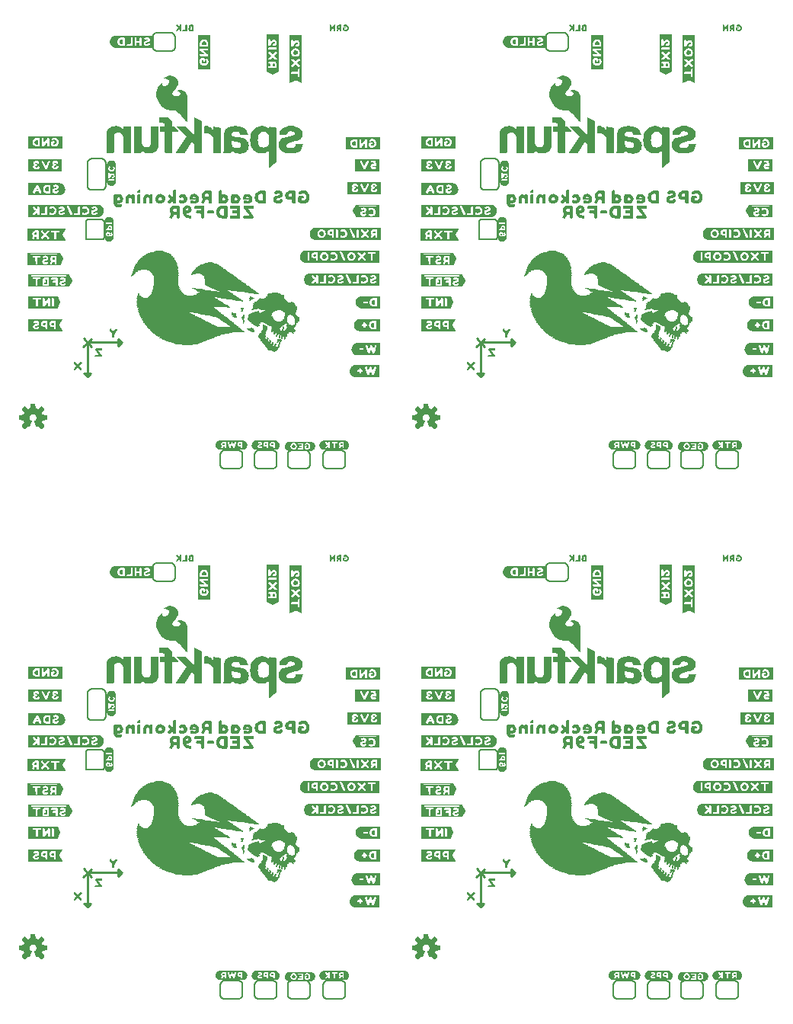
<source format=gbo>
G04 EAGLE Gerber RS-274X export*
G75*
%MOMM*%
%FSLAX34Y34*%
%LPD*%
%INSilkscreen Bottom*%
%IPPOS*%
%AMOC8*
5,1,8,0,0,1.08239X$1,22.5*%
G01*
%ADD10C,0.254000*%
%ADD11C,0.203200*%
%ADD12C,0.152400*%
%ADD13R,0.790000X0.050000*%
%ADD14R,1.240000X0.050000*%
%ADD15R,1.630000X0.050000*%
%ADD16R,1.880000X0.050000*%
%ADD17R,2.120000X0.040000*%
%ADD18R,2.370000X0.050000*%
%ADD19R,2.570000X0.050000*%
%ADD20R,2.720000X0.050000*%
%ADD21R,2.820000X0.050000*%
%ADD22R,2.970000X0.050000*%
%ADD23R,3.120000X0.050000*%
%ADD24R,3.210000X0.050000*%
%ADD25R,3.350000X0.050000*%
%ADD26R,3.450000X0.050000*%
%ADD27R,3.550000X0.050000*%
%ADD28R,3.650000X0.050000*%
%ADD29R,3.750000X0.050000*%
%ADD30R,3.800000X0.050000*%
%ADD31R,3.900000X0.050000*%
%ADD32R,3.950000X0.050000*%
%ADD33R,4.050000X0.040000*%
%ADD34R,4.100000X0.050000*%
%ADD35R,4.200000X0.050000*%
%ADD36R,4.250000X0.050000*%
%ADD37R,4.300000X0.050000*%
%ADD38R,4.350000X0.050000*%
%ADD39R,0.540000X0.050000*%
%ADD40R,4.400000X0.050000*%
%ADD41R,1.040000X0.050000*%
%ADD42R,4.450000X0.050000*%
%ADD43R,1.280000X0.050000*%
%ADD44R,4.500000X0.050000*%
%ADD45R,1.580000X0.050000*%
%ADD46R,4.550000X0.050000*%
%ADD47R,1.830000X0.050000*%
%ADD48R,4.590000X0.050000*%
%ADD49R,2.020000X0.050000*%
%ADD50R,4.640000X0.050000*%
%ADD51R,2.170000X0.050000*%
%ADD52R,4.690000X0.050000*%
%ADD53R,2.320000X0.050000*%
%ADD54R,4.740000X0.050000*%
%ADD55R,2.470000X0.050000*%
%ADD56R,2.620000X0.050000*%
%ADD57R,4.790000X0.050000*%
%ADD58R,2.770000X0.050000*%
%ADD59R,4.840000X0.050000*%
%ADD60R,2.860000X0.040000*%
%ADD61R,4.840000X0.040000*%
%ADD62R,3.010000X0.050000*%
%ADD63R,4.890000X0.050000*%
%ADD64R,3.110000X0.050000*%
%ADD65R,3.260000X0.050000*%
%ADD66R,4.940000X0.050000*%
%ADD67R,3.360000X0.050000*%
%ADD68R,3.460000X0.050000*%
%ADD69R,0.840000X0.050000*%
%ADD70R,3.610000X0.050000*%
%ADD71R,3.310000X0.050000*%
%ADD72R,0.740000X0.050000*%
%ADD73R,3.710000X0.050000*%
%ADD74R,0.590000X0.050000*%
%ADD75R,3.850000X0.050000*%
%ADD76R,0.490000X0.050000*%
%ADD77R,4.000000X0.050000*%
%ADD78R,3.070000X0.050000*%
%ADD79R,0.390000X0.050000*%
%ADD80R,4.140000X0.050000*%
%ADD81R,3.020000X0.050000*%
%ADD82R,0.350000X0.050000*%
%ADD83R,4.190000X0.050000*%
%ADD84R,0.300000X0.050000*%
%ADD85R,3.400000X0.050000*%
%ADD86R,0.440000X0.050000*%
%ADD87R,2.920000X0.050000*%
%ADD88R,0.240000X0.050000*%
%ADD89R,0.250000X0.050000*%
%ADD90R,0.100000X0.050000*%
%ADD91R,2.870000X0.050000*%
%ADD92R,0.200000X0.050000*%
%ADD93R,3.310000X0.040000*%
%ADD94R,2.870000X0.040000*%
%ADD95R,0.150000X0.040000*%
%ADD96R,0.150000X0.050000*%
%ADD97R,3.410000X0.050000*%
%ADD98R,0.050000X0.050000*%
%ADD99R,3.510000X0.050000*%
%ADD100R,3.600000X0.050000*%
%ADD101R,3.700000X0.050000*%
%ADD102R,4.050000X0.050000*%
%ADD103R,4.150000X0.040000*%
%ADD104R,2.770000X0.040000*%
%ADD105R,4.340000X0.050000*%
%ADD106R,4.440000X0.050000*%
%ADD107R,4.490000X0.050000*%
%ADD108R,4.540000X0.050000*%
%ADD109R,2.860000X0.050000*%
%ADD110R,2.910000X0.050000*%
%ADD111R,2.960000X0.050000*%
%ADD112R,4.290000X0.050000*%
%ADD113R,0.290000X0.050000*%
%ADD114R,4.190000X0.040000*%
%ADD115R,0.550000X0.040000*%
%ADD116R,3.010000X0.040000*%
%ADD117R,4.150000X0.050000*%
%ADD118R,1.090000X0.050000*%
%ADD119R,3.060000X0.050000*%
%ADD120R,1.140000X0.050000*%
%ADD121R,1.380000X0.050000*%
%ADD122R,1.530000X0.050000*%
%ADD123R,3.160000X0.050000*%
%ADD124R,1.980000X0.050000*%
%ADD125R,1.780000X0.050000*%
%ADD126R,1.680000X0.050000*%
%ADD127R,1.080000X0.050000*%
%ADD128R,2.070000X0.050000*%
%ADD129R,1.390000X0.050000*%
%ADD130R,0.690000X0.050000*%
%ADD131R,3.560000X0.050000*%
%ADD132R,0.140000X0.050000*%
%ADD133R,3.760000X0.050000*%
%ADD134R,3.860000X0.050000*%
%ADD135R,1.930000X0.040000*%
%ADD136R,9.630000X0.040000*%
%ADD137R,0.400000X0.040000*%
%ADD138R,9.770000X0.050000*%
%ADD139R,0.450000X0.050000*%
%ADD140R,9.870000X0.050000*%
%ADD141R,0.550000X0.050000*%
%ADD142R,2.030000X0.050000*%
%ADD143R,7.460000X0.050000*%
%ADD144R,0.650000X0.050000*%
%ADD145R,2.080000X0.050000*%
%ADD146R,7.600000X0.050000*%
%ADD147R,1.730000X0.050000*%
%ADD148R,8.740000X0.050000*%
%ADD149R,1.480000X0.050000*%
%ADD150R,8.840000X0.050000*%
%ADD151R,1.190000X0.050000*%
%ADD152R,8.940000X0.050000*%
%ADD153R,0.190000X0.050000*%
%ADD154R,0.990000X0.050000*%
%ADD155R,8.990000X0.050000*%
%ADD156R,9.090000X0.050000*%
%ADD157R,0.500000X0.050000*%
%ADD158R,9.140000X0.050000*%
%ADD159R,9.240000X0.050000*%
%ADD160R,9.340000X0.050000*%
%ADD161R,9.390000X0.050000*%
%ADD162R,9.480000X0.050000*%
%ADD163R,9.580000X0.050000*%
%ADD164R,9.630000X0.050000*%
%ADD165R,4.540000X0.040000*%
%ADD166R,9.730000X0.040000*%
%ADD167R,9.830000X0.050000*%
%ADD168R,9.880000X0.050000*%
%ADD169R,9.980000X0.050000*%
%ADD170R,10.080000X0.050000*%
%ADD171R,10.130000X0.050000*%
%ADD172R,10.180000X0.050000*%
%ADD173R,8.450000X0.050000*%
%ADD174R,4.990000X0.050000*%
%ADD175R,8.550000X0.050000*%
%ADD176R,0.340000X0.050000*%
%ADD177R,8.590000X0.050000*%
%ADD178R,0.400000X0.050000*%
%ADD179R,8.640000X0.050000*%
%ADD180R,1.290000X0.050000*%
%ADD181R,8.790000X0.050000*%
%ADD182R,1.530000X0.040000*%
%ADD183R,1.130000X0.040000*%
%ADD184R,0.100000X0.040000*%
%ADD185R,8.840000X0.040000*%
%ADD186R,1.130000X0.050000*%
%ADD187R,0.090000X0.050000*%
%ADD188R,1.330000X0.050000*%
%ADD189R,1.180000X0.050000*%
%ADD190R,5.530000X0.050000*%
%ADD191R,5.580000X0.050000*%
%ADD192R,0.890000X0.050000*%
%ADD193R,5.630000X0.050000*%
%ADD194R,5.780000X0.050000*%
%ADD195R,2.420000X0.050000*%
%ADD196R,5.830000X0.050000*%
%ADD197R,2.270000X0.050000*%
%ADD198R,5.930000X0.050000*%
%ADD199R,0.040000X0.050000*%
%ADD200R,6.020000X0.050000*%
%ADD201R,1.820000X0.050000*%
%ADD202R,6.070000X0.050000*%
%ADD203R,6.170000X0.050000*%
%ADD204R,1.430000X0.050000*%
%ADD205R,6.220000X0.050000*%
%ADD206R,2.670000X0.050000*%
%ADD207R,1.230000X0.050000*%
%ADD208R,6.320000X0.050000*%
%ADD209R,6.370000X0.050000*%
%ADD210R,6.470000X0.050000*%
%ADD211R,0.500000X0.040000*%
%ADD212R,0.340000X0.040000*%
%ADD213R,2.760000X0.040000*%
%ADD214R,0.290000X0.040000*%
%ADD215R,1.040000X0.040000*%
%ADD216R,6.520000X0.040000*%
%ADD217R,2.810000X0.050000*%
%ADD218R,6.610000X0.050000*%
%ADD219R,6.660000X0.050000*%
%ADD220R,6.760000X0.050000*%
%ADD221R,0.980000X0.050000*%
%ADD222R,6.810000X0.050000*%
%ADD223R,6.910000X0.050000*%
%ADD224R,0.930000X0.050000*%
%ADD225R,7.010000X0.050000*%
%ADD226R,0.940000X0.050000*%
%ADD227R,7.070000X0.050000*%
%ADD228R,2.760000X0.050000*%
%ADD229R,7.160000X0.050000*%
%ADD230R,2.660000X0.050000*%
%ADD231R,7.260000X0.050000*%
%ADD232R,7.310000X0.050000*%
%ADD233R,2.560000X0.050000*%
%ADD234R,2.520000X0.050000*%
%ADD235R,7.360000X0.050000*%
%ADD236R,7.510000X0.050000*%
%ADD237R,0.440000X0.040000*%
%ADD238R,1.680000X0.040000*%
%ADD239R,0.200000X0.040000*%
%ADD240R,0.640000X0.040000*%
%ADD241R,0.840000X0.040000*%
%ADD242R,7.560000X0.040000*%
%ADD243R,7.660000X0.050000*%
%ADD244R,7.700000X0.050000*%
%ADD245R,7.750000X0.050000*%
%ADD246R,7.800000X0.050000*%
%ADD247R,1.030000X0.050000*%
%ADD248R,10.170000X0.050000*%
%ADD249R,10.220000X0.050000*%
%ADD250R,0.640000X0.050000*%
%ADD251R,10.230000X0.050000*%
%ADD252R,10.280000X0.050000*%
%ADD253R,10.270000X0.050000*%
%ADD254R,1.780000X0.040000*%
%ADD255R,0.590000X0.040000*%
%ADD256R,9.780000X0.040000*%
%ADD257R,8.890000X0.050000*%
%ADD258R,8.440000X0.050000*%
%ADD259R,8.100000X0.050000*%
%ADD260R,7.500000X0.050000*%
%ADD261R,0.880000X0.050000*%
%ADD262R,7.060000X0.050000*%
%ADD263R,6.860000X0.050000*%
%ADD264R,0.600000X0.050000*%
%ADD265R,0.830000X0.050000*%
%ADD266R,6.620000X0.050000*%
%ADD267R,6.420000X0.050000*%
%ADD268R,6.180000X0.050000*%
%ADD269R,6.030000X0.050000*%
%ADD270R,5.330000X0.050000*%
%ADD271R,5.180000X0.050000*%
%ADD272R,0.890000X0.040000*%
%ADD273R,4.930000X0.040000*%
%ADD274R,1.970000X0.050000*%
%ADD275R,0.300000X0.040000*%
%ADD276R,1.090000X0.040000*%
%ADD277R,1.440000X0.050000*%
%ADD278R,1.340000X0.050000*%

G36*
X410006Y823735D02*
X410006Y823735D01*
X410010Y823732D01*
X410510Y823832D01*
X410538Y823864D01*
X410540Y823865D01*
X410540Y823866D01*
X410549Y823876D01*
X410547Y823878D01*
X410549Y823880D01*
X410549Y836780D01*
X410546Y836785D01*
X410549Y836788D01*
X410449Y837388D01*
X410405Y837429D01*
X410403Y837426D01*
X410400Y837429D01*
X407200Y837429D01*
X407153Y837393D01*
X407154Y837392D01*
X407152Y837391D01*
X407148Y837373D01*
X407122Y837424D01*
X407109Y837418D01*
X407100Y837429D01*
X329300Y837429D01*
X329296Y837426D01*
X329293Y837429D01*
X327893Y837229D01*
X327890Y837225D01*
X327888Y837225D01*
X327887Y837225D01*
X327884Y837227D01*
X327285Y837027D01*
X326586Y836827D01*
X326580Y836819D01*
X326573Y836821D01*
X325974Y836422D01*
X325475Y836122D01*
X325473Y836117D01*
X325468Y836118D01*
X324868Y835618D01*
X324868Y835614D01*
X324865Y835615D01*
X323965Y834715D01*
X323964Y834708D01*
X323959Y834707D01*
X323559Y834107D01*
X323559Y834103D01*
X323556Y834102D01*
X323256Y833502D01*
X323257Y833498D01*
X323254Y833496D01*
X323253Y833496D01*
X323053Y832896D01*
X323054Y832894D01*
X323053Y832894D01*
X323042Y832855D01*
X323000Y832708D01*
X322957Y832560D01*
X322943Y832511D01*
X322901Y832363D01*
X322859Y832215D01*
X322853Y832195D01*
X322653Y831596D01*
X322657Y831585D01*
X322651Y831580D01*
X322651Y830180D01*
X322654Y830176D01*
X322651Y830173D01*
X322751Y829473D01*
X322752Y829472D01*
X322751Y829472D01*
X322851Y828872D01*
X322855Y828869D01*
X322853Y828866D01*
X323053Y828166D01*
X323058Y828162D01*
X323056Y828158D01*
X323656Y826958D01*
X323663Y826955D01*
X323662Y826949D01*
X324060Y826451D01*
X324459Y825853D01*
X324469Y825849D01*
X324469Y825842D01*
X324969Y825442D01*
X324973Y825441D01*
X324973Y825439D01*
X325571Y825040D01*
X326069Y824642D01*
X326077Y824641D01*
X326078Y824636D01*
X326678Y824336D01*
X326685Y824337D01*
X326686Y824333D01*
X327385Y824133D01*
X327984Y823933D01*
X327991Y823935D01*
X327993Y823931D01*
X329393Y823731D01*
X329398Y823734D01*
X329400Y823731D01*
X410000Y823731D01*
X410006Y823735D01*
G37*
G36*
X846886Y823735D02*
X846886Y823735D01*
X846890Y823732D01*
X847390Y823832D01*
X847418Y823864D01*
X847420Y823865D01*
X847420Y823866D01*
X847429Y823876D01*
X847427Y823878D01*
X847429Y823880D01*
X847429Y836780D01*
X847426Y836785D01*
X847429Y836788D01*
X847329Y837388D01*
X847285Y837429D01*
X847283Y837426D01*
X847280Y837429D01*
X844080Y837429D01*
X844033Y837393D01*
X844034Y837392D01*
X844032Y837391D01*
X844028Y837373D01*
X844002Y837424D01*
X843989Y837418D01*
X843980Y837429D01*
X766180Y837429D01*
X766176Y837426D01*
X766173Y837429D01*
X764773Y837229D01*
X764770Y837225D01*
X764768Y837225D01*
X764767Y837225D01*
X764764Y837227D01*
X764165Y837027D01*
X763466Y836827D01*
X763460Y836819D01*
X763453Y836821D01*
X762854Y836422D01*
X762355Y836122D01*
X762353Y836117D01*
X762348Y836118D01*
X761748Y835618D01*
X761748Y835614D01*
X761745Y835615D01*
X760845Y834715D01*
X760844Y834708D01*
X760839Y834707D01*
X760439Y834107D01*
X760439Y834103D01*
X760436Y834102D01*
X760136Y833502D01*
X760137Y833498D01*
X760134Y833496D01*
X760133Y833496D01*
X759933Y832896D01*
X759934Y832894D01*
X759933Y832894D01*
X759922Y832855D01*
X759880Y832708D01*
X759837Y832560D01*
X759823Y832511D01*
X759781Y832363D01*
X759739Y832215D01*
X759733Y832195D01*
X759533Y831596D01*
X759537Y831585D01*
X759531Y831580D01*
X759531Y830180D01*
X759534Y830176D01*
X759531Y830173D01*
X759631Y829473D01*
X759632Y829472D01*
X759631Y829472D01*
X759731Y828872D01*
X759735Y828869D01*
X759733Y828866D01*
X759933Y828166D01*
X759938Y828162D01*
X759936Y828158D01*
X760536Y826958D01*
X760543Y826955D01*
X760542Y826949D01*
X760940Y826451D01*
X761339Y825853D01*
X761349Y825849D01*
X761349Y825842D01*
X761849Y825442D01*
X761853Y825441D01*
X761853Y825439D01*
X762451Y825040D01*
X762949Y824642D01*
X762957Y824641D01*
X762958Y824636D01*
X763558Y824336D01*
X763565Y824337D01*
X763566Y824333D01*
X764265Y824133D01*
X764864Y823933D01*
X764871Y823935D01*
X764873Y823931D01*
X766273Y823731D01*
X766278Y823734D01*
X766280Y823731D01*
X846880Y823731D01*
X846886Y823735D01*
G37*
G36*
X846886Y234455D02*
X846886Y234455D01*
X846890Y234452D01*
X847390Y234552D01*
X847418Y234584D01*
X847420Y234585D01*
X847429Y234596D01*
X847427Y234598D01*
X847429Y234600D01*
X847429Y247500D01*
X847426Y247505D01*
X847429Y247508D01*
X847329Y248108D01*
X847285Y248149D01*
X847283Y248146D01*
X847280Y248149D01*
X844080Y248149D01*
X844033Y248113D01*
X844034Y248112D01*
X844032Y248111D01*
X844028Y248093D01*
X844002Y248144D01*
X843989Y248138D01*
X843980Y248149D01*
X766180Y248149D01*
X766176Y248146D01*
X766173Y248149D01*
X764773Y247949D01*
X764770Y247945D01*
X764768Y247945D01*
X764767Y247945D01*
X764764Y247947D01*
X764165Y247747D01*
X763466Y247547D01*
X763460Y247539D01*
X763453Y247541D01*
X762854Y247142D01*
X762355Y246842D01*
X762353Y246837D01*
X762348Y246838D01*
X761748Y246338D01*
X761748Y246334D01*
X761745Y246335D01*
X760845Y245435D01*
X760844Y245428D01*
X760839Y245427D01*
X760439Y244827D01*
X760439Y244823D01*
X760436Y244822D01*
X760136Y244222D01*
X760137Y244218D01*
X760134Y244216D01*
X760133Y244216D01*
X759933Y243616D01*
X759934Y243614D01*
X759933Y243614D01*
X759894Y243477D01*
X759851Y243329D01*
X759837Y243280D01*
X759795Y243132D01*
X759753Y242984D01*
X759739Y242935D01*
X759733Y242915D01*
X759533Y242316D01*
X759537Y242305D01*
X759531Y242300D01*
X759531Y240900D01*
X759534Y240896D01*
X759531Y240893D01*
X759631Y240193D01*
X759632Y240192D01*
X759631Y240192D01*
X759731Y239592D01*
X759735Y239589D01*
X759733Y239586D01*
X759933Y238886D01*
X759938Y238882D01*
X759936Y238878D01*
X760536Y237678D01*
X760543Y237675D01*
X760542Y237669D01*
X760940Y237171D01*
X761339Y236573D01*
X761349Y236569D01*
X761349Y236562D01*
X761849Y236162D01*
X761853Y236161D01*
X761853Y236159D01*
X762451Y235760D01*
X762949Y235362D01*
X762957Y235361D01*
X762958Y235356D01*
X763558Y235056D01*
X763565Y235057D01*
X763566Y235053D01*
X764265Y234853D01*
X764864Y234653D01*
X764871Y234655D01*
X764873Y234651D01*
X766273Y234451D01*
X766278Y234454D01*
X766280Y234451D01*
X846880Y234451D01*
X846886Y234455D01*
G37*
G36*
X410006Y234455D02*
X410006Y234455D01*
X410010Y234452D01*
X410510Y234552D01*
X410538Y234584D01*
X410540Y234585D01*
X410549Y234596D01*
X410547Y234598D01*
X410549Y234600D01*
X410549Y247500D01*
X410546Y247505D01*
X410549Y247508D01*
X410449Y248108D01*
X410405Y248149D01*
X410403Y248146D01*
X410400Y248149D01*
X407200Y248149D01*
X407153Y248113D01*
X407154Y248112D01*
X407152Y248111D01*
X407148Y248093D01*
X407122Y248144D01*
X407109Y248138D01*
X407100Y248149D01*
X329300Y248149D01*
X329296Y248146D01*
X329293Y248149D01*
X327893Y247949D01*
X327890Y247945D01*
X327888Y247945D01*
X327887Y247945D01*
X327884Y247947D01*
X327285Y247747D01*
X326586Y247547D01*
X326580Y247539D01*
X326573Y247541D01*
X325974Y247142D01*
X325475Y246842D01*
X325473Y246837D01*
X325468Y246838D01*
X324868Y246338D01*
X324868Y246334D01*
X324865Y246335D01*
X323965Y245435D01*
X323964Y245428D01*
X323959Y245427D01*
X323559Y244827D01*
X323559Y244823D01*
X323556Y244822D01*
X323256Y244222D01*
X323257Y244218D01*
X323254Y244216D01*
X323253Y244216D01*
X323053Y243616D01*
X323054Y243614D01*
X323053Y243614D01*
X323014Y243477D01*
X322971Y243329D01*
X322957Y243280D01*
X322915Y243132D01*
X322873Y242984D01*
X322859Y242935D01*
X322853Y242915D01*
X322653Y242316D01*
X322657Y242305D01*
X322651Y242300D01*
X322651Y240900D01*
X322654Y240896D01*
X322651Y240893D01*
X322751Y240193D01*
X322752Y240192D01*
X322751Y240192D01*
X322851Y239592D01*
X322855Y239589D01*
X322853Y239586D01*
X323053Y238886D01*
X323058Y238882D01*
X323056Y238878D01*
X323656Y237678D01*
X323663Y237675D01*
X323662Y237669D01*
X324060Y237171D01*
X324459Y236573D01*
X324469Y236569D01*
X324469Y236562D01*
X324969Y236162D01*
X324973Y236161D01*
X324973Y236159D01*
X325571Y235760D01*
X326069Y235362D01*
X326077Y235361D01*
X326078Y235356D01*
X326678Y235056D01*
X326685Y235057D01*
X326686Y235053D01*
X327385Y234853D01*
X327984Y234653D01*
X327991Y234655D01*
X327993Y234651D01*
X329393Y234451D01*
X329398Y234454D01*
X329400Y234451D01*
X410000Y234451D01*
X410006Y234455D01*
G37*
G36*
X847967Y209087D02*
X847967Y209087D01*
X847965Y209090D01*
X847969Y209092D01*
X848069Y209692D01*
X848066Y209697D01*
X848069Y209700D01*
X848069Y222600D01*
X848033Y222647D01*
X848030Y222645D01*
X848028Y222649D01*
X847428Y222749D01*
X847423Y222746D01*
X847420Y222749D01*
X770720Y222749D01*
X770715Y222746D01*
X770712Y222749D01*
X770112Y222649D01*
X769413Y222549D01*
X769410Y222545D01*
X769409Y222545D01*
X769406Y222547D01*
X768706Y222347D01*
X768705Y222346D01*
X768704Y222347D01*
X768104Y222147D01*
X768101Y222142D01*
X768098Y222144D01*
X767498Y221844D01*
X767496Y221840D01*
X767493Y221841D01*
X766893Y221441D01*
X766892Y221438D01*
X766889Y221438D01*
X765889Y220638D01*
X765887Y220628D01*
X765879Y220627D01*
X765480Y220029D01*
X765082Y219531D01*
X765081Y219527D01*
X765079Y219527D01*
X764679Y218927D01*
X764680Y218919D01*
X764677Y218917D01*
X764673Y218916D01*
X764473Y218316D01*
X764474Y218314D01*
X764473Y218314D01*
X764461Y218274D01*
X764447Y218225D01*
X764405Y218077D01*
X764363Y217929D01*
X764349Y217880D01*
X764307Y217732D01*
X764273Y217615D01*
X764073Y217016D01*
X764077Y217005D01*
X764071Y217000D01*
X764071Y214900D01*
X764074Y214895D01*
X764071Y214892D01*
X764171Y214292D01*
X764175Y214289D01*
X764173Y214286D01*
X764373Y213586D01*
X764378Y213582D01*
X764376Y213578D01*
X764976Y212378D01*
X764980Y212376D01*
X764979Y212373D01*
X765379Y211773D01*
X765382Y211772D01*
X765382Y211769D01*
X765782Y211269D01*
X765786Y211268D01*
X765785Y211265D01*
X766285Y210765D01*
X766289Y210765D01*
X766289Y210762D01*
X766789Y210362D01*
X766797Y210361D01*
X766798Y210356D01*
X767395Y210057D01*
X767993Y209659D01*
X768002Y209660D01*
X768004Y209653D01*
X768604Y209453D01*
X768606Y209454D01*
X768606Y209453D01*
X769306Y209253D01*
X769310Y209254D01*
X769312Y209251D01*
X769912Y209151D01*
X769913Y209152D01*
X769913Y209151D01*
X770613Y209051D01*
X770618Y209054D01*
X770620Y209051D01*
X847920Y209051D01*
X847967Y209087D01*
G37*
G36*
X411087Y209087D02*
X411087Y209087D01*
X411085Y209090D01*
X411089Y209092D01*
X411189Y209692D01*
X411186Y209697D01*
X411189Y209700D01*
X411189Y222600D01*
X411153Y222647D01*
X411150Y222645D01*
X411148Y222649D01*
X410548Y222749D01*
X410543Y222746D01*
X410540Y222749D01*
X333840Y222749D01*
X333835Y222746D01*
X333832Y222749D01*
X333232Y222649D01*
X332533Y222549D01*
X332530Y222545D01*
X332529Y222545D01*
X332526Y222547D01*
X331826Y222347D01*
X331825Y222346D01*
X331824Y222347D01*
X331224Y222147D01*
X331221Y222142D01*
X331218Y222144D01*
X330618Y221844D01*
X330616Y221840D01*
X330613Y221841D01*
X330013Y221441D01*
X330012Y221438D01*
X330009Y221438D01*
X329009Y220638D01*
X329007Y220628D01*
X328999Y220627D01*
X328600Y220029D01*
X328202Y219531D01*
X328201Y219527D01*
X328199Y219527D01*
X327799Y218927D01*
X327800Y218919D01*
X327797Y218917D01*
X327793Y218916D01*
X327593Y218316D01*
X327594Y218314D01*
X327593Y218314D01*
X327581Y218274D01*
X327567Y218225D01*
X327525Y218077D01*
X327483Y217929D01*
X327469Y217880D01*
X327427Y217732D01*
X327393Y217615D01*
X327193Y217016D01*
X327197Y217005D01*
X327191Y217000D01*
X327191Y214900D01*
X327194Y214895D01*
X327191Y214892D01*
X327291Y214292D01*
X327295Y214289D01*
X327293Y214286D01*
X327493Y213586D01*
X327498Y213582D01*
X327496Y213578D01*
X328096Y212378D01*
X328100Y212376D01*
X328099Y212373D01*
X328499Y211773D01*
X328502Y211772D01*
X328502Y211769D01*
X328902Y211269D01*
X328906Y211268D01*
X328905Y211265D01*
X329405Y210765D01*
X329409Y210765D01*
X329409Y210762D01*
X329909Y210362D01*
X329917Y210361D01*
X329918Y210356D01*
X330515Y210057D01*
X331113Y209659D01*
X331122Y209660D01*
X331124Y209653D01*
X331724Y209453D01*
X331726Y209454D01*
X331726Y209453D01*
X332426Y209253D01*
X332430Y209254D01*
X332432Y209251D01*
X333032Y209151D01*
X333033Y209152D01*
X333033Y209151D01*
X333733Y209051D01*
X333738Y209054D01*
X333740Y209051D01*
X411040Y209051D01*
X411087Y209087D01*
G37*
G36*
X411087Y798367D02*
X411087Y798367D01*
X411085Y798370D01*
X411089Y798372D01*
X411189Y798972D01*
X411186Y798977D01*
X411189Y798980D01*
X411189Y811880D01*
X411153Y811927D01*
X411150Y811925D01*
X411148Y811929D01*
X410548Y812029D01*
X410543Y812026D01*
X410540Y812029D01*
X333840Y812029D01*
X333835Y812026D01*
X333832Y812029D01*
X333232Y811929D01*
X332533Y811829D01*
X332530Y811825D01*
X332529Y811825D01*
X332526Y811827D01*
X331826Y811627D01*
X331825Y811626D01*
X331824Y811627D01*
X331224Y811427D01*
X331221Y811422D01*
X331218Y811424D01*
X330618Y811124D01*
X330616Y811120D01*
X330613Y811121D01*
X330013Y810721D01*
X330012Y810718D01*
X330009Y810718D01*
X329009Y809918D01*
X329007Y809908D01*
X328999Y809907D01*
X328600Y809309D01*
X328202Y808811D01*
X328201Y808807D01*
X328199Y808807D01*
X327799Y808207D01*
X327800Y808199D01*
X327797Y808197D01*
X327793Y808196D01*
X327593Y807596D01*
X327594Y807594D01*
X327593Y807594D01*
X327581Y807554D01*
X327567Y807505D01*
X327525Y807357D01*
X327483Y807209D01*
X327469Y807160D01*
X327427Y807012D01*
X327393Y806895D01*
X327193Y806296D01*
X327197Y806285D01*
X327191Y806280D01*
X327191Y804180D01*
X327194Y804175D01*
X327191Y804172D01*
X327291Y803572D01*
X327295Y803569D01*
X327293Y803566D01*
X327493Y802866D01*
X327498Y802862D01*
X327496Y802858D01*
X328096Y801658D01*
X328100Y801656D01*
X328099Y801653D01*
X328499Y801053D01*
X328502Y801052D01*
X328502Y801049D01*
X328902Y800549D01*
X328906Y800548D01*
X328905Y800545D01*
X329405Y800045D01*
X329409Y800045D01*
X329409Y800042D01*
X329909Y799642D01*
X329917Y799641D01*
X329918Y799636D01*
X330515Y799337D01*
X331113Y798939D01*
X331122Y798940D01*
X331124Y798933D01*
X331724Y798733D01*
X331726Y798734D01*
X331726Y798733D01*
X332426Y798533D01*
X332430Y798534D01*
X332432Y798531D01*
X333032Y798431D01*
X333033Y798432D01*
X333033Y798431D01*
X333733Y798331D01*
X333738Y798334D01*
X333740Y798331D01*
X411040Y798331D01*
X411087Y798367D01*
G37*
G36*
X847967Y798367D02*
X847967Y798367D01*
X847965Y798370D01*
X847969Y798372D01*
X848069Y798972D01*
X848066Y798977D01*
X848069Y798980D01*
X848069Y811880D01*
X848033Y811927D01*
X848030Y811925D01*
X848028Y811929D01*
X847428Y812029D01*
X847423Y812026D01*
X847420Y812029D01*
X770720Y812029D01*
X770715Y812026D01*
X770712Y812029D01*
X770112Y811929D01*
X769413Y811829D01*
X769410Y811825D01*
X769409Y811825D01*
X769406Y811827D01*
X768706Y811627D01*
X768705Y811626D01*
X768704Y811627D01*
X768104Y811427D01*
X768101Y811422D01*
X768098Y811424D01*
X767498Y811124D01*
X767496Y811120D01*
X767493Y811121D01*
X766893Y810721D01*
X766892Y810718D01*
X766889Y810718D01*
X765889Y809918D01*
X765887Y809908D01*
X765879Y809907D01*
X765480Y809309D01*
X765082Y808811D01*
X765081Y808807D01*
X765079Y808807D01*
X764679Y808207D01*
X764680Y808199D01*
X764677Y808197D01*
X764673Y808196D01*
X764473Y807596D01*
X764474Y807594D01*
X764473Y807594D01*
X764461Y807554D01*
X764447Y807505D01*
X764405Y807357D01*
X764363Y807209D01*
X764349Y807160D01*
X764307Y807012D01*
X764273Y806895D01*
X764073Y806296D01*
X764077Y806285D01*
X764071Y806280D01*
X764071Y804180D01*
X764074Y804175D01*
X764071Y804172D01*
X764171Y803572D01*
X764175Y803569D01*
X764173Y803566D01*
X764373Y802866D01*
X764378Y802862D01*
X764376Y802858D01*
X764976Y801658D01*
X764980Y801656D01*
X764979Y801653D01*
X765379Y801053D01*
X765382Y801052D01*
X765382Y801049D01*
X765782Y800549D01*
X765786Y800548D01*
X765785Y800545D01*
X766285Y800045D01*
X766289Y800045D01*
X766289Y800042D01*
X766789Y799642D01*
X766797Y799641D01*
X766798Y799636D01*
X767395Y799337D01*
X767993Y798939D01*
X768002Y798940D01*
X768004Y798933D01*
X768604Y798733D01*
X768606Y798734D01*
X768606Y798733D01*
X769306Y798533D01*
X769310Y798534D01*
X769312Y798531D01*
X769912Y798431D01*
X769913Y798432D01*
X769913Y798431D01*
X770613Y798331D01*
X770618Y798334D01*
X770620Y798331D01*
X847920Y798331D01*
X847967Y798367D01*
G37*
G36*
X534844Y285254D02*
X534844Y285254D01*
X534847Y285251D01*
X536247Y285451D01*
X536252Y285456D01*
X536256Y285453D01*
X536855Y285653D01*
X537554Y285853D01*
X537558Y285858D01*
X537562Y285856D01*
X538162Y286156D01*
X538165Y286163D01*
X538171Y286162D01*
X538669Y286560D01*
X539267Y286959D01*
X539270Y286966D01*
X539275Y286965D01*
X539775Y287465D01*
X539775Y287469D01*
X539778Y287469D01*
X540178Y287969D01*
X540179Y287973D01*
X540181Y287973D01*
X540581Y288573D01*
X540581Y288577D01*
X540584Y288578D01*
X541184Y289778D01*
X541183Y289785D01*
X541187Y289786D01*
X541196Y289818D01*
X541238Y289965D01*
X541239Y289965D01*
X541238Y289965D01*
X541281Y290113D01*
X541295Y290162D01*
X541337Y290310D01*
X541379Y290458D01*
X541387Y290486D01*
X541386Y290490D01*
X541389Y290492D01*
X541489Y291092D01*
X541486Y291097D01*
X541487Y291098D01*
X541489Y291100D01*
X541489Y293100D01*
X541483Y293108D01*
X541487Y293114D01*
X541287Y293814D01*
X541286Y293815D01*
X541287Y293816D01*
X541087Y294415D01*
X540887Y295114D01*
X540879Y295120D01*
X540881Y295127D01*
X540482Y295726D01*
X540182Y296225D01*
X540174Y296229D01*
X540175Y296235D01*
X539175Y297235D01*
X539171Y297235D01*
X539171Y297238D01*
X538671Y297638D01*
X538667Y297639D01*
X538667Y297641D01*
X538067Y298041D01*
X538063Y298041D01*
X538062Y298044D01*
X537462Y298344D01*
X537457Y298343D01*
X537456Y298347D01*
X536856Y298547D01*
X536854Y298546D01*
X536854Y298547D01*
X536154Y298747D01*
X536150Y298746D01*
X536148Y298749D01*
X535548Y298849D01*
X535547Y298848D01*
X535547Y298849D01*
X534847Y298949D01*
X534842Y298946D01*
X534840Y298949D01*
X458140Y298949D01*
X458135Y298946D01*
X458132Y298949D01*
X457532Y298849D01*
X457495Y298810D01*
X457493Y298808D01*
X457493Y298807D01*
X457491Y298805D01*
X457494Y298803D01*
X457491Y298800D01*
X457491Y285900D01*
X457494Y285895D01*
X457491Y285892D01*
X457591Y285292D01*
X457635Y285251D01*
X457638Y285254D01*
X457640Y285251D01*
X534840Y285251D01*
X534844Y285254D01*
G37*
G36*
X97964Y285254D02*
X97964Y285254D01*
X97967Y285251D01*
X99367Y285451D01*
X99372Y285456D01*
X99376Y285453D01*
X99975Y285653D01*
X100674Y285853D01*
X100678Y285858D01*
X100682Y285856D01*
X101282Y286156D01*
X101285Y286163D01*
X101291Y286162D01*
X101789Y286560D01*
X102387Y286959D01*
X102390Y286966D01*
X102395Y286965D01*
X102895Y287465D01*
X102895Y287469D01*
X102898Y287469D01*
X103298Y287969D01*
X103299Y287973D01*
X103301Y287973D01*
X103701Y288573D01*
X103701Y288577D01*
X103704Y288578D01*
X104304Y289778D01*
X104303Y289785D01*
X104307Y289786D01*
X104316Y289818D01*
X104358Y289965D01*
X104359Y289965D01*
X104358Y289965D01*
X104401Y290113D01*
X104415Y290162D01*
X104457Y290310D01*
X104499Y290458D01*
X104507Y290486D01*
X104506Y290490D01*
X104509Y290492D01*
X104609Y291092D01*
X104606Y291097D01*
X104607Y291098D01*
X104609Y291100D01*
X104609Y293100D01*
X104603Y293108D01*
X104607Y293114D01*
X104407Y293814D01*
X104406Y293815D01*
X104407Y293816D01*
X104207Y294415D01*
X104007Y295114D01*
X103999Y295120D01*
X104001Y295127D01*
X103602Y295726D01*
X103302Y296225D01*
X103294Y296229D01*
X103295Y296235D01*
X102295Y297235D01*
X102291Y297235D01*
X102291Y297238D01*
X101791Y297638D01*
X101787Y297639D01*
X101787Y297641D01*
X101187Y298041D01*
X101183Y298041D01*
X101182Y298044D01*
X100582Y298344D01*
X100577Y298343D01*
X100576Y298347D01*
X99976Y298547D01*
X99974Y298546D01*
X99974Y298547D01*
X99274Y298747D01*
X99270Y298746D01*
X99268Y298749D01*
X98668Y298849D01*
X98667Y298848D01*
X98667Y298849D01*
X97967Y298949D01*
X97962Y298946D01*
X97960Y298949D01*
X21260Y298949D01*
X21255Y298946D01*
X21252Y298949D01*
X20652Y298849D01*
X20615Y298810D01*
X20613Y298808D01*
X20613Y298807D01*
X20611Y298805D01*
X20614Y298803D01*
X20611Y298800D01*
X20611Y285900D01*
X20614Y285895D01*
X20611Y285892D01*
X20711Y285292D01*
X20755Y285251D01*
X20758Y285254D01*
X20760Y285251D01*
X97960Y285251D01*
X97964Y285254D01*
G37*
G36*
X97964Y874534D02*
X97964Y874534D01*
X97967Y874531D01*
X99367Y874731D01*
X99372Y874736D01*
X99376Y874733D01*
X99975Y874933D01*
X100674Y875133D01*
X100678Y875138D01*
X100682Y875136D01*
X101282Y875436D01*
X101285Y875443D01*
X101291Y875442D01*
X101789Y875840D01*
X102387Y876239D01*
X102390Y876246D01*
X102395Y876245D01*
X102895Y876745D01*
X102895Y876749D01*
X102898Y876749D01*
X103298Y877249D01*
X103299Y877253D01*
X103301Y877253D01*
X103701Y877853D01*
X103701Y877857D01*
X103704Y877858D01*
X104304Y879058D01*
X104303Y879065D01*
X104307Y879066D01*
X104316Y879098D01*
X104330Y879147D01*
X104373Y879295D01*
X104415Y879442D01*
X104429Y879492D01*
X104471Y879639D01*
X104507Y879766D01*
X104506Y879770D01*
X104509Y879772D01*
X104609Y880372D01*
X104606Y880377D01*
X104607Y880378D01*
X104609Y880380D01*
X104609Y882380D01*
X104603Y882388D01*
X104607Y882394D01*
X104407Y883094D01*
X104406Y883095D01*
X104407Y883096D01*
X104207Y883695D01*
X104007Y884394D01*
X103999Y884400D01*
X104001Y884407D01*
X103602Y885006D01*
X103302Y885505D01*
X103294Y885509D01*
X103295Y885515D01*
X102295Y886515D01*
X102291Y886515D01*
X102291Y886518D01*
X101791Y886918D01*
X101787Y886919D01*
X101787Y886921D01*
X101187Y887321D01*
X101183Y887321D01*
X101182Y887324D01*
X100582Y887624D01*
X100577Y887623D01*
X100576Y887627D01*
X99976Y887827D01*
X99974Y887826D01*
X99974Y887827D01*
X99274Y888027D01*
X99270Y888026D01*
X99268Y888029D01*
X98668Y888129D01*
X98667Y888128D01*
X98667Y888129D01*
X97967Y888229D01*
X97962Y888226D01*
X97960Y888229D01*
X21260Y888229D01*
X21255Y888226D01*
X21252Y888229D01*
X20652Y888129D01*
X20615Y888090D01*
X20613Y888088D01*
X20613Y888087D01*
X20611Y888085D01*
X20614Y888083D01*
X20611Y888080D01*
X20611Y875180D01*
X20614Y875175D01*
X20611Y875172D01*
X20711Y874572D01*
X20755Y874531D01*
X20758Y874534D01*
X20760Y874531D01*
X97960Y874531D01*
X97964Y874534D01*
G37*
G36*
X534844Y874534D02*
X534844Y874534D01*
X534847Y874531D01*
X536247Y874731D01*
X536252Y874736D01*
X536256Y874733D01*
X536855Y874933D01*
X537554Y875133D01*
X537558Y875138D01*
X537562Y875136D01*
X538162Y875436D01*
X538165Y875443D01*
X538171Y875442D01*
X538669Y875840D01*
X539267Y876239D01*
X539270Y876246D01*
X539275Y876245D01*
X539775Y876745D01*
X539775Y876749D01*
X539778Y876749D01*
X540178Y877249D01*
X540179Y877253D01*
X540181Y877253D01*
X540581Y877853D01*
X540581Y877857D01*
X540584Y877858D01*
X541184Y879058D01*
X541183Y879065D01*
X541187Y879066D01*
X541196Y879098D01*
X541210Y879147D01*
X541253Y879295D01*
X541295Y879442D01*
X541309Y879492D01*
X541351Y879639D01*
X541387Y879766D01*
X541386Y879770D01*
X541389Y879772D01*
X541489Y880372D01*
X541486Y880377D01*
X541487Y880378D01*
X541489Y880380D01*
X541489Y882380D01*
X541483Y882388D01*
X541487Y882394D01*
X541287Y883094D01*
X541286Y883095D01*
X541287Y883096D01*
X541087Y883695D01*
X540887Y884394D01*
X540879Y884400D01*
X540881Y884407D01*
X540482Y885006D01*
X540182Y885505D01*
X540174Y885509D01*
X540175Y885515D01*
X539175Y886515D01*
X539171Y886515D01*
X539171Y886518D01*
X538671Y886918D01*
X538667Y886919D01*
X538667Y886921D01*
X538067Y887321D01*
X538063Y887321D01*
X538062Y887324D01*
X537462Y887624D01*
X537457Y887623D01*
X537456Y887627D01*
X536856Y887827D01*
X536854Y887826D01*
X536854Y887827D01*
X536154Y888027D01*
X536150Y888026D01*
X536148Y888029D01*
X535548Y888129D01*
X535547Y888128D01*
X535547Y888129D01*
X534847Y888229D01*
X534842Y888226D01*
X534840Y888229D01*
X458140Y888229D01*
X458135Y888226D01*
X458132Y888229D01*
X457532Y888129D01*
X457495Y888090D01*
X457493Y888088D01*
X457493Y888087D01*
X457491Y888085D01*
X457494Y888083D01*
X457491Y888080D01*
X457491Y875180D01*
X457494Y875175D01*
X457491Y875172D01*
X457591Y874572D01*
X457635Y874531D01*
X457638Y874534D01*
X457640Y874531D01*
X534840Y874531D01*
X534844Y874534D01*
G37*
G36*
X411854Y849134D02*
X411854Y849134D01*
X411857Y849131D01*
X412557Y849231D01*
X412599Y849274D01*
X412595Y849277D01*
X412599Y849280D01*
X412599Y862080D01*
X412596Y862084D01*
X412599Y862087D01*
X412499Y862787D01*
X412456Y862829D01*
X412453Y862825D01*
X412450Y862829D01*
X340050Y862829D01*
X340046Y862826D01*
X340043Y862829D01*
X338643Y862629D01*
X338640Y862625D01*
X338638Y862625D01*
X338637Y862625D01*
X338634Y862627D01*
X338035Y862427D01*
X337336Y862227D01*
X337332Y862222D01*
X337328Y862224D01*
X336728Y861924D01*
X336725Y861917D01*
X336719Y861918D01*
X336221Y861520D01*
X335623Y861121D01*
X335619Y861111D01*
X335612Y861111D01*
X335213Y860613D01*
X334715Y860115D01*
X334714Y860108D01*
X334709Y860107D01*
X334309Y859507D01*
X334309Y859503D01*
X334306Y859502D01*
X334006Y858902D01*
X334007Y858898D01*
X334004Y858896D01*
X334003Y858896D01*
X333603Y857696D01*
X333604Y857694D01*
X333603Y857694D01*
X333594Y857664D01*
X333580Y857615D01*
X333538Y857467D01*
X333496Y857320D01*
X333482Y857270D01*
X333440Y857123D01*
X333403Y856994D01*
X333406Y856984D01*
X333401Y856980D01*
X333401Y854980D01*
X333407Y854972D01*
X333403Y854966D01*
X333603Y854266D01*
X333604Y854265D01*
X333603Y854264D01*
X333803Y853665D01*
X334003Y852966D01*
X334012Y852960D01*
X334009Y852953D01*
X334408Y852354D01*
X334708Y851855D01*
X334716Y851851D01*
X334715Y851845D01*
X335715Y850845D01*
X335719Y850845D01*
X335719Y850842D01*
X336219Y850442D01*
X336223Y850441D01*
X336223Y850439D01*
X336823Y850039D01*
X336827Y850039D01*
X336828Y850036D01*
X337428Y849736D01*
X337433Y849737D01*
X337434Y849733D01*
X338034Y849533D01*
X338036Y849534D01*
X338036Y849533D01*
X338736Y849333D01*
X338740Y849334D01*
X338742Y849331D01*
X339342Y849231D01*
X339343Y849232D01*
X339343Y849231D01*
X340043Y849131D01*
X340048Y849134D01*
X340050Y849131D01*
X411850Y849131D01*
X411854Y849134D01*
G37*
G36*
X848734Y259854D02*
X848734Y259854D01*
X848737Y259851D01*
X849437Y259951D01*
X849479Y259994D01*
X849475Y259997D01*
X849479Y260000D01*
X849479Y272800D01*
X849476Y272804D01*
X849479Y272807D01*
X849379Y273507D01*
X849336Y273549D01*
X849333Y273545D01*
X849330Y273549D01*
X776930Y273549D01*
X776926Y273546D01*
X776923Y273549D01*
X775523Y273349D01*
X775520Y273345D01*
X775518Y273345D01*
X775517Y273345D01*
X775514Y273347D01*
X774915Y273147D01*
X774216Y272947D01*
X774212Y272942D01*
X774208Y272944D01*
X773608Y272644D01*
X773605Y272637D01*
X773599Y272638D01*
X773101Y272240D01*
X772503Y271841D01*
X772499Y271831D01*
X772492Y271831D01*
X772093Y271333D01*
X771595Y270835D01*
X771594Y270828D01*
X771589Y270827D01*
X771189Y270227D01*
X771189Y270223D01*
X771186Y270222D01*
X770886Y269622D01*
X770887Y269618D01*
X770884Y269616D01*
X770883Y269616D01*
X770483Y268416D01*
X770484Y268414D01*
X770483Y268414D01*
X770474Y268384D01*
X770460Y268335D01*
X770418Y268187D01*
X770376Y268040D01*
X770362Y267990D01*
X770320Y267843D01*
X770283Y267714D01*
X770286Y267704D01*
X770281Y267700D01*
X770281Y265700D01*
X770287Y265692D01*
X770283Y265686D01*
X770483Y264986D01*
X770484Y264985D01*
X770483Y264984D01*
X770683Y264385D01*
X770883Y263686D01*
X770892Y263680D01*
X770889Y263673D01*
X771288Y263074D01*
X771588Y262575D01*
X771596Y262571D01*
X771595Y262565D01*
X772595Y261565D01*
X772599Y261565D01*
X772599Y261562D01*
X773099Y261162D01*
X773103Y261161D01*
X773103Y261159D01*
X773703Y260759D01*
X773707Y260759D01*
X773708Y260756D01*
X774308Y260456D01*
X774313Y260457D01*
X774314Y260453D01*
X774914Y260253D01*
X774916Y260254D01*
X774916Y260253D01*
X775616Y260053D01*
X775620Y260054D01*
X775622Y260051D01*
X776222Y259951D01*
X776223Y259952D01*
X776223Y259951D01*
X776923Y259851D01*
X776928Y259854D01*
X776930Y259851D01*
X848730Y259851D01*
X848734Y259854D01*
G37*
G36*
X411854Y259854D02*
X411854Y259854D01*
X411857Y259851D01*
X412557Y259951D01*
X412599Y259994D01*
X412595Y259997D01*
X412599Y260000D01*
X412599Y272800D01*
X412596Y272804D01*
X412599Y272807D01*
X412499Y273507D01*
X412456Y273549D01*
X412453Y273545D01*
X412450Y273549D01*
X340050Y273549D01*
X340046Y273546D01*
X340043Y273549D01*
X338643Y273349D01*
X338640Y273345D01*
X338638Y273345D01*
X338637Y273345D01*
X338634Y273347D01*
X338035Y273147D01*
X337336Y272947D01*
X337332Y272942D01*
X337328Y272944D01*
X336728Y272644D01*
X336725Y272637D01*
X336719Y272638D01*
X336221Y272240D01*
X335623Y271841D01*
X335619Y271831D01*
X335612Y271831D01*
X335213Y271333D01*
X334715Y270835D01*
X334714Y270828D01*
X334709Y270827D01*
X334309Y270227D01*
X334309Y270223D01*
X334306Y270222D01*
X334006Y269622D01*
X334007Y269618D01*
X334004Y269616D01*
X334003Y269616D01*
X333603Y268416D01*
X333604Y268414D01*
X333603Y268414D01*
X333594Y268384D01*
X333580Y268335D01*
X333538Y268187D01*
X333496Y268040D01*
X333482Y267990D01*
X333440Y267843D01*
X333403Y267714D01*
X333406Y267704D01*
X333401Y267700D01*
X333401Y265700D01*
X333407Y265692D01*
X333403Y265686D01*
X333603Y264986D01*
X333604Y264985D01*
X333603Y264984D01*
X333803Y264385D01*
X334003Y263686D01*
X334012Y263680D01*
X334009Y263673D01*
X334408Y263074D01*
X334708Y262575D01*
X334716Y262571D01*
X334715Y262565D01*
X335715Y261565D01*
X335719Y261565D01*
X335719Y261562D01*
X336219Y261162D01*
X336223Y261161D01*
X336223Y261159D01*
X336823Y260759D01*
X336827Y260759D01*
X336828Y260756D01*
X337428Y260456D01*
X337433Y260457D01*
X337434Y260453D01*
X338034Y260253D01*
X338036Y260254D01*
X338036Y260253D01*
X338736Y260053D01*
X338740Y260054D01*
X338742Y260051D01*
X339342Y259951D01*
X339343Y259952D01*
X339343Y259951D01*
X340043Y259851D01*
X340048Y259854D01*
X340050Y259851D01*
X411850Y259851D01*
X411854Y259854D01*
G37*
G36*
X848734Y849134D02*
X848734Y849134D01*
X848737Y849131D01*
X849437Y849231D01*
X849479Y849274D01*
X849475Y849277D01*
X849479Y849280D01*
X849479Y862080D01*
X849476Y862084D01*
X849479Y862087D01*
X849379Y862787D01*
X849336Y862829D01*
X849333Y862825D01*
X849330Y862829D01*
X776930Y862829D01*
X776926Y862826D01*
X776923Y862829D01*
X775523Y862629D01*
X775520Y862625D01*
X775518Y862625D01*
X775517Y862625D01*
X775514Y862627D01*
X774915Y862427D01*
X774216Y862227D01*
X774212Y862222D01*
X774208Y862224D01*
X773608Y861924D01*
X773605Y861917D01*
X773599Y861918D01*
X773101Y861520D01*
X772503Y861121D01*
X772499Y861111D01*
X772492Y861111D01*
X772093Y860613D01*
X771595Y860115D01*
X771594Y860108D01*
X771589Y860107D01*
X771189Y859507D01*
X771189Y859503D01*
X771186Y859502D01*
X770886Y858902D01*
X770887Y858898D01*
X770884Y858896D01*
X770883Y858896D01*
X770483Y857696D01*
X770484Y857694D01*
X770483Y857694D01*
X770474Y857664D01*
X770460Y857615D01*
X770418Y857467D01*
X770376Y857320D01*
X770362Y857270D01*
X770320Y857123D01*
X770283Y856994D01*
X770286Y856984D01*
X770281Y856980D01*
X770281Y854980D01*
X770287Y854972D01*
X770283Y854966D01*
X770483Y854266D01*
X770484Y854265D01*
X770483Y854264D01*
X770683Y853665D01*
X770883Y852966D01*
X770892Y852960D01*
X770889Y852953D01*
X771288Y852354D01*
X771588Y851855D01*
X771596Y851851D01*
X771595Y851845D01*
X772595Y850845D01*
X772599Y850845D01*
X772599Y850842D01*
X773099Y850442D01*
X773103Y850441D01*
X773103Y850439D01*
X773703Y850039D01*
X773707Y850039D01*
X773708Y850036D01*
X774308Y849736D01*
X774313Y849737D01*
X774314Y849733D01*
X774914Y849533D01*
X774916Y849534D01*
X774916Y849533D01*
X775616Y849333D01*
X775620Y849334D01*
X775622Y849331D01*
X776222Y849231D01*
X776223Y849232D01*
X776223Y849231D01*
X776923Y849131D01*
X776928Y849134D01*
X776930Y849131D01*
X848730Y849131D01*
X848734Y849134D01*
G37*
G36*
X633934Y979900D02*
X633934Y979900D01*
X634021Y979903D01*
X634021Y979904D01*
X634022Y979904D01*
X634097Y979945D01*
X634173Y979986D01*
X634173Y979987D01*
X634174Y979987D01*
X634225Y980059D01*
X634273Y980128D01*
X634273Y980129D01*
X634274Y980136D01*
X634300Y980270D01*
X634300Y1007870D01*
X634296Y1007890D01*
X634297Y1007917D01*
X634097Y1009517D01*
X634086Y1009549D01*
X634078Y1009598D01*
X633578Y1010998D01*
X633570Y1011010D01*
X633566Y1011027D01*
X633066Y1012127D01*
X633048Y1012151D01*
X633032Y1012188D01*
X632332Y1013188D01*
X632313Y1013205D01*
X632302Y1013224D01*
X632280Y1013240D01*
X632253Y1013270D01*
X631353Y1013970D01*
X631342Y1013975D01*
X631331Y1013986D01*
X630431Y1014586D01*
X630400Y1014598D01*
X630361Y1014623D01*
X629361Y1015023D01*
X629346Y1015025D01*
X629329Y1015034D01*
X628329Y1015334D01*
X628310Y1015335D01*
X628288Y1015344D01*
X627188Y1015544D01*
X627159Y1015543D01*
X627120Y1015550D01*
X625420Y1015550D01*
X625397Y1015545D01*
X625366Y1015546D01*
X624666Y1015446D01*
X624633Y1015433D01*
X624579Y1015423D01*
X624089Y1015227D01*
X623858Y1015150D01*
X623720Y1015150D01*
X623551Y1015111D01*
X623418Y1015001D01*
X623347Y1014842D01*
X623353Y1014669D01*
X623436Y1014517D01*
X623578Y1014417D01*
X623699Y1014394D01*
X623909Y1014254D01*
X623940Y1014242D01*
X624028Y1014201D01*
X624353Y1014120D01*
X624692Y1013866D01*
X624708Y1013859D01*
X624724Y1013844D01*
X625684Y1013268D01*
X626018Y1012934D01*
X626272Y1012510D01*
X626440Y1012008D01*
X626440Y1011432D01*
X626271Y1010926D01*
X625906Y1010288D01*
X625459Y1009751D01*
X624830Y1009302D01*
X623992Y1008929D01*
X622981Y1008653D01*
X621481Y1008747D01*
X620067Y1009124D01*
X618981Y1009758D01*
X618254Y1010758D01*
X617806Y1011833D01*
X617895Y1013084D01*
X618449Y1014469D01*
X619698Y1015911D01*
X621389Y1017601D01*
X621403Y1017623D01*
X621428Y1017647D01*
X622728Y1019447D01*
X622734Y1019462D01*
X622748Y1019477D01*
X623748Y1021177D01*
X623759Y1021214D01*
X623791Y1021288D01*
X624191Y1023088D01*
X624191Y1023121D01*
X624200Y1023170D01*
X624200Y1024870D01*
X624191Y1024908D01*
X624183Y1024983D01*
X623683Y1026583D01*
X623663Y1026617D01*
X623633Y1026685D01*
X622533Y1028285D01*
X622506Y1028310D01*
X622472Y1028355D01*
X620772Y1029855D01*
X620737Y1029874D01*
X620684Y1029913D01*
X618384Y1031013D01*
X618351Y1031020D01*
X618304Y1031041D01*
X616104Y1031541D01*
X616066Y1031541D01*
X616001Y1031550D01*
X614001Y1031450D01*
X613975Y1031442D01*
X613938Y1031441D01*
X612138Y1031041D01*
X612107Y1031027D01*
X612059Y1031015D01*
X610559Y1030315D01*
X610555Y1030312D01*
X610550Y1030310D01*
X610016Y1030043D01*
X609350Y1029710D01*
X609328Y1029692D01*
X609292Y1029674D01*
X608492Y1029074D01*
X608477Y1029056D01*
X608451Y1029039D01*
X608251Y1028839D01*
X608238Y1028817D01*
X608218Y1028801D01*
X608192Y1028744D01*
X608160Y1028692D01*
X608157Y1028666D01*
X608147Y1028642D01*
X608149Y1028581D01*
X608143Y1028519D01*
X608152Y1028495D01*
X608153Y1028469D01*
X608183Y1028415D01*
X608205Y1028357D01*
X608224Y1028340D01*
X608236Y1028317D01*
X608287Y1028282D01*
X608332Y1028240D01*
X608357Y1028232D01*
X608378Y1028217D01*
X608462Y1028201D01*
X608498Y1028190D01*
X608508Y1028192D01*
X608520Y1028190D01*
X608620Y1028190D01*
X608656Y1028198D01*
X608712Y1028201D01*
X609098Y1028298D01*
X609651Y1028390D01*
X610296Y1028390D01*
X611035Y1028297D01*
X611874Y1028018D01*
X612608Y1027651D01*
X613248Y1027102D01*
X613709Y1026549D01*
X613972Y1026110D01*
X614140Y1025608D01*
X614140Y1024532D01*
X613971Y1024026D01*
X613599Y1023376D01*
X613129Y1022717D01*
X611974Y1021561D01*
X611315Y1021091D01*
X610640Y1020705D01*
X610304Y1020537D01*
X609868Y1020319D01*
X609125Y1020041D01*
X608493Y1019950D01*
X607998Y1019950D01*
X607417Y1020199D01*
X607023Y1020515D01*
X606772Y1021016D01*
X606600Y1021532D01*
X606600Y1022508D01*
X606681Y1022750D01*
X606683Y1022771D01*
X606689Y1022786D01*
X606688Y1022809D01*
X606700Y1022870D01*
X606700Y1023070D01*
X606686Y1023133D01*
X606678Y1023197D01*
X606666Y1023216D01*
X606661Y1023239D01*
X606620Y1023289D01*
X606585Y1023343D01*
X606565Y1023355D01*
X606551Y1023372D01*
X606492Y1023399D01*
X606437Y1023432D01*
X606414Y1023434D01*
X606392Y1023443D01*
X606328Y1023441D01*
X606264Y1023446D01*
X606239Y1023437D01*
X606219Y1023437D01*
X606186Y1023418D01*
X606127Y1023398D01*
X604427Y1022398D01*
X604399Y1022371D01*
X604343Y1022331D01*
X602743Y1020631D01*
X602727Y1020602D01*
X602695Y1020568D01*
X601295Y1018268D01*
X601285Y1018236D01*
X601261Y1018194D01*
X600261Y1015294D01*
X600258Y1015266D01*
X600244Y1015229D01*
X599744Y1012029D01*
X599747Y1011996D01*
X599740Y1011948D01*
X599940Y1008448D01*
X599950Y1008417D01*
X599953Y1008371D01*
X600953Y1004671D01*
X600970Y1004639D01*
X600988Y1004585D01*
X602988Y1000985D01*
X603005Y1000967D01*
X603020Y1000937D01*
X604420Y999137D01*
X604432Y999127D01*
X604443Y999110D01*
X605943Y997510D01*
X605961Y997498D01*
X605978Y997476D01*
X607678Y996076D01*
X607697Y996067D01*
X607717Y996049D01*
X609617Y994849D01*
X609645Y994839D01*
X609679Y994817D01*
X611679Y994017D01*
X611691Y994015D01*
X611705Y994008D01*
X613905Y993308D01*
X613934Y993305D01*
X613973Y993293D01*
X616373Y992993D01*
X616394Y992995D01*
X616420Y992990D01*
X620173Y992990D01*
X621287Y992711D01*
X622232Y992239D01*
X623289Y991566D01*
X624251Y990700D01*
X625239Y989614D01*
X625240Y989613D01*
X625241Y989612D01*
X626435Y988318D01*
X627631Y986923D01*
X627637Y986919D01*
X627641Y986912D01*
X628840Y985613D01*
X631040Y983213D01*
X631928Y982226D01*
X632620Y981337D01*
X632626Y981331D01*
X632631Y981323D01*
X633223Y980632D01*
X633495Y980269D01*
X633579Y980101D01*
X633580Y980100D01*
X633632Y980037D01*
X633689Y979968D01*
X633690Y979967D01*
X633691Y979967D01*
X633766Y979933D01*
X633848Y979897D01*
X633849Y979896D01*
X633934Y979900D01*
G37*
G36*
X197054Y390620D02*
X197054Y390620D01*
X197141Y390623D01*
X197141Y390624D01*
X197142Y390624D01*
X197217Y390665D01*
X197293Y390706D01*
X197293Y390707D01*
X197294Y390707D01*
X197345Y390779D01*
X197393Y390848D01*
X197393Y390849D01*
X197394Y390856D01*
X197420Y390990D01*
X197420Y418590D01*
X197416Y418610D01*
X197417Y418637D01*
X197217Y420237D01*
X197206Y420269D01*
X197198Y420318D01*
X196698Y421718D01*
X196690Y421730D01*
X196686Y421747D01*
X196186Y422847D01*
X196168Y422871D01*
X196152Y422908D01*
X195452Y423908D01*
X195433Y423925D01*
X195422Y423944D01*
X195400Y423960D01*
X195373Y423990D01*
X194473Y424690D01*
X194462Y424695D01*
X194451Y424706D01*
X193551Y425306D01*
X193520Y425318D01*
X193481Y425343D01*
X192481Y425743D01*
X192466Y425745D01*
X192449Y425754D01*
X191449Y426054D01*
X191430Y426055D01*
X191408Y426064D01*
X190308Y426264D01*
X190279Y426263D01*
X190240Y426270D01*
X188540Y426270D01*
X188517Y426265D01*
X188486Y426266D01*
X187786Y426166D01*
X187753Y426153D01*
X187699Y426143D01*
X187209Y425947D01*
X186978Y425870D01*
X186840Y425870D01*
X186671Y425831D01*
X186538Y425721D01*
X186467Y425562D01*
X186473Y425389D01*
X186556Y425237D01*
X186698Y425137D01*
X186819Y425114D01*
X187029Y424974D01*
X187060Y424962D01*
X187148Y424921D01*
X187473Y424840D01*
X187812Y424586D01*
X187828Y424579D01*
X187844Y424564D01*
X188804Y423988D01*
X189138Y423654D01*
X189392Y423230D01*
X189560Y422728D01*
X189560Y422152D01*
X189391Y421646D01*
X189026Y421008D01*
X188579Y420471D01*
X187950Y420022D01*
X187112Y419649D01*
X186101Y419373D01*
X184601Y419467D01*
X183187Y419844D01*
X182101Y420478D01*
X181374Y421478D01*
X180926Y422553D01*
X181015Y423804D01*
X181569Y425189D01*
X182818Y426631D01*
X184509Y428321D01*
X184523Y428343D01*
X184548Y428367D01*
X185848Y430167D01*
X185854Y430182D01*
X185868Y430197D01*
X186868Y431897D01*
X186879Y431934D01*
X186911Y432008D01*
X187311Y433808D01*
X187311Y433841D01*
X187320Y433890D01*
X187320Y435590D01*
X187311Y435628D01*
X187303Y435703D01*
X186803Y437303D01*
X186783Y437337D01*
X186753Y437405D01*
X185653Y439005D01*
X185626Y439030D01*
X185592Y439075D01*
X183892Y440575D01*
X183857Y440594D01*
X183804Y440633D01*
X181504Y441733D01*
X181471Y441740D01*
X181424Y441761D01*
X179224Y442261D01*
X179186Y442261D01*
X179121Y442270D01*
X177121Y442170D01*
X177095Y442162D01*
X177058Y442161D01*
X175258Y441761D01*
X175227Y441747D01*
X175179Y441735D01*
X173679Y441035D01*
X173675Y441032D01*
X173670Y441030D01*
X173136Y440763D01*
X172470Y440430D01*
X172448Y440412D01*
X172412Y440394D01*
X171612Y439794D01*
X171597Y439776D01*
X171571Y439759D01*
X171371Y439559D01*
X171358Y439537D01*
X171338Y439521D01*
X171312Y439464D01*
X171280Y439412D01*
X171277Y439386D01*
X171267Y439362D01*
X171269Y439301D01*
X171263Y439239D01*
X171272Y439215D01*
X171273Y439189D01*
X171303Y439135D01*
X171325Y439077D01*
X171344Y439060D01*
X171356Y439037D01*
X171407Y439002D01*
X171452Y438960D01*
X171477Y438952D01*
X171498Y438937D01*
X171582Y438921D01*
X171618Y438910D01*
X171628Y438912D01*
X171640Y438910D01*
X171740Y438910D01*
X171776Y438918D01*
X171832Y438921D01*
X172218Y439018D01*
X172771Y439110D01*
X173416Y439110D01*
X174155Y439017D01*
X174994Y438738D01*
X175728Y438371D01*
X176368Y437822D01*
X176829Y437269D01*
X177092Y436830D01*
X177260Y436328D01*
X177260Y435252D01*
X177091Y434746D01*
X176719Y434096D01*
X176249Y433437D01*
X175093Y432281D01*
X174435Y431811D01*
X173760Y431425D01*
X173424Y431257D01*
X172988Y431039D01*
X172245Y430761D01*
X171613Y430670D01*
X171118Y430670D01*
X170537Y430919D01*
X170143Y431235D01*
X169892Y431736D01*
X169720Y432252D01*
X169720Y433228D01*
X169801Y433470D01*
X169803Y433491D01*
X169809Y433506D01*
X169808Y433529D01*
X169820Y433590D01*
X169820Y433790D01*
X169806Y433853D01*
X169798Y433917D01*
X169786Y433936D01*
X169781Y433959D01*
X169740Y434009D01*
X169705Y434063D01*
X169685Y434075D01*
X169671Y434092D01*
X169612Y434119D01*
X169557Y434152D01*
X169534Y434154D01*
X169512Y434163D01*
X169448Y434161D01*
X169384Y434166D01*
X169359Y434157D01*
X169339Y434157D01*
X169306Y434138D01*
X169247Y434118D01*
X167547Y433118D01*
X167519Y433091D01*
X167463Y433051D01*
X165863Y431351D01*
X165847Y431322D01*
X165815Y431288D01*
X164415Y428988D01*
X164405Y428956D01*
X164381Y428914D01*
X163381Y426014D01*
X163378Y425986D01*
X163364Y425949D01*
X162864Y422749D01*
X162867Y422716D01*
X162860Y422668D01*
X163060Y419168D01*
X163070Y419137D01*
X163073Y419091D01*
X164073Y415391D01*
X164090Y415359D01*
X164108Y415305D01*
X166108Y411705D01*
X166125Y411687D01*
X166140Y411657D01*
X167540Y409857D01*
X167552Y409847D01*
X167563Y409830D01*
X169063Y408230D01*
X169081Y408218D01*
X169098Y408196D01*
X170798Y406796D01*
X170817Y406787D01*
X170837Y406769D01*
X172737Y405569D01*
X172765Y405559D01*
X172799Y405537D01*
X174799Y404737D01*
X174811Y404735D01*
X174825Y404728D01*
X177025Y404028D01*
X177054Y404025D01*
X177093Y404013D01*
X179493Y403713D01*
X179514Y403715D01*
X179540Y403710D01*
X183293Y403710D01*
X184407Y403431D01*
X185352Y402959D01*
X186409Y402286D01*
X187371Y401420D01*
X188359Y400334D01*
X188360Y400333D01*
X188361Y400332D01*
X189555Y399038D01*
X190751Y397643D01*
X190757Y397639D01*
X190761Y397632D01*
X191960Y396333D01*
X194160Y393933D01*
X195048Y392946D01*
X195740Y392057D01*
X195746Y392051D01*
X195751Y392043D01*
X196343Y391352D01*
X196615Y390989D01*
X196699Y390821D01*
X196700Y390820D01*
X196752Y390757D01*
X196809Y390688D01*
X196810Y390687D01*
X196811Y390687D01*
X196886Y390653D01*
X196968Y390617D01*
X196969Y390616D01*
X197054Y390620D01*
G37*
G36*
X197054Y979900D02*
X197054Y979900D01*
X197141Y979903D01*
X197141Y979904D01*
X197142Y979904D01*
X197217Y979945D01*
X197293Y979986D01*
X197293Y979987D01*
X197294Y979987D01*
X197345Y980059D01*
X197393Y980128D01*
X197393Y980129D01*
X197394Y980136D01*
X197420Y980270D01*
X197420Y1007870D01*
X197416Y1007890D01*
X197417Y1007917D01*
X197217Y1009517D01*
X197206Y1009549D01*
X197198Y1009598D01*
X196698Y1010998D01*
X196690Y1011010D01*
X196686Y1011027D01*
X196186Y1012127D01*
X196168Y1012151D01*
X196152Y1012188D01*
X195452Y1013188D01*
X195433Y1013205D01*
X195422Y1013224D01*
X195400Y1013240D01*
X195373Y1013270D01*
X194473Y1013970D01*
X194462Y1013975D01*
X194451Y1013986D01*
X193551Y1014586D01*
X193520Y1014598D01*
X193481Y1014623D01*
X192481Y1015023D01*
X192466Y1015025D01*
X192449Y1015034D01*
X191449Y1015334D01*
X191430Y1015335D01*
X191408Y1015344D01*
X190308Y1015544D01*
X190279Y1015543D01*
X190240Y1015550D01*
X188540Y1015550D01*
X188517Y1015545D01*
X188486Y1015546D01*
X187786Y1015446D01*
X187753Y1015433D01*
X187699Y1015423D01*
X187209Y1015227D01*
X186978Y1015150D01*
X186840Y1015150D01*
X186671Y1015111D01*
X186538Y1015001D01*
X186467Y1014842D01*
X186473Y1014669D01*
X186556Y1014517D01*
X186698Y1014417D01*
X186819Y1014394D01*
X187029Y1014254D01*
X187060Y1014242D01*
X187148Y1014201D01*
X187473Y1014120D01*
X187812Y1013866D01*
X187828Y1013859D01*
X187844Y1013844D01*
X188804Y1013268D01*
X189138Y1012934D01*
X189392Y1012510D01*
X189560Y1012008D01*
X189560Y1011432D01*
X189391Y1010926D01*
X189026Y1010288D01*
X188579Y1009751D01*
X187950Y1009302D01*
X187112Y1008929D01*
X186101Y1008653D01*
X184601Y1008747D01*
X183187Y1009124D01*
X182101Y1009758D01*
X181374Y1010758D01*
X180926Y1011833D01*
X181015Y1013084D01*
X181569Y1014469D01*
X182818Y1015911D01*
X184509Y1017601D01*
X184523Y1017623D01*
X184548Y1017647D01*
X185848Y1019447D01*
X185854Y1019462D01*
X185868Y1019477D01*
X186868Y1021177D01*
X186879Y1021214D01*
X186911Y1021288D01*
X187311Y1023088D01*
X187311Y1023121D01*
X187320Y1023170D01*
X187320Y1024870D01*
X187311Y1024908D01*
X187303Y1024983D01*
X186803Y1026583D01*
X186783Y1026617D01*
X186753Y1026685D01*
X185653Y1028285D01*
X185626Y1028310D01*
X185592Y1028355D01*
X183892Y1029855D01*
X183857Y1029874D01*
X183804Y1029913D01*
X181504Y1031013D01*
X181471Y1031020D01*
X181424Y1031041D01*
X179224Y1031541D01*
X179186Y1031541D01*
X179121Y1031550D01*
X177121Y1031450D01*
X177095Y1031442D01*
X177058Y1031441D01*
X175258Y1031041D01*
X175227Y1031027D01*
X175179Y1031015D01*
X173679Y1030315D01*
X173675Y1030312D01*
X173670Y1030310D01*
X173136Y1030043D01*
X172470Y1029710D01*
X172448Y1029692D01*
X172412Y1029674D01*
X171612Y1029074D01*
X171597Y1029056D01*
X171571Y1029039D01*
X171371Y1028839D01*
X171358Y1028817D01*
X171338Y1028801D01*
X171312Y1028744D01*
X171280Y1028692D01*
X171277Y1028666D01*
X171267Y1028642D01*
X171269Y1028581D01*
X171263Y1028519D01*
X171272Y1028495D01*
X171273Y1028469D01*
X171303Y1028415D01*
X171325Y1028357D01*
X171344Y1028340D01*
X171356Y1028317D01*
X171407Y1028282D01*
X171452Y1028240D01*
X171477Y1028232D01*
X171498Y1028217D01*
X171582Y1028201D01*
X171618Y1028190D01*
X171628Y1028192D01*
X171640Y1028190D01*
X171740Y1028190D01*
X171776Y1028198D01*
X171832Y1028201D01*
X172218Y1028298D01*
X172771Y1028390D01*
X173416Y1028390D01*
X174155Y1028297D01*
X174994Y1028018D01*
X175728Y1027651D01*
X176368Y1027102D01*
X176829Y1026549D01*
X177092Y1026110D01*
X177260Y1025608D01*
X177260Y1024532D01*
X177091Y1024026D01*
X176719Y1023376D01*
X176249Y1022717D01*
X175094Y1021561D01*
X174435Y1021091D01*
X173760Y1020705D01*
X173424Y1020537D01*
X172988Y1020319D01*
X172245Y1020041D01*
X171613Y1019950D01*
X171118Y1019950D01*
X170537Y1020199D01*
X170143Y1020515D01*
X169892Y1021016D01*
X169720Y1021532D01*
X169720Y1022508D01*
X169801Y1022750D01*
X169803Y1022771D01*
X169809Y1022786D01*
X169808Y1022809D01*
X169820Y1022870D01*
X169820Y1023070D01*
X169806Y1023133D01*
X169798Y1023197D01*
X169786Y1023216D01*
X169781Y1023239D01*
X169740Y1023289D01*
X169705Y1023343D01*
X169685Y1023355D01*
X169671Y1023372D01*
X169612Y1023399D01*
X169557Y1023432D01*
X169534Y1023434D01*
X169512Y1023443D01*
X169448Y1023441D01*
X169384Y1023446D01*
X169359Y1023437D01*
X169339Y1023437D01*
X169306Y1023418D01*
X169247Y1023398D01*
X167547Y1022398D01*
X167519Y1022371D01*
X167463Y1022331D01*
X165863Y1020631D01*
X165847Y1020602D01*
X165815Y1020568D01*
X164415Y1018268D01*
X164405Y1018236D01*
X164381Y1018194D01*
X163381Y1015294D01*
X163378Y1015266D01*
X163364Y1015229D01*
X162864Y1012029D01*
X162867Y1011996D01*
X162860Y1011948D01*
X163060Y1008448D01*
X163070Y1008417D01*
X163073Y1008371D01*
X164073Y1004671D01*
X164090Y1004639D01*
X164108Y1004585D01*
X166108Y1000985D01*
X166125Y1000967D01*
X166140Y1000937D01*
X167540Y999137D01*
X167552Y999127D01*
X167563Y999110D01*
X169063Y997510D01*
X169081Y997498D01*
X169098Y997476D01*
X170798Y996076D01*
X170817Y996067D01*
X170837Y996049D01*
X172737Y994849D01*
X172765Y994839D01*
X172799Y994817D01*
X174799Y994017D01*
X174811Y994015D01*
X174825Y994008D01*
X177025Y993308D01*
X177054Y993305D01*
X177093Y993293D01*
X179493Y992993D01*
X179514Y992995D01*
X179540Y992990D01*
X183293Y992990D01*
X184407Y992711D01*
X185352Y992239D01*
X186409Y991566D01*
X187371Y990700D01*
X188359Y989614D01*
X188360Y989613D01*
X188361Y989612D01*
X189555Y988318D01*
X190751Y986923D01*
X190757Y986919D01*
X190761Y986912D01*
X191960Y985613D01*
X194160Y983213D01*
X195048Y982226D01*
X195740Y981337D01*
X195746Y981331D01*
X195751Y981323D01*
X196343Y980632D01*
X196615Y980269D01*
X196699Y980101D01*
X196700Y980100D01*
X196752Y980037D01*
X196809Y979968D01*
X196810Y979967D01*
X196811Y979967D01*
X196886Y979933D01*
X196968Y979897D01*
X196969Y979896D01*
X197054Y979900D01*
G37*
G36*
X633934Y390620D02*
X633934Y390620D01*
X634021Y390623D01*
X634021Y390624D01*
X634022Y390624D01*
X634097Y390665D01*
X634173Y390706D01*
X634173Y390707D01*
X634174Y390707D01*
X634225Y390779D01*
X634273Y390848D01*
X634273Y390849D01*
X634274Y390856D01*
X634300Y390990D01*
X634300Y418590D01*
X634296Y418610D01*
X634297Y418637D01*
X634097Y420237D01*
X634086Y420269D01*
X634078Y420318D01*
X633578Y421718D01*
X633570Y421730D01*
X633566Y421747D01*
X633066Y422847D01*
X633048Y422871D01*
X633032Y422908D01*
X632332Y423908D01*
X632313Y423925D01*
X632302Y423944D01*
X632280Y423960D01*
X632253Y423990D01*
X631353Y424690D01*
X631342Y424695D01*
X631331Y424706D01*
X630431Y425306D01*
X630400Y425318D01*
X630361Y425343D01*
X629361Y425743D01*
X629346Y425745D01*
X629329Y425754D01*
X628329Y426054D01*
X628310Y426055D01*
X628288Y426064D01*
X627188Y426264D01*
X627159Y426263D01*
X627120Y426270D01*
X625420Y426270D01*
X625397Y426265D01*
X625366Y426266D01*
X624666Y426166D01*
X624633Y426153D01*
X624579Y426143D01*
X624089Y425947D01*
X623858Y425870D01*
X623720Y425870D01*
X623551Y425831D01*
X623418Y425721D01*
X623347Y425562D01*
X623353Y425389D01*
X623436Y425237D01*
X623578Y425137D01*
X623699Y425114D01*
X623909Y424974D01*
X623940Y424962D01*
X624028Y424921D01*
X624353Y424840D01*
X624692Y424586D01*
X624708Y424579D01*
X624724Y424564D01*
X625684Y423988D01*
X626018Y423654D01*
X626272Y423230D01*
X626440Y422728D01*
X626440Y422152D01*
X626271Y421646D01*
X625906Y421008D01*
X625459Y420471D01*
X624830Y420022D01*
X623992Y419649D01*
X622981Y419373D01*
X621481Y419467D01*
X620067Y419844D01*
X618981Y420478D01*
X618254Y421478D01*
X617806Y422553D01*
X617895Y423804D01*
X618449Y425189D01*
X619698Y426631D01*
X621389Y428321D01*
X621403Y428343D01*
X621428Y428367D01*
X622728Y430167D01*
X622734Y430182D01*
X622748Y430197D01*
X623748Y431897D01*
X623759Y431934D01*
X623791Y432008D01*
X624191Y433808D01*
X624191Y433841D01*
X624200Y433890D01*
X624200Y435590D01*
X624191Y435628D01*
X624183Y435703D01*
X623683Y437303D01*
X623663Y437337D01*
X623633Y437405D01*
X622533Y439005D01*
X622506Y439030D01*
X622472Y439075D01*
X620772Y440575D01*
X620737Y440594D01*
X620684Y440633D01*
X618384Y441733D01*
X618351Y441740D01*
X618304Y441761D01*
X616104Y442261D01*
X616066Y442261D01*
X616001Y442270D01*
X614001Y442170D01*
X613975Y442162D01*
X613938Y442161D01*
X612138Y441761D01*
X612107Y441747D01*
X612059Y441735D01*
X610559Y441035D01*
X610555Y441032D01*
X610550Y441030D01*
X610016Y440763D01*
X609350Y440430D01*
X609328Y440412D01*
X609292Y440394D01*
X608492Y439794D01*
X608477Y439776D01*
X608451Y439759D01*
X608251Y439559D01*
X608238Y439537D01*
X608218Y439521D01*
X608192Y439464D01*
X608160Y439412D01*
X608157Y439386D01*
X608147Y439362D01*
X608149Y439301D01*
X608143Y439239D01*
X608152Y439215D01*
X608153Y439189D01*
X608183Y439135D01*
X608205Y439077D01*
X608224Y439060D01*
X608236Y439037D01*
X608287Y439002D01*
X608332Y438960D01*
X608357Y438952D01*
X608378Y438937D01*
X608462Y438921D01*
X608498Y438910D01*
X608508Y438912D01*
X608520Y438910D01*
X608620Y438910D01*
X608656Y438918D01*
X608712Y438921D01*
X609098Y439018D01*
X609651Y439110D01*
X610296Y439110D01*
X611035Y439017D01*
X611874Y438738D01*
X612608Y438371D01*
X613248Y437822D01*
X613709Y437269D01*
X613972Y436830D01*
X614140Y436328D01*
X614140Y435252D01*
X613971Y434746D01*
X613599Y434096D01*
X613129Y433437D01*
X611973Y432281D01*
X611315Y431811D01*
X610640Y431425D01*
X610304Y431257D01*
X609868Y431039D01*
X609125Y430761D01*
X608493Y430670D01*
X607998Y430670D01*
X607417Y430919D01*
X607023Y431235D01*
X606772Y431736D01*
X606600Y432252D01*
X606600Y433228D01*
X606681Y433470D01*
X606683Y433491D01*
X606689Y433506D01*
X606688Y433529D01*
X606700Y433590D01*
X606700Y433790D01*
X606686Y433853D01*
X606678Y433917D01*
X606666Y433936D01*
X606661Y433959D01*
X606620Y434009D01*
X606585Y434063D01*
X606565Y434075D01*
X606551Y434092D01*
X606492Y434119D01*
X606437Y434152D01*
X606414Y434154D01*
X606392Y434163D01*
X606328Y434161D01*
X606264Y434166D01*
X606239Y434157D01*
X606219Y434157D01*
X606186Y434138D01*
X606127Y434118D01*
X604427Y433118D01*
X604399Y433091D01*
X604343Y433051D01*
X602743Y431351D01*
X602727Y431322D01*
X602695Y431288D01*
X601295Y428988D01*
X601285Y428956D01*
X601261Y428914D01*
X600261Y426014D01*
X600258Y425986D01*
X600244Y425949D01*
X599744Y422749D01*
X599747Y422716D01*
X599740Y422668D01*
X599940Y419168D01*
X599950Y419137D01*
X599953Y419091D01*
X600953Y415391D01*
X600970Y415359D01*
X600988Y415305D01*
X602988Y411705D01*
X603005Y411687D01*
X603020Y411657D01*
X604420Y409857D01*
X604432Y409847D01*
X604443Y409830D01*
X605943Y408230D01*
X605961Y408218D01*
X605978Y408196D01*
X607678Y406796D01*
X607697Y406787D01*
X607717Y406769D01*
X609617Y405569D01*
X609645Y405559D01*
X609679Y405537D01*
X611679Y404737D01*
X611691Y404735D01*
X611705Y404728D01*
X613905Y404028D01*
X613934Y404025D01*
X613973Y404013D01*
X616373Y403713D01*
X616394Y403715D01*
X616420Y403710D01*
X620173Y403710D01*
X621287Y403431D01*
X622232Y402959D01*
X623289Y402286D01*
X624251Y401420D01*
X625239Y400334D01*
X625240Y400333D01*
X625241Y400332D01*
X626435Y399038D01*
X627631Y397643D01*
X627637Y397639D01*
X627641Y397632D01*
X628840Y396333D01*
X631040Y393933D01*
X631928Y392946D01*
X632620Y392057D01*
X632626Y392051D01*
X632631Y392043D01*
X633223Y391352D01*
X633495Y390989D01*
X633579Y390821D01*
X633580Y390820D01*
X633632Y390757D01*
X633689Y390688D01*
X633690Y390687D01*
X633691Y390687D01*
X633766Y390653D01*
X633848Y390617D01*
X633849Y390616D01*
X633934Y390620D01*
G37*
G36*
X288469Y929001D02*
X288469Y929001D01*
X288541Y929003D01*
X288555Y929011D01*
X288570Y929013D01*
X288685Y929082D01*
X288693Y929086D01*
X288693Y929087D01*
X288694Y929087D01*
X289686Y929980D01*
X290678Y930773D01*
X290684Y930781D01*
X290694Y930787D01*
X291694Y931687D01*
X291700Y931695D01*
X291709Y931701D01*
X292594Y932586D01*
X293578Y933373D01*
X293584Y933381D01*
X293594Y933387D01*
X294593Y934286D01*
X295493Y935086D01*
X295493Y935087D01*
X295494Y935087D01*
X296494Y935987D01*
X296545Y936060D01*
X296593Y936128D01*
X296593Y936129D01*
X296593Y936130D01*
X296595Y936138D01*
X296620Y936270D01*
X296620Y973170D01*
X296618Y973179D01*
X296620Y973189D01*
X296598Y973263D01*
X296581Y973339D01*
X296575Y973346D01*
X296572Y973355D01*
X296520Y973413D01*
X296471Y973472D01*
X296462Y973476D01*
X296455Y973483D01*
X296323Y973541D01*
X294523Y973941D01*
X294503Y973941D01*
X294478Y973948D01*
X293500Y974046D01*
X292623Y974241D01*
X292604Y974241D01*
X292582Y974248D01*
X291702Y974346D01*
X290823Y974541D01*
X290819Y974541D01*
X290815Y974543D01*
X289815Y974743D01*
X289800Y974742D01*
X289782Y974748D01*
X288882Y974848D01*
X288811Y974839D01*
X288739Y974837D01*
X288726Y974829D01*
X288710Y974827D01*
X288650Y974788D01*
X288587Y974754D01*
X288578Y974741D01*
X288565Y974733D01*
X288529Y974671D01*
X288487Y974612D01*
X288484Y974595D01*
X288477Y974583D01*
X288474Y974544D01*
X288460Y974470D01*
X288460Y972039D01*
X288348Y972194D01*
X288337Y972203D01*
X288333Y972211D01*
X288323Y972218D01*
X288309Y972239D01*
X287409Y973139D01*
X287400Y973144D01*
X287393Y973154D01*
X286493Y973954D01*
X286466Y973968D01*
X286436Y973996D01*
X285436Y974596D01*
X285407Y974605D01*
X285370Y974627D01*
X284270Y975027D01*
X284265Y975028D01*
X284260Y975031D01*
X283060Y975431D01*
X283024Y975434D01*
X282969Y975449D01*
X281671Y975549D01*
X280472Y975649D01*
X280443Y975645D01*
X280403Y975648D01*
X277303Y975348D01*
X277271Y975337D01*
X277220Y975331D01*
X274520Y974431D01*
X274487Y974410D01*
X274426Y974384D01*
X272226Y972884D01*
X272203Y972860D01*
X272164Y972832D01*
X270364Y970932D01*
X270347Y970903D01*
X270315Y970868D01*
X268915Y968568D01*
X268905Y968538D01*
X268882Y968499D01*
X267982Y965999D01*
X267980Y965977D01*
X267968Y965950D01*
X267368Y963150D01*
X267369Y963126D01*
X267361Y963095D01*
X267161Y960095D01*
X267164Y960073D01*
X267161Y960043D01*
X267361Y957243D01*
X267368Y957220D01*
X267369Y957188D01*
X267969Y954488D01*
X267979Y954467D01*
X267984Y954437D01*
X268884Y952037D01*
X268902Y952009D01*
X268919Y951966D01*
X270319Y949766D01*
X270338Y949747D01*
X270357Y949716D01*
X272057Y947816D01*
X272088Y947794D01*
X272136Y947749D01*
X274336Y946349D01*
X274368Y946338D01*
X274411Y946312D01*
X276911Y945412D01*
X276947Y945408D01*
X277001Y945392D01*
X279901Y945092D01*
X279930Y945095D01*
X279969Y945091D01*
X281269Y945191D01*
X281284Y945195D01*
X281303Y945195D01*
X282503Y945395D01*
X282515Y945400D01*
X282532Y945401D01*
X283732Y945701D01*
X283758Y945715D01*
X283797Y945724D01*
X284897Y946224D01*
X284907Y946231D01*
X284922Y946236D01*
X286022Y946836D01*
X286036Y946849D01*
X286058Y946859D01*
X287058Y947559D01*
X287082Y947585D01*
X287124Y947617D01*
X287924Y948517D01*
X287928Y948525D01*
X287937Y948532D01*
X288060Y948686D01*
X288060Y929370D01*
X288063Y929355D01*
X288061Y929339D01*
X288083Y929271D01*
X288099Y929201D01*
X288109Y929189D01*
X288114Y929174D01*
X288164Y929123D01*
X288209Y929068D01*
X288224Y929061D01*
X288235Y929050D01*
X288302Y929026D01*
X288368Y928997D01*
X288383Y928997D01*
X288398Y928992D01*
X288469Y929001D01*
G37*
G36*
X725349Y929001D02*
X725349Y929001D01*
X725421Y929003D01*
X725435Y929011D01*
X725450Y929013D01*
X725565Y929082D01*
X725573Y929086D01*
X725573Y929087D01*
X725574Y929087D01*
X726566Y929980D01*
X727558Y930773D01*
X727564Y930781D01*
X727574Y930787D01*
X728574Y931687D01*
X728580Y931695D01*
X728589Y931701D01*
X729474Y932586D01*
X730458Y933373D01*
X730464Y933381D01*
X730474Y933387D01*
X731473Y934286D01*
X732373Y935086D01*
X732373Y935087D01*
X732374Y935087D01*
X733374Y935987D01*
X733425Y936060D01*
X733473Y936128D01*
X733473Y936129D01*
X733473Y936130D01*
X733475Y936138D01*
X733500Y936270D01*
X733500Y973170D01*
X733498Y973179D01*
X733500Y973189D01*
X733478Y973263D01*
X733461Y973339D01*
X733455Y973346D01*
X733452Y973355D01*
X733400Y973413D01*
X733351Y973472D01*
X733342Y973476D01*
X733335Y973483D01*
X733203Y973541D01*
X731403Y973941D01*
X731383Y973941D01*
X731358Y973948D01*
X730380Y974046D01*
X729503Y974241D01*
X729484Y974241D01*
X729462Y974248D01*
X728582Y974346D01*
X727703Y974541D01*
X727699Y974541D01*
X727695Y974543D01*
X726695Y974743D01*
X726680Y974742D01*
X726662Y974748D01*
X725762Y974848D01*
X725691Y974839D01*
X725619Y974837D01*
X725606Y974829D01*
X725590Y974827D01*
X725530Y974788D01*
X725467Y974754D01*
X725458Y974741D01*
X725445Y974733D01*
X725409Y974671D01*
X725367Y974612D01*
X725364Y974595D01*
X725357Y974583D01*
X725354Y974544D01*
X725340Y974470D01*
X725340Y972039D01*
X725228Y972194D01*
X725217Y972203D01*
X725213Y972211D01*
X725203Y972218D01*
X725189Y972239D01*
X724289Y973139D01*
X724280Y973144D01*
X724273Y973154D01*
X723373Y973954D01*
X723346Y973968D01*
X723316Y973996D01*
X722316Y974596D01*
X722287Y974605D01*
X722250Y974627D01*
X721150Y975027D01*
X721145Y975028D01*
X721140Y975031D01*
X719940Y975431D01*
X719904Y975434D01*
X719849Y975449D01*
X718551Y975549D01*
X717352Y975649D01*
X717323Y975645D01*
X717283Y975648D01*
X714183Y975348D01*
X714151Y975337D01*
X714100Y975331D01*
X711400Y974431D01*
X711367Y974410D01*
X711306Y974384D01*
X709106Y972884D01*
X709083Y972860D01*
X709044Y972832D01*
X707244Y970932D01*
X707227Y970903D01*
X707195Y970868D01*
X705795Y968568D01*
X705785Y968538D01*
X705762Y968499D01*
X704862Y965999D01*
X704860Y965977D01*
X704848Y965950D01*
X704248Y963150D01*
X704249Y963126D01*
X704241Y963095D01*
X704041Y960095D01*
X704044Y960073D01*
X704041Y960043D01*
X704241Y957243D01*
X704248Y957220D01*
X704249Y957188D01*
X704849Y954488D01*
X704859Y954467D01*
X704864Y954437D01*
X705764Y952037D01*
X705782Y952009D01*
X705799Y951966D01*
X707199Y949766D01*
X707218Y949747D01*
X707237Y949716D01*
X708937Y947816D01*
X708968Y947794D01*
X709016Y947749D01*
X711216Y946349D01*
X711248Y946338D01*
X711291Y946312D01*
X713791Y945412D01*
X713827Y945408D01*
X713881Y945392D01*
X716781Y945092D01*
X716810Y945095D01*
X716849Y945091D01*
X718149Y945191D01*
X718164Y945195D01*
X718183Y945195D01*
X719383Y945395D01*
X719395Y945400D01*
X719412Y945401D01*
X720612Y945701D01*
X720638Y945715D01*
X720677Y945724D01*
X721777Y946224D01*
X721787Y946231D01*
X721802Y946236D01*
X722902Y946836D01*
X722916Y946849D01*
X722938Y946859D01*
X723938Y947559D01*
X723962Y947585D01*
X724004Y947617D01*
X724804Y948517D01*
X724808Y948525D01*
X724817Y948532D01*
X724940Y948686D01*
X724940Y929370D01*
X724943Y929355D01*
X724941Y929339D01*
X724963Y929271D01*
X724979Y929201D01*
X724989Y929189D01*
X724994Y929174D01*
X725044Y929123D01*
X725089Y929068D01*
X725104Y929061D01*
X725115Y929050D01*
X725182Y929026D01*
X725248Y928997D01*
X725263Y928997D01*
X725278Y928992D01*
X725349Y929001D01*
G37*
G36*
X288469Y339721D02*
X288469Y339721D01*
X288541Y339723D01*
X288555Y339731D01*
X288570Y339733D01*
X288685Y339802D01*
X288693Y339806D01*
X288693Y339807D01*
X288694Y339807D01*
X289686Y340700D01*
X290678Y341493D01*
X290684Y341501D01*
X290694Y341507D01*
X291694Y342407D01*
X291700Y342415D01*
X291709Y342421D01*
X292594Y343306D01*
X293578Y344093D01*
X293584Y344101D01*
X293594Y344107D01*
X294593Y345006D01*
X295493Y345806D01*
X295493Y345807D01*
X295494Y345807D01*
X296494Y346707D01*
X296545Y346780D01*
X296593Y346848D01*
X296593Y346849D01*
X296593Y346850D01*
X296595Y346858D01*
X296620Y346990D01*
X296620Y383890D01*
X296618Y383899D01*
X296620Y383909D01*
X296598Y383983D01*
X296581Y384059D01*
X296575Y384066D01*
X296572Y384075D01*
X296520Y384133D01*
X296471Y384192D01*
X296462Y384196D01*
X296455Y384203D01*
X296323Y384261D01*
X294523Y384661D01*
X294503Y384661D01*
X294478Y384668D01*
X293500Y384766D01*
X292623Y384961D01*
X292604Y384961D01*
X292582Y384968D01*
X291702Y385066D01*
X290823Y385261D01*
X290819Y385261D01*
X290815Y385263D01*
X289815Y385463D01*
X289800Y385462D01*
X289782Y385468D01*
X288882Y385568D01*
X288811Y385559D01*
X288739Y385557D01*
X288726Y385549D01*
X288710Y385547D01*
X288650Y385508D01*
X288587Y385474D01*
X288578Y385461D01*
X288565Y385453D01*
X288529Y385391D01*
X288487Y385332D01*
X288484Y385315D01*
X288477Y385303D01*
X288474Y385264D01*
X288460Y385190D01*
X288460Y382759D01*
X288348Y382914D01*
X288337Y382923D01*
X288333Y382931D01*
X288323Y382938D01*
X288309Y382959D01*
X287409Y383859D01*
X287400Y383864D01*
X287393Y383874D01*
X286493Y384674D01*
X286466Y384688D01*
X286436Y384716D01*
X285436Y385316D01*
X285407Y385325D01*
X285370Y385347D01*
X284270Y385747D01*
X284265Y385748D01*
X284260Y385751D01*
X283060Y386151D01*
X283024Y386154D01*
X282969Y386169D01*
X281671Y386269D01*
X280472Y386369D01*
X280443Y386365D01*
X280403Y386368D01*
X277303Y386068D01*
X277271Y386057D01*
X277220Y386051D01*
X274520Y385151D01*
X274487Y385130D01*
X274426Y385104D01*
X272226Y383604D01*
X272203Y383580D01*
X272164Y383552D01*
X270364Y381652D01*
X270347Y381623D01*
X270315Y381588D01*
X268915Y379288D01*
X268905Y379258D01*
X268882Y379219D01*
X267982Y376719D01*
X267980Y376697D01*
X267968Y376670D01*
X267368Y373870D01*
X267369Y373846D01*
X267361Y373815D01*
X267161Y370815D01*
X267164Y370793D01*
X267161Y370763D01*
X267361Y367963D01*
X267368Y367940D01*
X267369Y367908D01*
X267969Y365208D01*
X267979Y365187D01*
X267984Y365157D01*
X268884Y362757D01*
X268902Y362729D01*
X268919Y362686D01*
X270319Y360486D01*
X270338Y360467D01*
X270357Y360436D01*
X272057Y358536D01*
X272088Y358514D01*
X272136Y358469D01*
X274336Y357069D01*
X274368Y357058D01*
X274411Y357032D01*
X276911Y356132D01*
X276947Y356128D01*
X277001Y356112D01*
X279901Y355812D01*
X279930Y355815D01*
X279969Y355811D01*
X281269Y355911D01*
X281284Y355915D01*
X281303Y355915D01*
X282503Y356115D01*
X282515Y356120D01*
X282532Y356121D01*
X283732Y356421D01*
X283758Y356435D01*
X283797Y356444D01*
X284897Y356944D01*
X284907Y356951D01*
X284922Y356956D01*
X286022Y357556D01*
X286036Y357569D01*
X286058Y357579D01*
X287058Y358279D01*
X287082Y358305D01*
X287124Y358337D01*
X287924Y359237D01*
X287928Y359245D01*
X287937Y359252D01*
X288060Y359406D01*
X288060Y340090D01*
X288063Y340075D01*
X288061Y340059D01*
X288083Y339991D01*
X288099Y339921D01*
X288109Y339909D01*
X288114Y339894D01*
X288164Y339843D01*
X288209Y339788D01*
X288224Y339781D01*
X288235Y339770D01*
X288302Y339746D01*
X288368Y339717D01*
X288383Y339717D01*
X288398Y339712D01*
X288469Y339721D01*
G37*
G36*
X725349Y339721D02*
X725349Y339721D01*
X725421Y339723D01*
X725435Y339731D01*
X725450Y339733D01*
X725565Y339802D01*
X725573Y339806D01*
X725573Y339807D01*
X725574Y339807D01*
X726566Y340700D01*
X727558Y341493D01*
X727564Y341501D01*
X727574Y341507D01*
X728574Y342407D01*
X728580Y342415D01*
X728589Y342421D01*
X729474Y343306D01*
X730458Y344093D01*
X730464Y344101D01*
X730474Y344107D01*
X731473Y345006D01*
X732373Y345806D01*
X732373Y345807D01*
X732374Y345807D01*
X733374Y346707D01*
X733425Y346780D01*
X733473Y346848D01*
X733473Y346849D01*
X733473Y346850D01*
X733475Y346858D01*
X733500Y346990D01*
X733500Y383890D01*
X733498Y383899D01*
X733500Y383909D01*
X733478Y383983D01*
X733461Y384059D01*
X733455Y384066D01*
X733452Y384075D01*
X733400Y384133D01*
X733351Y384192D01*
X733342Y384196D01*
X733335Y384203D01*
X733203Y384261D01*
X731403Y384661D01*
X731383Y384661D01*
X731358Y384668D01*
X730380Y384766D01*
X729503Y384961D01*
X729484Y384961D01*
X729462Y384968D01*
X728582Y385066D01*
X727703Y385261D01*
X727699Y385261D01*
X727695Y385263D01*
X726695Y385463D01*
X726680Y385462D01*
X726662Y385468D01*
X725762Y385568D01*
X725691Y385559D01*
X725619Y385557D01*
X725606Y385549D01*
X725590Y385547D01*
X725530Y385508D01*
X725467Y385474D01*
X725458Y385461D01*
X725445Y385453D01*
X725409Y385391D01*
X725367Y385332D01*
X725364Y385315D01*
X725357Y385303D01*
X725354Y385264D01*
X725340Y385190D01*
X725340Y382759D01*
X725228Y382914D01*
X725217Y382923D01*
X725213Y382931D01*
X725203Y382938D01*
X725189Y382959D01*
X724289Y383859D01*
X724280Y383864D01*
X724273Y383874D01*
X723373Y384674D01*
X723346Y384688D01*
X723316Y384716D01*
X722316Y385316D01*
X722287Y385325D01*
X722250Y385347D01*
X721150Y385747D01*
X721145Y385748D01*
X721140Y385751D01*
X719940Y386151D01*
X719904Y386154D01*
X719849Y386169D01*
X718551Y386269D01*
X717352Y386369D01*
X717323Y386365D01*
X717283Y386368D01*
X714183Y386068D01*
X714151Y386057D01*
X714100Y386051D01*
X711400Y385151D01*
X711367Y385130D01*
X711306Y385104D01*
X709106Y383604D01*
X709083Y383580D01*
X709044Y383552D01*
X707244Y381652D01*
X707227Y381623D01*
X707195Y381588D01*
X705795Y379288D01*
X705785Y379258D01*
X705762Y379219D01*
X704862Y376719D01*
X704860Y376697D01*
X704848Y376670D01*
X704248Y373870D01*
X704249Y373846D01*
X704241Y373815D01*
X704041Y370815D01*
X704044Y370793D01*
X704041Y370763D01*
X704241Y367963D01*
X704248Y367940D01*
X704249Y367908D01*
X704849Y365208D01*
X704859Y365187D01*
X704864Y365157D01*
X705764Y362757D01*
X705782Y362729D01*
X705799Y362686D01*
X707199Y360486D01*
X707218Y360467D01*
X707237Y360436D01*
X708937Y358536D01*
X708968Y358514D01*
X709016Y358469D01*
X711216Y357069D01*
X711248Y357058D01*
X711291Y357032D01*
X713791Y356132D01*
X713827Y356128D01*
X713881Y356112D01*
X716781Y355812D01*
X716810Y355815D01*
X716849Y355811D01*
X718149Y355911D01*
X718164Y355915D01*
X718183Y355915D01*
X719383Y356115D01*
X719395Y356120D01*
X719412Y356121D01*
X720612Y356421D01*
X720638Y356435D01*
X720677Y356444D01*
X721777Y356944D01*
X721787Y356951D01*
X721802Y356956D01*
X722902Y357556D01*
X722916Y357569D01*
X722938Y357579D01*
X723938Y358279D01*
X723962Y358305D01*
X724004Y358337D01*
X724804Y359237D01*
X724808Y359245D01*
X724817Y359252D01*
X724940Y359406D01*
X724940Y340090D01*
X724943Y340075D01*
X724941Y340059D01*
X724963Y339991D01*
X724979Y339921D01*
X724989Y339909D01*
X724994Y339894D01*
X725044Y339843D01*
X725089Y339788D01*
X725104Y339781D01*
X725115Y339770D01*
X725182Y339746D01*
X725248Y339717D01*
X725263Y339717D01*
X725278Y339712D01*
X725349Y339721D01*
G37*
G36*
X761062Y433837D02*
X761062Y433837D01*
X761116Y433846D01*
X761113Y433864D01*
X761129Y433872D01*
X761229Y434472D01*
X761226Y434477D01*
X761229Y434480D01*
X761229Y486680D01*
X761226Y486685D01*
X761229Y486688D01*
X761129Y487288D01*
X761085Y487329D01*
X761083Y487326D01*
X761080Y487329D01*
X748180Y487329D01*
X748175Y487326D01*
X748172Y487329D01*
X747572Y487229D01*
X747531Y487185D01*
X747534Y487183D01*
X747533Y487182D01*
X747531Y487180D01*
X747531Y434380D01*
X747540Y434367D01*
X747536Y434358D01*
X747736Y433958D01*
X747789Y433932D01*
X747794Y433940D01*
X747802Y433936D01*
X753801Y436935D01*
X754478Y437226D01*
X761057Y433836D01*
X761059Y433836D01*
X761059Y433835D01*
X761062Y433837D01*
G37*
G36*
X324182Y433837D02*
X324182Y433837D01*
X324236Y433846D01*
X324233Y433864D01*
X324249Y433872D01*
X324349Y434472D01*
X324346Y434477D01*
X324349Y434480D01*
X324349Y486680D01*
X324346Y486685D01*
X324349Y486688D01*
X324249Y487288D01*
X324205Y487329D01*
X324203Y487326D01*
X324200Y487329D01*
X311300Y487329D01*
X311295Y487326D01*
X311292Y487329D01*
X310692Y487229D01*
X310651Y487185D01*
X310654Y487183D01*
X310653Y487182D01*
X310651Y487180D01*
X310651Y434380D01*
X310660Y434367D01*
X310656Y434358D01*
X310856Y433958D01*
X310909Y433932D01*
X310914Y433940D01*
X310922Y433936D01*
X316921Y436935D01*
X317598Y437226D01*
X324177Y433836D01*
X324179Y433836D01*
X324179Y433835D01*
X324182Y433837D01*
G37*
G36*
X761062Y1023117D02*
X761062Y1023117D01*
X761116Y1023126D01*
X761113Y1023144D01*
X761129Y1023152D01*
X761229Y1023752D01*
X761226Y1023757D01*
X761229Y1023760D01*
X761229Y1075960D01*
X761226Y1075965D01*
X761229Y1075968D01*
X761129Y1076568D01*
X761085Y1076609D01*
X761083Y1076606D01*
X761080Y1076609D01*
X748180Y1076609D01*
X748175Y1076606D01*
X748172Y1076609D01*
X747572Y1076509D01*
X747531Y1076465D01*
X747534Y1076463D01*
X747533Y1076462D01*
X747531Y1076460D01*
X747531Y1023660D01*
X747540Y1023647D01*
X747536Y1023638D01*
X747736Y1023238D01*
X747789Y1023212D01*
X747794Y1023220D01*
X747802Y1023216D01*
X753801Y1026215D01*
X754478Y1026506D01*
X761057Y1023116D01*
X761059Y1023116D01*
X761059Y1023115D01*
X761062Y1023117D01*
G37*
G36*
X324182Y1023117D02*
X324182Y1023117D01*
X324236Y1023126D01*
X324233Y1023144D01*
X324249Y1023152D01*
X324349Y1023752D01*
X324346Y1023757D01*
X324349Y1023760D01*
X324349Y1075960D01*
X324346Y1075965D01*
X324349Y1075968D01*
X324249Y1076568D01*
X324205Y1076609D01*
X324203Y1076606D01*
X324200Y1076609D01*
X311300Y1076609D01*
X311295Y1076606D01*
X311292Y1076609D01*
X310692Y1076509D01*
X310651Y1076465D01*
X310654Y1076463D01*
X310653Y1076462D01*
X310651Y1076460D01*
X310651Y1023660D01*
X310660Y1023647D01*
X310656Y1023638D01*
X310856Y1023238D01*
X310909Y1023212D01*
X310914Y1023220D01*
X310922Y1023216D01*
X316921Y1026215D01*
X317598Y1026506D01*
X324177Y1023116D01*
X324179Y1023116D01*
X324179Y1023115D01*
X324182Y1023117D01*
G37*
G36*
X256656Y355714D02*
X256656Y355714D01*
X256678Y355712D01*
X257678Y355812D01*
X257697Y355818D01*
X257723Y355819D01*
X259523Y356219D01*
X259538Y356226D01*
X259560Y356229D01*
X260460Y356529D01*
X260480Y356542D01*
X260510Y356550D01*
X261190Y356890D01*
X261310Y356950D01*
X261317Y356956D01*
X261329Y356960D01*
X262029Y357360D01*
X262041Y357372D01*
X262061Y357381D01*
X262761Y357881D01*
X262770Y357890D01*
X262783Y357898D01*
X263383Y358398D01*
X263406Y358428D01*
X263449Y358469D01*
X263941Y359158D01*
X264432Y359747D01*
X264448Y359778D01*
X264480Y359820D01*
X264880Y360620D01*
X264884Y360637D01*
X264896Y360657D01*
X265196Y361457D01*
X265198Y361468D01*
X265204Y361481D01*
X265504Y362481D01*
X265506Y362510D01*
X265518Y362548D01*
X265618Y363448D01*
X265618Y363452D01*
X265619Y363456D01*
X265719Y364556D01*
X265714Y364590D01*
X265717Y364641D01*
X265417Y366841D01*
X265405Y366871D01*
X265399Y366917D01*
X264799Y368617D01*
X264780Y368646D01*
X264760Y368696D01*
X263860Y370096D01*
X263832Y370123D01*
X263786Y370180D01*
X262486Y371280D01*
X262466Y371290D01*
X262446Y371310D01*
X261046Y372210D01*
X261014Y372221D01*
X260974Y372246D01*
X259374Y372846D01*
X259352Y372849D01*
X259327Y372860D01*
X257627Y373260D01*
X257616Y373260D01*
X257603Y373265D01*
X255803Y373565D01*
X255793Y373564D01*
X255782Y373568D01*
X253983Y373768D01*
X252284Y373968D01*
X250720Y374163D01*
X249457Y374552D01*
X248294Y374940D01*
X247496Y375383D01*
X247008Y376033D01*
X246920Y376909D01*
X246920Y377459D01*
X247013Y378012D01*
X247099Y378357D01*
X247470Y379099D01*
X247636Y379348D01*
X247882Y379595D01*
X248131Y379761D01*
X248473Y379931D01*
X248832Y380021D01*
X248862Y380037D01*
X248910Y380050D01*
X248981Y380085D01*
X249230Y380210D01*
X249540Y380210D01*
X249570Y380217D01*
X249615Y380217D01*
X250578Y380410D01*
X252009Y380410D01*
X252571Y380316D01*
X253057Y380219D01*
X253448Y380121D01*
X253456Y380121D01*
X253465Y380117D01*
X253916Y380027D01*
X254249Y379861D01*
X254529Y379674D01*
X254549Y379666D01*
X254570Y379650D01*
X254915Y379478D01*
X255428Y378965D01*
X255977Y377866D01*
X256067Y377415D01*
X256079Y377389D01*
X256087Y377349D01*
X256260Y376917D01*
X256260Y376490D01*
X256271Y376440D01*
X256273Y376389D01*
X256291Y376357D01*
X256299Y376321D01*
X256332Y376282D01*
X256356Y376237D01*
X256386Y376216D01*
X256409Y376188D01*
X256456Y376167D01*
X256498Y376137D01*
X256540Y376129D01*
X256568Y376117D01*
X256598Y376118D01*
X256640Y376110D01*
X264440Y376110D01*
X264517Y376128D01*
X264595Y376143D01*
X264601Y376147D01*
X264609Y376149D01*
X264670Y376200D01*
X264733Y376248D01*
X264737Y376255D01*
X264742Y376259D01*
X264775Y376332D01*
X264810Y376403D01*
X264810Y376411D01*
X264813Y376418D01*
X264812Y376451D01*
X264816Y376548D01*
X264616Y377848D01*
X264611Y377860D01*
X264611Y377865D01*
X264610Y377867D01*
X264609Y377882D01*
X264309Y379082D01*
X264299Y379102D01*
X264293Y379131D01*
X263893Y380131D01*
X263885Y380143D01*
X263880Y380160D01*
X263380Y381160D01*
X263367Y381176D01*
X263356Y381201D01*
X262756Y382101D01*
X262740Y382116D01*
X262726Y382140D01*
X262026Y382940D01*
X261995Y382963D01*
X261951Y383006D01*
X260151Y384206D01*
X260138Y384211D01*
X260125Y384222D01*
X259225Y384722D01*
X259217Y384724D01*
X259210Y384730D01*
X258210Y385230D01*
X258180Y385237D01*
X258140Y385257D01*
X255940Y385857D01*
X255923Y385857D01*
X255903Y385865D01*
X254703Y386065D01*
X254690Y386064D01*
X254674Y386069D01*
X253574Y386169D01*
X253573Y386169D01*
X253572Y386169D01*
X252372Y386269D01*
X252357Y386267D01*
X252340Y386270D01*
X248940Y386270D01*
X248924Y386266D01*
X248902Y386268D01*
X247902Y386168D01*
X247889Y386164D01*
X247872Y386164D01*
X245672Y385764D01*
X245669Y385763D01*
X245665Y385763D01*
X244665Y385563D01*
X244651Y385556D01*
X244631Y385554D01*
X243631Y385254D01*
X243612Y385244D01*
X243586Y385237D01*
X242686Y384837D01*
X242674Y384828D01*
X242655Y384822D01*
X241755Y384322D01*
X241739Y384307D01*
X241712Y384294D01*
X240912Y383694D01*
X240905Y383686D01*
X240893Y383679D01*
X240193Y383079D01*
X240172Y383051D01*
X240136Y383018D01*
X239536Y382218D01*
X239530Y382205D01*
X239518Y382192D01*
X239018Y381392D01*
X239005Y381355D01*
X238976Y381299D01*
X238676Y380299D01*
X238676Y380295D01*
X238673Y380290D01*
X238373Y379190D01*
X238372Y379152D01*
X238360Y379090D01*
X238360Y362228D01*
X238267Y361765D01*
X238268Y361733D01*
X238260Y361690D01*
X238260Y360428D01*
X238167Y359965D01*
X238168Y359933D01*
X238160Y359890D01*
X238160Y359537D01*
X237871Y358382D01*
X237871Y358346D01*
X237860Y358290D01*
X237860Y358052D01*
X237795Y357859D01*
X237624Y357601D01*
X237610Y357565D01*
X237579Y357510D01*
X237488Y357236D01*
X237400Y357060D01*
X237388Y357010D01*
X237367Y356962D01*
X237368Y356927D01*
X237360Y356892D01*
X237371Y356841D01*
X237373Y356789D01*
X237391Y356758D01*
X237399Y356723D01*
X237431Y356683D01*
X237456Y356637D01*
X237485Y356616D01*
X237508Y356589D01*
X237555Y356567D01*
X237598Y356537D01*
X237639Y356529D01*
X237666Y356517D01*
X237697Y356518D01*
X237740Y356510D01*
X245640Y356510D01*
X245690Y356521D01*
X245741Y356523D01*
X245773Y356541D01*
X245809Y356549D01*
X245848Y356582D01*
X245893Y356606D01*
X245914Y356636D01*
X245942Y356659D01*
X245963Y356706D01*
X245993Y356748D01*
X246001Y356790D01*
X246013Y356818D01*
X246012Y356848D01*
X246020Y356890D01*
X246020Y356939D01*
X246049Y356986D01*
X246093Y357048D01*
X246095Y357060D01*
X246100Y357068D01*
X246104Y357105D01*
X246120Y357190D01*
X246120Y357300D01*
X246153Y357365D01*
X246209Y357421D01*
X246249Y357486D01*
X246293Y357548D01*
X246295Y357560D01*
X246300Y357568D01*
X246304Y357605D01*
X246320Y357690D01*
X246320Y357939D01*
X246349Y357986D01*
X246393Y358048D01*
X246395Y358060D01*
X246400Y358068D01*
X246404Y358105D01*
X246420Y358190D01*
X246420Y358500D01*
X246480Y358620D01*
X246484Y358635D01*
X246493Y358648D01*
X246517Y358775D01*
X246871Y358421D01*
X246887Y358411D01*
X246902Y358393D01*
X247402Y357993D01*
X247423Y357983D01*
X247444Y357964D01*
X247944Y357664D01*
X247957Y357660D01*
X247970Y357650D01*
X249770Y356750D01*
X249793Y356744D01*
X249820Y356729D01*
X251020Y356329D01*
X251045Y356327D01*
X251078Y356315D01*
X251656Y356219D01*
X252336Y356024D01*
X252355Y356023D01*
X252378Y356015D01*
X252978Y355915D01*
X252982Y355915D01*
X252986Y355914D01*
X253686Y355814D01*
X253710Y355816D01*
X253740Y355810D01*
X254313Y355810D01*
X254986Y355714D01*
X255010Y355716D01*
X255040Y355710D01*
X256640Y355710D01*
X256656Y355714D01*
G37*
G36*
X693536Y944994D02*
X693536Y944994D01*
X693558Y944992D01*
X694558Y945092D01*
X694577Y945098D01*
X694603Y945099D01*
X696403Y945499D01*
X696418Y945506D01*
X696440Y945509D01*
X697340Y945809D01*
X697360Y945822D01*
X697390Y945830D01*
X698070Y946170D01*
X698190Y946230D01*
X698197Y946236D01*
X698209Y946240D01*
X698909Y946640D01*
X698921Y946652D01*
X698941Y946661D01*
X699641Y947161D01*
X699650Y947170D01*
X699663Y947178D01*
X700263Y947678D01*
X700286Y947708D01*
X700329Y947749D01*
X700821Y948438D01*
X701312Y949027D01*
X701328Y949058D01*
X701360Y949100D01*
X701760Y949900D01*
X701764Y949917D01*
X701776Y949937D01*
X702076Y950737D01*
X702078Y950748D01*
X702084Y950761D01*
X702384Y951761D01*
X702386Y951790D01*
X702398Y951828D01*
X702498Y952728D01*
X702498Y952732D01*
X702499Y952736D01*
X702599Y953836D01*
X702594Y953870D01*
X702597Y953921D01*
X702297Y956121D01*
X702285Y956151D01*
X702279Y956197D01*
X701679Y957897D01*
X701660Y957926D01*
X701640Y957976D01*
X700740Y959376D01*
X700712Y959403D01*
X700666Y959460D01*
X699366Y960560D01*
X699346Y960570D01*
X699326Y960590D01*
X697926Y961490D01*
X697894Y961501D01*
X697854Y961526D01*
X696254Y962126D01*
X696232Y962129D01*
X696207Y962140D01*
X694507Y962540D01*
X694496Y962540D01*
X694483Y962545D01*
X692683Y962845D01*
X692673Y962844D01*
X692662Y962848D01*
X690863Y963048D01*
X689164Y963248D01*
X687600Y963443D01*
X686337Y963832D01*
X685174Y964220D01*
X684376Y964663D01*
X683888Y965313D01*
X683800Y966189D01*
X683800Y966739D01*
X683893Y967292D01*
X683979Y967637D01*
X684350Y968379D01*
X684516Y968628D01*
X684762Y968875D01*
X685011Y969041D01*
X685353Y969211D01*
X685712Y969301D01*
X685742Y969317D01*
X685790Y969330D01*
X685861Y969365D01*
X686110Y969490D01*
X686420Y969490D01*
X686450Y969497D01*
X686495Y969497D01*
X687458Y969690D01*
X688889Y969690D01*
X689451Y969596D01*
X689937Y969499D01*
X690328Y969401D01*
X690336Y969401D01*
X690345Y969397D01*
X690796Y969307D01*
X691129Y969141D01*
X691409Y968954D01*
X691429Y968946D01*
X691450Y968930D01*
X691795Y968758D01*
X692308Y968245D01*
X692857Y967146D01*
X692947Y966695D01*
X692959Y966669D01*
X692967Y966629D01*
X693140Y966197D01*
X693140Y965770D01*
X693151Y965720D01*
X693153Y965669D01*
X693171Y965637D01*
X693179Y965601D01*
X693212Y965562D01*
X693236Y965517D01*
X693266Y965496D01*
X693289Y965468D01*
X693336Y965447D01*
X693378Y965417D01*
X693420Y965409D01*
X693448Y965397D01*
X693478Y965398D01*
X693520Y965390D01*
X701320Y965390D01*
X701397Y965408D01*
X701475Y965423D01*
X701481Y965427D01*
X701489Y965429D01*
X701550Y965480D01*
X701613Y965528D01*
X701617Y965535D01*
X701622Y965539D01*
X701655Y965612D01*
X701690Y965683D01*
X701690Y965691D01*
X701693Y965698D01*
X701692Y965731D01*
X701696Y965828D01*
X701496Y967128D01*
X701491Y967140D01*
X701491Y967145D01*
X701490Y967147D01*
X701489Y967162D01*
X701189Y968362D01*
X701179Y968382D01*
X701173Y968411D01*
X700773Y969411D01*
X700765Y969423D01*
X700760Y969440D01*
X700260Y970440D01*
X700247Y970456D01*
X700236Y970481D01*
X699636Y971381D01*
X699620Y971396D01*
X699606Y971420D01*
X698906Y972220D01*
X698875Y972243D01*
X698831Y972286D01*
X697031Y973486D01*
X697018Y973491D01*
X697005Y973502D01*
X696105Y974002D01*
X696097Y974004D01*
X696090Y974010D01*
X695090Y974510D01*
X695060Y974517D01*
X695020Y974537D01*
X692820Y975137D01*
X692803Y975137D01*
X692783Y975145D01*
X691583Y975345D01*
X691570Y975344D01*
X691554Y975349D01*
X690454Y975449D01*
X690453Y975449D01*
X690452Y975449D01*
X689252Y975549D01*
X689237Y975547D01*
X689220Y975550D01*
X685820Y975550D01*
X685804Y975546D01*
X685782Y975548D01*
X684782Y975448D01*
X684769Y975444D01*
X684752Y975444D01*
X682552Y975044D01*
X682549Y975043D01*
X682545Y975043D01*
X681545Y974843D01*
X681531Y974836D01*
X681511Y974834D01*
X680511Y974534D01*
X680492Y974524D01*
X680466Y974517D01*
X679566Y974117D01*
X679554Y974108D01*
X679535Y974102D01*
X678635Y973602D01*
X678619Y973587D01*
X678592Y973574D01*
X677792Y972974D01*
X677785Y972966D01*
X677773Y972959D01*
X677073Y972359D01*
X677052Y972331D01*
X677016Y972298D01*
X676416Y971498D01*
X676410Y971485D01*
X676398Y971472D01*
X675898Y970672D01*
X675885Y970635D01*
X675856Y970579D01*
X675556Y969579D01*
X675556Y969575D01*
X675553Y969570D01*
X675253Y968470D01*
X675252Y968432D01*
X675240Y968370D01*
X675240Y951508D01*
X675147Y951045D01*
X675148Y951013D01*
X675140Y950970D01*
X675140Y949708D01*
X675047Y949245D01*
X675048Y949213D01*
X675040Y949170D01*
X675040Y948817D01*
X674751Y947662D01*
X674751Y947626D01*
X674740Y947570D01*
X674740Y947332D01*
X674675Y947139D01*
X674504Y946881D01*
X674490Y946845D01*
X674459Y946790D01*
X674368Y946516D01*
X674280Y946340D01*
X674268Y946290D01*
X674247Y946242D01*
X674248Y946207D01*
X674240Y946172D01*
X674251Y946121D01*
X674253Y946069D01*
X674271Y946038D01*
X674279Y946003D01*
X674311Y945963D01*
X674336Y945917D01*
X674365Y945896D01*
X674388Y945869D01*
X674435Y945847D01*
X674478Y945817D01*
X674519Y945809D01*
X674546Y945797D01*
X674577Y945798D01*
X674620Y945790D01*
X682520Y945790D01*
X682570Y945801D01*
X682621Y945803D01*
X682653Y945821D01*
X682689Y945829D01*
X682728Y945862D01*
X682773Y945886D01*
X682794Y945916D01*
X682822Y945939D01*
X682843Y945986D01*
X682873Y946028D01*
X682881Y946070D01*
X682893Y946098D01*
X682892Y946128D01*
X682900Y946170D01*
X682900Y946219D01*
X682929Y946266D01*
X682973Y946328D01*
X682975Y946340D01*
X682980Y946348D01*
X682984Y946385D01*
X683000Y946470D01*
X683000Y946580D01*
X683033Y946645D01*
X683089Y946701D01*
X683129Y946766D01*
X683173Y946828D01*
X683175Y946840D01*
X683180Y946848D01*
X683184Y946885D01*
X683200Y946970D01*
X683200Y947219D01*
X683229Y947266D01*
X683273Y947328D01*
X683275Y947340D01*
X683280Y947348D01*
X683284Y947385D01*
X683300Y947470D01*
X683300Y947780D01*
X683360Y947900D01*
X683364Y947915D01*
X683373Y947928D01*
X683397Y948055D01*
X683751Y947701D01*
X683767Y947691D01*
X683782Y947673D01*
X684282Y947273D01*
X684303Y947263D01*
X684324Y947244D01*
X684824Y946944D01*
X684837Y946940D01*
X684850Y946930D01*
X686650Y946030D01*
X686673Y946024D01*
X686700Y946009D01*
X687900Y945609D01*
X687925Y945607D01*
X687958Y945595D01*
X688536Y945499D01*
X689216Y945304D01*
X689235Y945303D01*
X689258Y945295D01*
X689858Y945195D01*
X689862Y945195D01*
X689866Y945194D01*
X690566Y945094D01*
X690590Y945096D01*
X690620Y945090D01*
X691193Y945090D01*
X691866Y944994D01*
X691890Y944996D01*
X691920Y944990D01*
X693520Y944990D01*
X693536Y944994D01*
G37*
G36*
X256656Y944994D02*
X256656Y944994D01*
X256678Y944992D01*
X257678Y945092D01*
X257697Y945098D01*
X257723Y945099D01*
X259523Y945499D01*
X259538Y945506D01*
X259560Y945509D01*
X260460Y945809D01*
X260480Y945822D01*
X260510Y945830D01*
X261190Y946170D01*
X261310Y946230D01*
X261317Y946236D01*
X261329Y946240D01*
X262029Y946640D01*
X262041Y946652D01*
X262061Y946661D01*
X262761Y947161D01*
X262770Y947170D01*
X262783Y947178D01*
X263383Y947678D01*
X263406Y947708D01*
X263449Y947749D01*
X263941Y948438D01*
X264432Y949027D01*
X264448Y949058D01*
X264480Y949100D01*
X264880Y949900D01*
X264884Y949917D01*
X264896Y949937D01*
X265196Y950737D01*
X265198Y950748D01*
X265204Y950761D01*
X265504Y951761D01*
X265506Y951790D01*
X265518Y951828D01*
X265618Y952728D01*
X265618Y952732D01*
X265619Y952736D01*
X265719Y953836D01*
X265714Y953870D01*
X265717Y953921D01*
X265417Y956121D01*
X265405Y956151D01*
X265399Y956197D01*
X264799Y957897D01*
X264780Y957926D01*
X264760Y957976D01*
X263860Y959376D01*
X263832Y959403D01*
X263786Y959460D01*
X262486Y960560D01*
X262466Y960570D01*
X262446Y960590D01*
X261046Y961490D01*
X261014Y961501D01*
X260974Y961526D01*
X259374Y962126D01*
X259352Y962129D01*
X259327Y962140D01*
X257627Y962540D01*
X257616Y962540D01*
X257603Y962545D01*
X255803Y962845D01*
X255793Y962844D01*
X255782Y962848D01*
X253983Y963048D01*
X252284Y963248D01*
X250720Y963443D01*
X249457Y963832D01*
X248294Y964220D01*
X247496Y964663D01*
X247008Y965313D01*
X246920Y966189D01*
X246920Y966739D01*
X247013Y967292D01*
X247099Y967637D01*
X247470Y968379D01*
X247636Y968628D01*
X247882Y968875D01*
X248131Y969041D01*
X248473Y969211D01*
X248832Y969301D01*
X248862Y969317D01*
X248910Y969330D01*
X248981Y969365D01*
X249230Y969490D01*
X249540Y969490D01*
X249570Y969497D01*
X249615Y969497D01*
X250578Y969690D01*
X252009Y969690D01*
X252571Y969596D01*
X253057Y969499D01*
X253448Y969401D01*
X253456Y969401D01*
X253465Y969397D01*
X253916Y969307D01*
X254249Y969141D01*
X254529Y968954D01*
X254549Y968946D01*
X254570Y968930D01*
X254915Y968758D01*
X255428Y968245D01*
X255977Y967146D01*
X256067Y966695D01*
X256079Y966669D01*
X256087Y966629D01*
X256260Y966197D01*
X256260Y965770D01*
X256271Y965720D01*
X256273Y965669D01*
X256291Y965637D01*
X256299Y965601D01*
X256332Y965562D01*
X256356Y965517D01*
X256386Y965496D01*
X256409Y965468D01*
X256456Y965447D01*
X256498Y965417D01*
X256540Y965409D01*
X256568Y965397D01*
X256598Y965398D01*
X256640Y965390D01*
X264440Y965390D01*
X264517Y965408D01*
X264595Y965423D01*
X264601Y965427D01*
X264609Y965429D01*
X264670Y965480D01*
X264733Y965528D01*
X264737Y965535D01*
X264742Y965539D01*
X264775Y965612D01*
X264810Y965683D01*
X264810Y965691D01*
X264813Y965698D01*
X264812Y965731D01*
X264816Y965828D01*
X264616Y967128D01*
X264611Y967140D01*
X264611Y967145D01*
X264610Y967147D01*
X264609Y967162D01*
X264309Y968362D01*
X264299Y968382D01*
X264293Y968411D01*
X263893Y969411D01*
X263885Y969423D01*
X263880Y969440D01*
X263380Y970440D01*
X263367Y970456D01*
X263356Y970481D01*
X262756Y971381D01*
X262740Y971396D01*
X262726Y971420D01*
X262026Y972220D01*
X261995Y972243D01*
X261951Y972286D01*
X260151Y973486D01*
X260138Y973491D01*
X260125Y973502D01*
X259225Y974002D01*
X259217Y974004D01*
X259210Y974010D01*
X258210Y974510D01*
X258180Y974517D01*
X258140Y974537D01*
X255940Y975137D01*
X255923Y975137D01*
X255903Y975145D01*
X254703Y975345D01*
X254690Y975344D01*
X254674Y975349D01*
X253574Y975449D01*
X253573Y975449D01*
X253572Y975449D01*
X252372Y975549D01*
X252357Y975547D01*
X252340Y975550D01*
X248940Y975550D01*
X248924Y975546D01*
X248902Y975548D01*
X247902Y975448D01*
X247889Y975444D01*
X247872Y975444D01*
X245672Y975044D01*
X245669Y975043D01*
X245665Y975043D01*
X244665Y974843D01*
X244651Y974836D01*
X244631Y974834D01*
X243631Y974534D01*
X243612Y974524D01*
X243586Y974517D01*
X242686Y974117D01*
X242674Y974108D01*
X242655Y974102D01*
X241755Y973602D01*
X241739Y973587D01*
X241712Y973574D01*
X240912Y972974D01*
X240905Y972966D01*
X240893Y972959D01*
X240193Y972359D01*
X240172Y972331D01*
X240136Y972298D01*
X239536Y971498D01*
X239530Y971485D01*
X239518Y971472D01*
X239018Y970672D01*
X239005Y970635D01*
X238976Y970579D01*
X238676Y969579D01*
X238676Y969575D01*
X238673Y969570D01*
X238373Y968470D01*
X238372Y968432D01*
X238360Y968370D01*
X238360Y951508D01*
X238267Y951045D01*
X238268Y951013D01*
X238260Y950970D01*
X238260Y949708D01*
X238167Y949245D01*
X238168Y949213D01*
X238160Y949170D01*
X238160Y948817D01*
X237871Y947662D01*
X237871Y947626D01*
X237860Y947570D01*
X237860Y947332D01*
X237795Y947139D01*
X237624Y946881D01*
X237610Y946845D01*
X237579Y946790D01*
X237488Y946516D01*
X237400Y946340D01*
X237388Y946290D01*
X237367Y946242D01*
X237368Y946207D01*
X237360Y946172D01*
X237371Y946121D01*
X237373Y946069D01*
X237391Y946038D01*
X237399Y946003D01*
X237431Y945963D01*
X237456Y945917D01*
X237485Y945896D01*
X237508Y945869D01*
X237555Y945847D01*
X237598Y945817D01*
X237639Y945809D01*
X237666Y945797D01*
X237697Y945798D01*
X237740Y945790D01*
X245640Y945790D01*
X245690Y945801D01*
X245741Y945803D01*
X245773Y945821D01*
X245809Y945829D01*
X245848Y945862D01*
X245893Y945886D01*
X245914Y945916D01*
X245942Y945939D01*
X245963Y945986D01*
X245993Y946028D01*
X246001Y946070D01*
X246013Y946098D01*
X246012Y946128D01*
X246020Y946170D01*
X246020Y946219D01*
X246049Y946266D01*
X246093Y946328D01*
X246095Y946340D01*
X246100Y946348D01*
X246104Y946385D01*
X246120Y946470D01*
X246120Y946580D01*
X246153Y946645D01*
X246209Y946701D01*
X246249Y946766D01*
X246293Y946828D01*
X246295Y946840D01*
X246300Y946848D01*
X246304Y946885D01*
X246320Y946970D01*
X246320Y947219D01*
X246349Y947266D01*
X246393Y947328D01*
X246395Y947340D01*
X246400Y947348D01*
X246404Y947385D01*
X246420Y947470D01*
X246420Y947780D01*
X246480Y947900D01*
X246484Y947915D01*
X246493Y947928D01*
X246517Y948055D01*
X246871Y947701D01*
X246887Y947691D01*
X246902Y947673D01*
X247402Y947273D01*
X247423Y947263D01*
X247444Y947244D01*
X247944Y946944D01*
X247957Y946940D01*
X247970Y946930D01*
X249770Y946030D01*
X249793Y946024D01*
X249820Y946009D01*
X251020Y945609D01*
X251045Y945607D01*
X251078Y945595D01*
X251656Y945499D01*
X252336Y945304D01*
X252355Y945303D01*
X252378Y945295D01*
X252978Y945195D01*
X252982Y945195D01*
X252986Y945194D01*
X253686Y945094D01*
X253710Y945096D01*
X253740Y945090D01*
X254313Y945090D01*
X254986Y944994D01*
X255010Y944996D01*
X255040Y944990D01*
X256640Y944990D01*
X256656Y944994D01*
G37*
G36*
X693536Y355714D02*
X693536Y355714D01*
X693558Y355712D01*
X694558Y355812D01*
X694577Y355818D01*
X694603Y355819D01*
X696403Y356219D01*
X696418Y356226D01*
X696440Y356229D01*
X697340Y356529D01*
X697360Y356542D01*
X697390Y356550D01*
X698070Y356890D01*
X698190Y356950D01*
X698197Y356956D01*
X698209Y356960D01*
X698909Y357360D01*
X698921Y357372D01*
X698941Y357381D01*
X699641Y357881D01*
X699650Y357890D01*
X699663Y357898D01*
X700263Y358398D01*
X700286Y358428D01*
X700329Y358469D01*
X700821Y359158D01*
X701312Y359747D01*
X701328Y359778D01*
X701360Y359820D01*
X701760Y360620D01*
X701764Y360637D01*
X701776Y360657D01*
X702076Y361457D01*
X702078Y361468D01*
X702084Y361481D01*
X702384Y362481D01*
X702386Y362510D01*
X702398Y362548D01*
X702498Y363448D01*
X702498Y363452D01*
X702499Y363456D01*
X702599Y364556D01*
X702594Y364590D01*
X702597Y364641D01*
X702297Y366841D01*
X702285Y366871D01*
X702279Y366917D01*
X701679Y368617D01*
X701660Y368646D01*
X701640Y368696D01*
X700740Y370096D01*
X700712Y370123D01*
X700666Y370180D01*
X699366Y371280D01*
X699346Y371290D01*
X699326Y371310D01*
X697926Y372210D01*
X697894Y372221D01*
X697854Y372246D01*
X696254Y372846D01*
X696232Y372849D01*
X696207Y372860D01*
X694507Y373260D01*
X694496Y373260D01*
X694483Y373265D01*
X692683Y373565D01*
X692673Y373564D01*
X692662Y373568D01*
X690863Y373768D01*
X689164Y373968D01*
X687600Y374163D01*
X686337Y374552D01*
X685174Y374940D01*
X684376Y375383D01*
X683888Y376033D01*
X683800Y376909D01*
X683800Y377459D01*
X683893Y378012D01*
X683979Y378357D01*
X684350Y379099D01*
X684516Y379348D01*
X684762Y379595D01*
X685011Y379761D01*
X685353Y379931D01*
X685712Y380021D01*
X685742Y380037D01*
X685790Y380050D01*
X685861Y380085D01*
X686110Y380210D01*
X686420Y380210D01*
X686450Y380217D01*
X686495Y380217D01*
X687458Y380410D01*
X688889Y380410D01*
X689451Y380316D01*
X689937Y380219D01*
X690328Y380121D01*
X690336Y380121D01*
X690345Y380117D01*
X690796Y380027D01*
X691129Y379861D01*
X691409Y379674D01*
X691429Y379666D01*
X691450Y379650D01*
X691795Y379478D01*
X692308Y378965D01*
X692857Y377866D01*
X692947Y377415D01*
X692959Y377389D01*
X692967Y377349D01*
X693140Y376917D01*
X693140Y376490D01*
X693151Y376440D01*
X693153Y376389D01*
X693171Y376357D01*
X693179Y376321D01*
X693212Y376282D01*
X693236Y376237D01*
X693266Y376216D01*
X693289Y376188D01*
X693336Y376167D01*
X693378Y376137D01*
X693420Y376129D01*
X693448Y376117D01*
X693478Y376118D01*
X693520Y376110D01*
X701320Y376110D01*
X701397Y376128D01*
X701475Y376143D01*
X701481Y376147D01*
X701489Y376149D01*
X701550Y376200D01*
X701613Y376248D01*
X701617Y376255D01*
X701622Y376259D01*
X701655Y376332D01*
X701690Y376403D01*
X701690Y376411D01*
X701693Y376418D01*
X701692Y376451D01*
X701696Y376548D01*
X701496Y377848D01*
X701491Y377860D01*
X701491Y377865D01*
X701490Y377867D01*
X701489Y377882D01*
X701189Y379082D01*
X701179Y379102D01*
X701173Y379131D01*
X700773Y380131D01*
X700765Y380143D01*
X700760Y380160D01*
X700260Y381160D01*
X700247Y381176D01*
X700236Y381201D01*
X699636Y382101D01*
X699620Y382116D01*
X699606Y382140D01*
X698906Y382940D01*
X698875Y382963D01*
X698831Y383006D01*
X697031Y384206D01*
X697018Y384211D01*
X697005Y384222D01*
X696105Y384722D01*
X696097Y384724D01*
X696090Y384730D01*
X695090Y385230D01*
X695060Y385237D01*
X695020Y385257D01*
X692820Y385857D01*
X692803Y385857D01*
X692783Y385865D01*
X691583Y386065D01*
X691570Y386064D01*
X691554Y386069D01*
X690454Y386169D01*
X690453Y386169D01*
X690452Y386169D01*
X689252Y386269D01*
X689237Y386267D01*
X689220Y386270D01*
X685820Y386270D01*
X685804Y386266D01*
X685782Y386268D01*
X684782Y386168D01*
X684769Y386164D01*
X684752Y386164D01*
X682552Y385764D01*
X682549Y385763D01*
X682545Y385763D01*
X681545Y385563D01*
X681531Y385556D01*
X681511Y385554D01*
X680511Y385254D01*
X680492Y385244D01*
X680466Y385237D01*
X679566Y384837D01*
X679554Y384828D01*
X679535Y384822D01*
X678635Y384322D01*
X678619Y384307D01*
X678592Y384294D01*
X677792Y383694D01*
X677785Y383686D01*
X677773Y383679D01*
X677073Y383079D01*
X677052Y383051D01*
X677016Y383018D01*
X676416Y382218D01*
X676410Y382205D01*
X676398Y382192D01*
X675898Y381392D01*
X675885Y381355D01*
X675856Y381299D01*
X675556Y380299D01*
X675556Y380295D01*
X675553Y380290D01*
X675253Y379190D01*
X675252Y379152D01*
X675240Y379090D01*
X675240Y362228D01*
X675147Y361765D01*
X675148Y361733D01*
X675140Y361690D01*
X675140Y360428D01*
X675047Y359965D01*
X675048Y359933D01*
X675040Y359890D01*
X675040Y359537D01*
X674751Y358382D01*
X674751Y358346D01*
X674740Y358290D01*
X674740Y358052D01*
X674675Y357859D01*
X674504Y357601D01*
X674490Y357565D01*
X674459Y357510D01*
X674368Y357236D01*
X674280Y357060D01*
X674268Y357010D01*
X674247Y356962D01*
X674248Y356927D01*
X674240Y356892D01*
X674251Y356841D01*
X674253Y356789D01*
X674271Y356758D01*
X674279Y356723D01*
X674311Y356683D01*
X674336Y356637D01*
X674365Y356616D01*
X674388Y356589D01*
X674435Y356567D01*
X674478Y356537D01*
X674519Y356529D01*
X674546Y356517D01*
X674577Y356518D01*
X674620Y356510D01*
X682520Y356510D01*
X682570Y356521D01*
X682621Y356523D01*
X682653Y356541D01*
X682689Y356549D01*
X682728Y356582D01*
X682773Y356606D01*
X682794Y356636D01*
X682822Y356659D01*
X682843Y356706D01*
X682873Y356748D01*
X682881Y356790D01*
X682893Y356818D01*
X682892Y356848D01*
X682900Y356890D01*
X682900Y356939D01*
X682929Y356986D01*
X682973Y357048D01*
X682975Y357060D01*
X682980Y357068D01*
X682984Y357105D01*
X683000Y357190D01*
X683000Y357300D01*
X683033Y357365D01*
X683089Y357421D01*
X683129Y357486D01*
X683173Y357548D01*
X683175Y357560D01*
X683180Y357568D01*
X683184Y357605D01*
X683200Y357690D01*
X683200Y357939D01*
X683229Y357986D01*
X683273Y358048D01*
X683275Y358060D01*
X683280Y358068D01*
X683284Y358105D01*
X683300Y358190D01*
X683300Y358500D01*
X683360Y358620D01*
X683364Y358635D01*
X683373Y358648D01*
X683397Y358775D01*
X683751Y358421D01*
X683767Y358411D01*
X683782Y358393D01*
X684282Y357993D01*
X684303Y357983D01*
X684324Y357964D01*
X684824Y357664D01*
X684837Y357660D01*
X684850Y357650D01*
X686650Y356750D01*
X686673Y356744D01*
X686700Y356729D01*
X687900Y356329D01*
X687925Y356327D01*
X687958Y356315D01*
X688536Y356219D01*
X689216Y356024D01*
X689235Y356023D01*
X689258Y356015D01*
X689858Y355915D01*
X689862Y355915D01*
X689866Y355914D01*
X690566Y355814D01*
X690590Y355816D01*
X690620Y355810D01*
X691193Y355810D01*
X691866Y355714D01*
X691890Y355716D01*
X691920Y355710D01*
X693520Y355710D01*
X693536Y355714D01*
G37*
G36*
X65798Y797075D02*
X65798Y797075D01*
X65811Y797072D01*
X66311Y797472D01*
X66314Y797486D01*
X66324Y797488D01*
X69324Y803488D01*
X69323Y803495D01*
X69328Y803499D01*
X69327Y803501D01*
X69329Y803502D01*
X69429Y804102D01*
X69419Y804121D01*
X69424Y804132D01*
X66424Y810232D01*
X66417Y810235D01*
X66418Y810241D01*
X66018Y810741D01*
X65989Y810748D01*
X65986Y810752D01*
X65985Y810752D01*
X65980Y810759D01*
X62780Y810759D01*
X62751Y810737D01*
X62738Y810736D01*
X62725Y810715D01*
X62718Y810725D01*
X62716Y810744D01*
X62704Y810743D01*
X62693Y810757D01*
X62686Y810752D01*
X62680Y810759D01*
X20780Y810759D01*
X20771Y810752D01*
X20767Y810752D01*
X20762Y810756D01*
X20262Y810556D01*
X20246Y810529D01*
X20233Y810519D01*
X20236Y810514D01*
X20231Y810510D01*
X20231Y797610D01*
X20239Y797599D01*
X20234Y797592D01*
X20434Y797092D01*
X20475Y797067D01*
X20480Y797061D01*
X65780Y797061D01*
X65798Y797075D01*
G37*
G36*
X502678Y797075D02*
X502678Y797075D01*
X502691Y797072D01*
X503191Y797472D01*
X503194Y797486D01*
X503204Y797488D01*
X506204Y803488D01*
X506203Y803495D01*
X506208Y803499D01*
X506207Y803501D01*
X506209Y803502D01*
X506309Y804102D01*
X506299Y804121D01*
X506304Y804132D01*
X503304Y810232D01*
X503297Y810235D01*
X503298Y810241D01*
X502898Y810741D01*
X502869Y810748D01*
X502866Y810752D01*
X502865Y810752D01*
X502860Y810759D01*
X499660Y810759D01*
X499631Y810737D01*
X499618Y810736D01*
X499605Y810715D01*
X499598Y810725D01*
X499596Y810744D01*
X499584Y810743D01*
X499573Y810757D01*
X499566Y810752D01*
X499560Y810759D01*
X457660Y810759D01*
X457651Y810752D01*
X457647Y810752D01*
X457642Y810756D01*
X457142Y810556D01*
X457126Y810529D01*
X457113Y810519D01*
X457116Y810514D01*
X457111Y810510D01*
X457111Y797610D01*
X457119Y797599D01*
X457114Y797592D01*
X457314Y797092D01*
X457355Y797067D01*
X457360Y797061D01*
X502660Y797061D01*
X502678Y797075D01*
G37*
G36*
X502678Y207795D02*
X502678Y207795D01*
X502691Y207792D01*
X503191Y208192D01*
X503194Y208206D01*
X503204Y208208D01*
X506204Y214208D01*
X506203Y214215D01*
X506208Y214219D01*
X506207Y214221D01*
X506209Y214222D01*
X506309Y214822D01*
X506299Y214841D01*
X506304Y214852D01*
X503304Y220952D01*
X503297Y220955D01*
X503298Y220961D01*
X502898Y221461D01*
X502869Y221468D01*
X502866Y221472D01*
X502865Y221472D01*
X502860Y221479D01*
X499660Y221479D01*
X499631Y221457D01*
X499618Y221456D01*
X499605Y221435D01*
X499598Y221445D01*
X499596Y221464D01*
X499584Y221463D01*
X499573Y221477D01*
X499566Y221472D01*
X499560Y221479D01*
X457660Y221479D01*
X457651Y221472D01*
X457647Y221472D01*
X457642Y221476D01*
X457142Y221276D01*
X457126Y221249D01*
X457113Y221239D01*
X457116Y221234D01*
X457111Y221230D01*
X457111Y208330D01*
X457119Y208319D01*
X457114Y208312D01*
X457314Y207812D01*
X457355Y207787D01*
X457360Y207781D01*
X502660Y207781D01*
X502678Y207795D01*
G37*
G36*
X65798Y207795D02*
X65798Y207795D01*
X65811Y207792D01*
X66311Y208192D01*
X66314Y208206D01*
X66324Y208208D01*
X69324Y214208D01*
X69323Y214215D01*
X69328Y214219D01*
X69327Y214221D01*
X69329Y214222D01*
X69429Y214822D01*
X69419Y214841D01*
X69424Y214852D01*
X66424Y220952D01*
X66417Y220955D01*
X66418Y220961D01*
X66018Y221461D01*
X65989Y221468D01*
X65986Y221472D01*
X65985Y221472D01*
X65980Y221479D01*
X62780Y221479D01*
X62751Y221457D01*
X62738Y221456D01*
X62725Y221435D01*
X62718Y221445D01*
X62716Y221464D01*
X62704Y221463D01*
X62693Y221477D01*
X62686Y221472D01*
X62680Y221479D01*
X20780Y221479D01*
X20771Y221472D01*
X20767Y221472D01*
X20762Y221476D01*
X20262Y221276D01*
X20246Y221249D01*
X20233Y221239D01*
X20236Y221234D01*
X20231Y221230D01*
X20231Y208330D01*
X20239Y208319D01*
X20234Y208312D01*
X20434Y207812D01*
X20475Y207787D01*
X20480Y207781D01*
X65780Y207781D01*
X65798Y207795D01*
G37*
G36*
X596487Y1062527D02*
X596487Y1062527D01*
X596484Y1062531D01*
X596489Y1062533D01*
X596589Y1063233D01*
X596586Y1063238D01*
X596589Y1063240D01*
X596589Y1076040D01*
X596553Y1076087D01*
X596549Y1076084D01*
X596547Y1076089D01*
X595847Y1076189D01*
X595842Y1076186D01*
X595840Y1076189D01*
X554540Y1076189D01*
X554536Y1076186D01*
X554533Y1076189D01*
X553833Y1076089D01*
X553829Y1076085D01*
X553826Y1076087D01*
X553126Y1075887D01*
X553125Y1075886D01*
X553124Y1075887D01*
X552524Y1075687D01*
X552521Y1075682D01*
X552518Y1075684D01*
X551318Y1075084D01*
X551316Y1075080D01*
X551313Y1075081D01*
X550713Y1074681D01*
X550712Y1074678D01*
X550709Y1074678D01*
X550209Y1074278D01*
X550207Y1074271D01*
X550202Y1074271D01*
X549802Y1073771D01*
X549302Y1073172D01*
X549302Y1073166D01*
X549298Y1073165D01*
X548998Y1072665D01*
X548998Y1072660D01*
X548995Y1072659D01*
X548695Y1071959D01*
X548696Y1071956D01*
X548693Y1071956D01*
X548293Y1070756D01*
X548295Y1070749D01*
X548291Y1070747D01*
X548191Y1070047D01*
X548194Y1070042D01*
X548191Y1070040D01*
X548191Y1068640D01*
X548194Y1068635D01*
X548191Y1068632D01*
X548291Y1068032D01*
X548295Y1068029D01*
X548293Y1068026D01*
X548493Y1067326D01*
X548494Y1067325D01*
X548493Y1067324D01*
X548693Y1066724D01*
X548698Y1066721D01*
X548696Y1066718D01*
X549296Y1065518D01*
X549300Y1065516D01*
X549299Y1065513D01*
X549699Y1064913D01*
X549709Y1064909D01*
X549709Y1064902D01*
X550207Y1064503D01*
X550705Y1064005D01*
X550712Y1064004D01*
X550713Y1063999D01*
X551313Y1063599D01*
X551315Y1063599D01*
X551315Y1063598D01*
X551815Y1063298D01*
X551820Y1063298D01*
X551821Y1063295D01*
X552521Y1062995D01*
X552524Y1062996D01*
X552524Y1062993D01*
X553124Y1062793D01*
X553126Y1062794D01*
X553126Y1062793D01*
X553826Y1062593D01*
X553830Y1062594D01*
X553832Y1062591D01*
X554432Y1062491D01*
X554437Y1062494D01*
X554440Y1062491D01*
X596440Y1062491D01*
X596487Y1062527D01*
G37*
G36*
X159607Y1062527D02*
X159607Y1062527D01*
X159604Y1062531D01*
X159609Y1062533D01*
X159709Y1063233D01*
X159706Y1063238D01*
X159709Y1063240D01*
X159709Y1076040D01*
X159673Y1076087D01*
X159669Y1076084D01*
X159667Y1076089D01*
X158967Y1076189D01*
X158962Y1076186D01*
X158960Y1076189D01*
X117660Y1076189D01*
X117656Y1076186D01*
X117653Y1076189D01*
X116953Y1076089D01*
X116949Y1076085D01*
X116946Y1076087D01*
X116246Y1075887D01*
X116245Y1075886D01*
X116244Y1075887D01*
X115644Y1075687D01*
X115641Y1075682D01*
X115638Y1075684D01*
X114438Y1075084D01*
X114436Y1075080D01*
X114433Y1075081D01*
X113833Y1074681D01*
X113832Y1074678D01*
X113829Y1074678D01*
X113329Y1074278D01*
X113327Y1074271D01*
X113322Y1074271D01*
X112922Y1073771D01*
X112422Y1073172D01*
X112422Y1073166D01*
X112418Y1073165D01*
X112118Y1072665D01*
X112118Y1072660D01*
X112115Y1072659D01*
X111815Y1071959D01*
X111816Y1071956D01*
X111813Y1071956D01*
X111413Y1070756D01*
X111415Y1070749D01*
X111411Y1070747D01*
X111311Y1070047D01*
X111314Y1070042D01*
X111311Y1070040D01*
X111311Y1068640D01*
X111314Y1068635D01*
X111311Y1068632D01*
X111411Y1068032D01*
X111415Y1068029D01*
X111413Y1068026D01*
X111613Y1067326D01*
X111614Y1067325D01*
X111613Y1067324D01*
X111813Y1066724D01*
X111818Y1066721D01*
X111816Y1066718D01*
X112416Y1065518D01*
X112420Y1065516D01*
X112419Y1065513D01*
X112819Y1064913D01*
X112829Y1064909D01*
X112829Y1064902D01*
X113327Y1064503D01*
X113825Y1064005D01*
X113832Y1064004D01*
X113833Y1063999D01*
X114433Y1063599D01*
X114435Y1063599D01*
X114435Y1063598D01*
X114935Y1063298D01*
X114940Y1063298D01*
X114941Y1063295D01*
X115641Y1062995D01*
X115644Y1062996D01*
X115644Y1062993D01*
X116244Y1062793D01*
X116246Y1062794D01*
X116246Y1062793D01*
X116946Y1062593D01*
X116950Y1062594D01*
X116952Y1062591D01*
X117552Y1062491D01*
X117557Y1062494D01*
X117560Y1062491D01*
X159560Y1062491D01*
X159607Y1062527D01*
G37*
G36*
X159607Y473247D02*
X159607Y473247D01*
X159604Y473251D01*
X159609Y473253D01*
X159709Y473953D01*
X159706Y473958D01*
X159709Y473960D01*
X159709Y486760D01*
X159673Y486807D01*
X159669Y486804D01*
X159667Y486809D01*
X158967Y486909D01*
X158962Y486906D01*
X158960Y486909D01*
X117660Y486909D01*
X117656Y486906D01*
X117653Y486909D01*
X116953Y486809D01*
X116949Y486805D01*
X116946Y486807D01*
X116246Y486607D01*
X116245Y486606D01*
X116244Y486607D01*
X115644Y486407D01*
X115641Y486402D01*
X115638Y486404D01*
X114438Y485804D01*
X114436Y485800D01*
X114433Y485801D01*
X113833Y485401D01*
X113832Y485398D01*
X113829Y485398D01*
X113329Y484998D01*
X113327Y484991D01*
X113322Y484991D01*
X112922Y484491D01*
X112422Y483892D01*
X112422Y483886D01*
X112418Y483885D01*
X112118Y483385D01*
X112118Y483380D01*
X112115Y483379D01*
X111815Y482679D01*
X111816Y482676D01*
X111813Y482676D01*
X111413Y481476D01*
X111415Y481469D01*
X111411Y481467D01*
X111311Y480767D01*
X111314Y480762D01*
X111311Y480760D01*
X111311Y479360D01*
X111314Y479355D01*
X111311Y479352D01*
X111411Y478752D01*
X111415Y478749D01*
X111413Y478746D01*
X111613Y478046D01*
X111614Y478045D01*
X111613Y478044D01*
X111813Y477444D01*
X111818Y477441D01*
X111816Y477438D01*
X112416Y476238D01*
X112420Y476236D01*
X112419Y476233D01*
X112819Y475633D01*
X112829Y475629D01*
X112829Y475622D01*
X113327Y475223D01*
X113825Y474725D01*
X113832Y474724D01*
X113833Y474719D01*
X114433Y474319D01*
X114435Y474319D01*
X114435Y474318D01*
X114935Y474018D01*
X114940Y474018D01*
X114941Y474015D01*
X115641Y473715D01*
X115644Y473716D01*
X115644Y473713D01*
X116244Y473513D01*
X116246Y473514D01*
X116246Y473513D01*
X116946Y473313D01*
X116950Y473314D01*
X116952Y473311D01*
X117552Y473211D01*
X117557Y473214D01*
X117560Y473211D01*
X159560Y473211D01*
X159607Y473247D01*
G37*
G36*
X596487Y473247D02*
X596487Y473247D01*
X596484Y473251D01*
X596489Y473253D01*
X596589Y473953D01*
X596586Y473958D01*
X596589Y473960D01*
X596589Y486760D01*
X596553Y486807D01*
X596549Y486804D01*
X596547Y486809D01*
X595847Y486909D01*
X595842Y486906D01*
X595840Y486909D01*
X554540Y486909D01*
X554536Y486906D01*
X554533Y486909D01*
X553833Y486809D01*
X553829Y486805D01*
X553826Y486807D01*
X553126Y486607D01*
X553125Y486606D01*
X553124Y486607D01*
X552524Y486407D01*
X552521Y486402D01*
X552518Y486404D01*
X551318Y485804D01*
X551316Y485800D01*
X551313Y485801D01*
X550713Y485401D01*
X550712Y485398D01*
X550709Y485398D01*
X550209Y484998D01*
X550207Y484991D01*
X550202Y484991D01*
X549802Y484491D01*
X549302Y483892D01*
X549302Y483886D01*
X549298Y483885D01*
X548998Y483385D01*
X548998Y483380D01*
X548995Y483379D01*
X548695Y482679D01*
X548696Y482676D01*
X548693Y482676D01*
X548293Y481476D01*
X548295Y481469D01*
X548291Y481467D01*
X548191Y480767D01*
X548194Y480762D01*
X548191Y480760D01*
X548191Y479360D01*
X548194Y479355D01*
X548191Y479352D01*
X548291Y478752D01*
X548295Y478749D01*
X548293Y478746D01*
X548493Y478046D01*
X548494Y478045D01*
X548493Y478044D01*
X548693Y477444D01*
X548698Y477441D01*
X548696Y477438D01*
X549296Y476238D01*
X549300Y476236D01*
X549299Y476233D01*
X549699Y475633D01*
X549709Y475629D01*
X549709Y475622D01*
X550207Y475223D01*
X550705Y474725D01*
X550712Y474724D01*
X550713Y474719D01*
X551313Y474319D01*
X551315Y474319D01*
X551315Y474318D01*
X551815Y474018D01*
X551820Y474018D01*
X551821Y474015D01*
X552521Y473715D01*
X552524Y473716D01*
X552524Y473713D01*
X553124Y473513D01*
X553126Y473514D01*
X553126Y473513D01*
X553826Y473313D01*
X553830Y473314D01*
X553832Y473311D01*
X554432Y473211D01*
X554437Y473214D01*
X554440Y473211D01*
X596440Y473211D01*
X596487Y473247D01*
G37*
G36*
X194572Y356617D02*
X194572Y356617D01*
X194606Y356615D01*
X194656Y356637D01*
X194709Y356649D01*
X194734Y356670D01*
X194765Y356683D01*
X194812Y356735D01*
X194842Y356759D01*
X194849Y356775D01*
X194863Y356790D01*
X202415Y368989D01*
X204960Y366529D01*
X204960Y356990D01*
X204971Y356940D01*
X204973Y356889D01*
X204991Y356857D01*
X204999Y356821D01*
X205032Y356782D01*
X205056Y356737D01*
X205086Y356716D01*
X205109Y356688D01*
X205156Y356667D01*
X205198Y356637D01*
X205240Y356629D01*
X205268Y356617D01*
X205298Y356618D01*
X205340Y356610D01*
X213140Y356610D01*
X213190Y356621D01*
X213241Y356623D01*
X213273Y356641D01*
X213309Y356649D01*
X213348Y356682D01*
X213393Y356706D01*
X213414Y356736D01*
X213442Y356759D01*
X213463Y356806D01*
X213493Y356848D01*
X213501Y356890D01*
X213513Y356918D01*
X213512Y356948D01*
X213520Y356990D01*
X213520Y391690D01*
X213511Y391732D01*
X213511Y391774D01*
X213491Y391815D01*
X213481Y391859D01*
X213454Y391892D01*
X213435Y391930D01*
X213393Y391965D01*
X213371Y391992D01*
X213348Y392002D01*
X213324Y392023D01*
X205524Y396323D01*
X205467Y396339D01*
X205412Y396363D01*
X205384Y396362D01*
X205357Y396370D01*
X205299Y396359D01*
X205239Y396357D01*
X205214Y396343D01*
X205187Y396338D01*
X205139Y396302D01*
X205087Y396274D01*
X205071Y396251D01*
X205048Y396234D01*
X205021Y396181D01*
X204987Y396132D01*
X204981Y396101D01*
X204970Y396079D01*
X204970Y396043D01*
X204960Y395990D01*
X204960Y376028D01*
X195813Y385455D01*
X195747Y385497D01*
X195682Y385543D01*
X195673Y385544D01*
X195667Y385548D01*
X195633Y385552D01*
X195540Y385570D01*
X186340Y385570D01*
X186312Y385564D01*
X186284Y385566D01*
X186229Y385544D01*
X186171Y385531D01*
X186149Y385513D01*
X186123Y385502D01*
X186083Y385458D01*
X186038Y385421D01*
X186026Y385395D01*
X186007Y385373D01*
X185991Y385316D01*
X185967Y385262D01*
X185968Y385234D01*
X185960Y385207D01*
X185971Y385149D01*
X185973Y385089D01*
X185987Y385064D01*
X185992Y385036D01*
X186038Y384971D01*
X186056Y384937D01*
X186066Y384930D01*
X186075Y384917D01*
X196548Y374738D01*
X184824Y357201D01*
X184797Y357131D01*
X184767Y357062D01*
X184767Y357050D01*
X184763Y357039D01*
X184770Y356964D01*
X184773Y356889D01*
X184779Y356879D01*
X184780Y356867D01*
X184820Y356803D01*
X184856Y356737D01*
X184866Y356730D01*
X184872Y356720D01*
X184936Y356681D01*
X184998Y356637D01*
X185011Y356635D01*
X185020Y356629D01*
X185058Y356626D01*
X185140Y356610D01*
X194540Y356610D01*
X194572Y356617D01*
G37*
G36*
X631452Y356617D02*
X631452Y356617D01*
X631486Y356615D01*
X631536Y356637D01*
X631589Y356649D01*
X631614Y356670D01*
X631645Y356683D01*
X631692Y356735D01*
X631722Y356759D01*
X631729Y356775D01*
X631743Y356790D01*
X639295Y368989D01*
X641840Y366529D01*
X641840Y356990D01*
X641851Y356940D01*
X641853Y356889D01*
X641871Y356857D01*
X641879Y356821D01*
X641912Y356782D01*
X641936Y356737D01*
X641966Y356716D01*
X641989Y356688D01*
X642036Y356667D01*
X642078Y356637D01*
X642120Y356629D01*
X642148Y356617D01*
X642178Y356618D01*
X642220Y356610D01*
X650020Y356610D01*
X650070Y356621D01*
X650121Y356623D01*
X650153Y356641D01*
X650189Y356649D01*
X650228Y356682D01*
X650273Y356706D01*
X650294Y356736D01*
X650322Y356759D01*
X650343Y356806D01*
X650373Y356848D01*
X650381Y356890D01*
X650393Y356918D01*
X650392Y356948D01*
X650400Y356990D01*
X650400Y391690D01*
X650391Y391732D01*
X650391Y391774D01*
X650371Y391815D01*
X650361Y391859D01*
X650334Y391892D01*
X650315Y391930D01*
X650273Y391965D01*
X650251Y391992D01*
X650228Y392002D01*
X650204Y392023D01*
X642404Y396323D01*
X642347Y396339D01*
X642292Y396363D01*
X642264Y396362D01*
X642237Y396370D01*
X642179Y396359D01*
X642119Y396357D01*
X642094Y396343D01*
X642067Y396338D01*
X642019Y396302D01*
X641967Y396274D01*
X641951Y396251D01*
X641928Y396234D01*
X641901Y396181D01*
X641867Y396132D01*
X641861Y396101D01*
X641850Y396079D01*
X641850Y396043D01*
X641840Y395990D01*
X641840Y376028D01*
X632693Y385455D01*
X632627Y385497D01*
X632562Y385543D01*
X632553Y385544D01*
X632547Y385548D01*
X632513Y385552D01*
X632420Y385570D01*
X623220Y385570D01*
X623192Y385564D01*
X623164Y385566D01*
X623109Y385544D01*
X623051Y385531D01*
X623029Y385513D01*
X623003Y385502D01*
X622963Y385458D01*
X622918Y385421D01*
X622906Y385395D01*
X622887Y385373D01*
X622871Y385316D01*
X622847Y385262D01*
X622848Y385234D01*
X622840Y385207D01*
X622851Y385149D01*
X622853Y385089D01*
X622867Y385064D01*
X622872Y385036D01*
X622918Y384971D01*
X622936Y384937D01*
X622946Y384930D01*
X622955Y384917D01*
X633428Y374738D01*
X621704Y357201D01*
X621677Y357131D01*
X621647Y357062D01*
X621647Y357050D01*
X621643Y357039D01*
X621650Y356964D01*
X621653Y356889D01*
X621659Y356879D01*
X621660Y356867D01*
X621700Y356803D01*
X621736Y356737D01*
X621746Y356730D01*
X621752Y356720D01*
X621816Y356681D01*
X621878Y356637D01*
X621891Y356635D01*
X621900Y356629D01*
X621938Y356626D01*
X622020Y356610D01*
X631420Y356610D01*
X631452Y356617D01*
G37*
G36*
X631452Y945897D02*
X631452Y945897D01*
X631486Y945895D01*
X631536Y945917D01*
X631589Y945929D01*
X631614Y945950D01*
X631645Y945963D01*
X631692Y946015D01*
X631722Y946039D01*
X631729Y946055D01*
X631743Y946070D01*
X639295Y958269D01*
X641840Y955809D01*
X641840Y946270D01*
X641851Y946220D01*
X641853Y946169D01*
X641871Y946137D01*
X641879Y946101D01*
X641912Y946062D01*
X641936Y946017D01*
X641966Y945996D01*
X641989Y945968D01*
X642036Y945947D01*
X642078Y945917D01*
X642120Y945909D01*
X642148Y945897D01*
X642178Y945898D01*
X642220Y945890D01*
X650020Y945890D01*
X650070Y945901D01*
X650121Y945903D01*
X650153Y945921D01*
X650189Y945929D01*
X650228Y945962D01*
X650273Y945986D01*
X650294Y946016D01*
X650322Y946039D01*
X650343Y946086D01*
X650373Y946128D01*
X650381Y946170D01*
X650393Y946198D01*
X650392Y946228D01*
X650400Y946270D01*
X650400Y980970D01*
X650391Y981012D01*
X650391Y981054D01*
X650371Y981095D01*
X650361Y981139D01*
X650334Y981172D01*
X650315Y981210D01*
X650273Y981245D01*
X650251Y981272D01*
X650228Y981282D01*
X650204Y981303D01*
X642404Y985603D01*
X642347Y985619D01*
X642292Y985643D01*
X642264Y985642D01*
X642237Y985650D01*
X642179Y985639D01*
X642119Y985637D01*
X642094Y985623D01*
X642067Y985618D01*
X642019Y985582D01*
X641967Y985554D01*
X641951Y985531D01*
X641928Y985514D01*
X641901Y985461D01*
X641867Y985412D01*
X641861Y985381D01*
X641850Y985359D01*
X641850Y985323D01*
X641840Y985270D01*
X641840Y965308D01*
X632693Y974735D01*
X632627Y974777D01*
X632562Y974823D01*
X632553Y974824D01*
X632547Y974828D01*
X632513Y974832D01*
X632420Y974850D01*
X623220Y974850D01*
X623192Y974844D01*
X623164Y974846D01*
X623109Y974824D01*
X623051Y974811D01*
X623029Y974793D01*
X623003Y974782D01*
X622963Y974738D01*
X622918Y974701D01*
X622906Y974675D01*
X622887Y974653D01*
X622871Y974596D01*
X622847Y974542D01*
X622848Y974514D01*
X622840Y974487D01*
X622851Y974429D01*
X622853Y974369D01*
X622867Y974344D01*
X622872Y974316D01*
X622918Y974251D01*
X622936Y974217D01*
X622946Y974210D01*
X622955Y974197D01*
X633428Y964018D01*
X621704Y946481D01*
X621677Y946411D01*
X621647Y946342D01*
X621647Y946330D01*
X621643Y946319D01*
X621650Y946244D01*
X621653Y946169D01*
X621659Y946159D01*
X621660Y946147D01*
X621700Y946083D01*
X621736Y946017D01*
X621746Y946010D01*
X621752Y946000D01*
X621816Y945961D01*
X621878Y945917D01*
X621891Y945915D01*
X621900Y945909D01*
X621938Y945906D01*
X622020Y945890D01*
X631420Y945890D01*
X631452Y945897D01*
G37*
G36*
X194572Y945897D02*
X194572Y945897D01*
X194606Y945895D01*
X194656Y945917D01*
X194709Y945929D01*
X194734Y945950D01*
X194765Y945963D01*
X194812Y946015D01*
X194842Y946039D01*
X194849Y946055D01*
X194863Y946070D01*
X202415Y958269D01*
X204960Y955809D01*
X204960Y946270D01*
X204971Y946220D01*
X204973Y946169D01*
X204991Y946137D01*
X204999Y946101D01*
X205032Y946062D01*
X205056Y946017D01*
X205086Y945996D01*
X205109Y945968D01*
X205156Y945947D01*
X205198Y945917D01*
X205240Y945909D01*
X205268Y945897D01*
X205298Y945898D01*
X205340Y945890D01*
X213140Y945890D01*
X213190Y945901D01*
X213241Y945903D01*
X213273Y945921D01*
X213309Y945929D01*
X213348Y945962D01*
X213393Y945986D01*
X213414Y946016D01*
X213442Y946039D01*
X213463Y946086D01*
X213493Y946128D01*
X213501Y946170D01*
X213513Y946198D01*
X213512Y946228D01*
X213520Y946270D01*
X213520Y980970D01*
X213511Y981012D01*
X213511Y981054D01*
X213491Y981095D01*
X213481Y981139D01*
X213454Y981172D01*
X213435Y981210D01*
X213393Y981245D01*
X213371Y981272D01*
X213348Y981282D01*
X213324Y981303D01*
X205524Y985603D01*
X205467Y985619D01*
X205412Y985643D01*
X205384Y985642D01*
X205357Y985650D01*
X205299Y985639D01*
X205239Y985637D01*
X205214Y985623D01*
X205187Y985618D01*
X205139Y985582D01*
X205087Y985554D01*
X205071Y985531D01*
X205048Y985514D01*
X205021Y985461D01*
X204987Y985412D01*
X204981Y985381D01*
X204970Y985359D01*
X204970Y985323D01*
X204960Y985270D01*
X204960Y965308D01*
X195813Y974735D01*
X195747Y974777D01*
X195682Y974823D01*
X195673Y974824D01*
X195667Y974828D01*
X195633Y974832D01*
X195540Y974850D01*
X186340Y974850D01*
X186312Y974844D01*
X186284Y974846D01*
X186229Y974824D01*
X186171Y974811D01*
X186149Y974793D01*
X186123Y974782D01*
X186083Y974738D01*
X186038Y974701D01*
X186026Y974675D01*
X186007Y974653D01*
X185991Y974596D01*
X185967Y974542D01*
X185968Y974514D01*
X185960Y974487D01*
X185971Y974429D01*
X185973Y974369D01*
X185987Y974344D01*
X185992Y974316D01*
X186038Y974251D01*
X186056Y974217D01*
X186066Y974210D01*
X186075Y974197D01*
X196548Y964018D01*
X184824Y946481D01*
X184797Y946411D01*
X184767Y946342D01*
X184767Y946330D01*
X184763Y946319D01*
X184770Y946244D01*
X184773Y946169D01*
X184779Y946159D01*
X184780Y946147D01*
X184820Y946083D01*
X184856Y946017D01*
X184866Y946010D01*
X184872Y946000D01*
X184936Y945961D01*
X184998Y945917D01*
X185011Y945915D01*
X185020Y945909D01*
X185058Y945906D01*
X185140Y945890D01*
X194540Y945890D01*
X194572Y945897D01*
G37*
G36*
X728990Y1032602D02*
X728990Y1032602D01*
X729002Y1032596D01*
X735602Y1035896D01*
X735611Y1035915D01*
X735622Y1035923D01*
X735627Y1035924D01*
X735827Y1036524D01*
X735823Y1036535D01*
X735829Y1036540D01*
X735829Y1039340D01*
X735805Y1039371D01*
X735804Y1039383D01*
X735775Y1039399D01*
X735816Y1039407D01*
X735813Y1039427D01*
X735829Y1039440D01*
X735829Y1076640D01*
X735826Y1076645D01*
X735829Y1076648D01*
X735729Y1077248D01*
X735685Y1077289D01*
X735683Y1077286D01*
X735680Y1077289D01*
X722180Y1077289D01*
X722133Y1077253D01*
X722138Y1077246D01*
X722131Y1077240D01*
X722131Y1036640D01*
X722134Y1036636D01*
X722131Y1036633D01*
X722231Y1035933D01*
X722256Y1035909D01*
X722258Y1035896D01*
X728958Y1032596D01*
X728990Y1032602D01*
G37*
G36*
X292110Y1032602D02*
X292110Y1032602D01*
X292122Y1032596D01*
X298722Y1035896D01*
X298731Y1035915D01*
X298742Y1035923D01*
X298747Y1035924D01*
X298947Y1036524D01*
X298943Y1036535D01*
X298949Y1036540D01*
X298949Y1039340D01*
X298925Y1039371D01*
X298924Y1039383D01*
X298895Y1039399D01*
X298936Y1039407D01*
X298933Y1039427D01*
X298949Y1039440D01*
X298949Y1076640D01*
X298946Y1076645D01*
X298949Y1076648D01*
X298849Y1077248D01*
X298805Y1077289D01*
X298803Y1077286D01*
X298800Y1077289D01*
X285300Y1077289D01*
X285253Y1077253D01*
X285258Y1077246D01*
X285251Y1077240D01*
X285251Y1036640D01*
X285254Y1036636D01*
X285251Y1036633D01*
X285351Y1035933D01*
X285376Y1035909D01*
X285378Y1035896D01*
X292078Y1032596D01*
X292110Y1032602D01*
G37*
G36*
X728990Y443322D02*
X728990Y443322D01*
X729002Y443316D01*
X735602Y446616D01*
X735611Y446635D01*
X735622Y446643D01*
X735627Y446644D01*
X735827Y447244D01*
X735823Y447255D01*
X735829Y447260D01*
X735829Y450060D01*
X735805Y450091D01*
X735804Y450103D01*
X735775Y450119D01*
X735816Y450127D01*
X735813Y450147D01*
X735829Y450160D01*
X735829Y487360D01*
X735826Y487365D01*
X735829Y487368D01*
X735729Y487968D01*
X735685Y488009D01*
X735683Y488006D01*
X735680Y488009D01*
X722180Y488009D01*
X722133Y487973D01*
X722138Y487966D01*
X722131Y487960D01*
X722131Y447360D01*
X722134Y447356D01*
X722131Y447353D01*
X722231Y446653D01*
X722256Y446629D01*
X722258Y446616D01*
X728958Y443316D01*
X728990Y443322D01*
G37*
G36*
X292110Y443322D02*
X292110Y443322D01*
X292122Y443316D01*
X298722Y446616D01*
X298731Y446635D01*
X298742Y446643D01*
X298747Y446644D01*
X298947Y447244D01*
X298943Y447255D01*
X298949Y447260D01*
X298949Y450060D01*
X298925Y450091D01*
X298924Y450103D01*
X298895Y450119D01*
X298936Y450127D01*
X298933Y450147D01*
X298949Y450160D01*
X298949Y487360D01*
X298946Y487365D01*
X298949Y487368D01*
X298849Y487968D01*
X298805Y488009D01*
X298803Y488006D01*
X298800Y488009D01*
X285300Y488009D01*
X285253Y487973D01*
X285258Y487966D01*
X285251Y487960D01*
X285251Y447360D01*
X285254Y447356D01*
X285251Y447353D01*
X285351Y446653D01*
X285376Y446629D01*
X285378Y446616D01*
X292078Y443316D01*
X292110Y443322D01*
G37*
G36*
X552570Y945901D02*
X552570Y945901D01*
X552621Y945903D01*
X552653Y945921D01*
X552689Y945929D01*
X552728Y945962D01*
X552773Y945986D01*
X552794Y946016D01*
X552822Y946039D01*
X552843Y946086D01*
X552873Y946128D01*
X552881Y946170D01*
X552893Y946198D01*
X552892Y946228D01*
X552900Y946270D01*
X552900Y962159D01*
X552999Y963832D01*
X553194Y965197D01*
X553479Y966337D01*
X553933Y967245D01*
X554551Y967863D01*
X555384Y968326D01*
X556307Y968695D01*
X557521Y968789D01*
X558850Y968694D01*
X560064Y968320D01*
X560994Y967762D01*
X561818Y967030D01*
X562366Y966025D01*
X562749Y964685D01*
X563041Y963027D01*
X563140Y961060D01*
X563140Y946270D01*
X563151Y946220D01*
X563153Y946169D01*
X563171Y946137D01*
X563179Y946101D01*
X563212Y946062D01*
X563236Y946017D01*
X563266Y945996D01*
X563289Y945968D01*
X563336Y945947D01*
X563378Y945917D01*
X563420Y945909D01*
X563448Y945897D01*
X563478Y945898D01*
X563520Y945890D01*
X571320Y945890D01*
X571370Y945901D01*
X571421Y945903D01*
X571453Y945921D01*
X571489Y945929D01*
X571528Y945962D01*
X571573Y945986D01*
X571594Y946016D01*
X571622Y946039D01*
X571643Y946086D01*
X571673Y946128D01*
X571681Y946170D01*
X571693Y946198D01*
X571692Y946228D01*
X571700Y946270D01*
X571700Y970970D01*
X571699Y970975D01*
X571700Y970981D01*
X571600Y974481D01*
X571588Y974525D01*
X571587Y974571D01*
X571567Y974608D01*
X571556Y974648D01*
X571526Y974683D01*
X571504Y974723D01*
X571470Y974747D01*
X571442Y974779D01*
X571400Y974796D01*
X571362Y974823D01*
X571313Y974832D01*
X571282Y974845D01*
X571255Y974843D01*
X571220Y974850D01*
X563820Y974850D01*
X563770Y974839D01*
X563719Y974837D01*
X563687Y974819D01*
X563651Y974811D01*
X563612Y974778D01*
X563567Y974754D01*
X563546Y974724D01*
X563518Y974701D01*
X563497Y974654D01*
X563467Y974612D01*
X563459Y974570D01*
X563447Y974542D01*
X563448Y974512D01*
X563440Y974470D01*
X563440Y971602D01*
X563228Y971894D01*
X563214Y971905D01*
X563203Y971924D01*
X562303Y972924D01*
X562281Y972940D01*
X562258Y972967D01*
X561258Y973767D01*
X561241Y973775D01*
X561224Y973791D01*
X560124Y974491D01*
X560098Y974500D01*
X560066Y974521D01*
X558866Y975021D01*
X558842Y975025D01*
X558812Y975039D01*
X557612Y975339D01*
X557598Y975339D01*
X557583Y975345D01*
X556383Y975545D01*
X556369Y975544D01*
X556352Y975549D01*
X555152Y975649D01*
X555126Y975645D01*
X555093Y975649D01*
X552293Y975449D01*
X552265Y975441D01*
X552224Y975438D01*
X549924Y974838D01*
X549891Y974821D01*
X549835Y974802D01*
X548035Y973802D01*
X548007Y973776D01*
X547951Y973739D01*
X546551Y972339D01*
X546531Y972307D01*
X546492Y972263D01*
X545492Y970563D01*
X545482Y970528D01*
X545456Y970479D01*
X544856Y968479D01*
X544855Y968460D01*
X544846Y968438D01*
X544446Y966238D01*
X544447Y966215D01*
X544440Y966185D01*
X544340Y963685D01*
X544341Y963678D01*
X544340Y963670D01*
X544340Y946270D01*
X544351Y946220D01*
X544353Y946169D01*
X544371Y946137D01*
X544379Y946101D01*
X544412Y946062D01*
X544436Y946017D01*
X544466Y945996D01*
X544489Y945968D01*
X544536Y945947D01*
X544578Y945917D01*
X544620Y945909D01*
X544648Y945897D01*
X544678Y945898D01*
X544720Y945890D01*
X552520Y945890D01*
X552570Y945901D01*
G37*
G36*
X115690Y945901D02*
X115690Y945901D01*
X115741Y945903D01*
X115773Y945921D01*
X115809Y945929D01*
X115848Y945962D01*
X115893Y945986D01*
X115914Y946016D01*
X115942Y946039D01*
X115963Y946086D01*
X115993Y946128D01*
X116001Y946170D01*
X116013Y946198D01*
X116012Y946228D01*
X116020Y946270D01*
X116020Y962159D01*
X116119Y963832D01*
X116314Y965197D01*
X116599Y966337D01*
X117053Y967245D01*
X117671Y967863D01*
X118504Y968326D01*
X119427Y968695D01*
X120641Y968789D01*
X121970Y968694D01*
X123184Y968320D01*
X124114Y967762D01*
X124938Y967030D01*
X125486Y966025D01*
X125869Y964685D01*
X126161Y963027D01*
X126260Y961060D01*
X126260Y946270D01*
X126271Y946220D01*
X126273Y946169D01*
X126291Y946137D01*
X126299Y946101D01*
X126332Y946062D01*
X126356Y946017D01*
X126386Y945996D01*
X126409Y945968D01*
X126456Y945947D01*
X126498Y945917D01*
X126540Y945909D01*
X126568Y945897D01*
X126598Y945898D01*
X126640Y945890D01*
X134440Y945890D01*
X134490Y945901D01*
X134541Y945903D01*
X134573Y945921D01*
X134609Y945929D01*
X134648Y945962D01*
X134693Y945986D01*
X134714Y946016D01*
X134742Y946039D01*
X134763Y946086D01*
X134793Y946128D01*
X134801Y946170D01*
X134813Y946198D01*
X134812Y946228D01*
X134820Y946270D01*
X134820Y970970D01*
X134819Y970975D01*
X134820Y970981D01*
X134720Y974481D01*
X134708Y974525D01*
X134707Y974571D01*
X134687Y974608D01*
X134676Y974648D01*
X134646Y974683D01*
X134624Y974723D01*
X134590Y974747D01*
X134562Y974779D01*
X134520Y974796D01*
X134482Y974823D01*
X134433Y974832D01*
X134402Y974845D01*
X134375Y974843D01*
X134340Y974850D01*
X126940Y974850D01*
X126890Y974839D01*
X126839Y974837D01*
X126807Y974819D01*
X126771Y974811D01*
X126732Y974778D01*
X126687Y974754D01*
X126666Y974724D01*
X126638Y974701D01*
X126617Y974654D01*
X126587Y974612D01*
X126579Y974570D01*
X126567Y974542D01*
X126568Y974512D01*
X126560Y974470D01*
X126560Y971602D01*
X126348Y971894D01*
X126334Y971905D01*
X126323Y971924D01*
X125423Y972924D01*
X125401Y972940D01*
X125378Y972967D01*
X124378Y973767D01*
X124361Y973775D01*
X124344Y973791D01*
X123244Y974491D01*
X123218Y974500D01*
X123186Y974521D01*
X121986Y975021D01*
X121962Y975025D01*
X121932Y975039D01*
X120732Y975339D01*
X120718Y975339D01*
X120703Y975345D01*
X119503Y975545D01*
X119489Y975544D01*
X119472Y975549D01*
X118272Y975649D01*
X118246Y975645D01*
X118213Y975649D01*
X115413Y975449D01*
X115385Y975441D01*
X115344Y975438D01*
X113044Y974838D01*
X113011Y974821D01*
X112955Y974802D01*
X111155Y973802D01*
X111127Y973776D01*
X111071Y973739D01*
X109671Y972339D01*
X109651Y972307D01*
X109612Y972263D01*
X108612Y970563D01*
X108602Y970528D01*
X108576Y970479D01*
X107976Y968479D01*
X107975Y968460D01*
X107966Y968438D01*
X107566Y966238D01*
X107567Y966215D01*
X107560Y966185D01*
X107460Y963685D01*
X107461Y963678D01*
X107460Y963670D01*
X107460Y946270D01*
X107471Y946220D01*
X107473Y946169D01*
X107491Y946137D01*
X107499Y946101D01*
X107532Y946062D01*
X107556Y946017D01*
X107586Y945996D01*
X107609Y945968D01*
X107656Y945947D01*
X107698Y945917D01*
X107740Y945909D01*
X107768Y945897D01*
X107798Y945898D01*
X107840Y945890D01*
X115640Y945890D01*
X115690Y945901D01*
G37*
G36*
X115690Y356621D02*
X115690Y356621D01*
X115741Y356623D01*
X115773Y356641D01*
X115809Y356649D01*
X115848Y356682D01*
X115893Y356706D01*
X115914Y356736D01*
X115942Y356759D01*
X115963Y356806D01*
X115993Y356848D01*
X116001Y356890D01*
X116013Y356918D01*
X116012Y356948D01*
X116020Y356990D01*
X116020Y372879D01*
X116119Y374552D01*
X116314Y375917D01*
X116599Y377057D01*
X117053Y377965D01*
X117671Y378583D01*
X118504Y379046D01*
X119427Y379415D01*
X120641Y379509D01*
X121970Y379414D01*
X123184Y379040D01*
X124114Y378482D01*
X124938Y377750D01*
X125486Y376745D01*
X125869Y375405D01*
X126161Y373747D01*
X126260Y371780D01*
X126260Y356990D01*
X126271Y356940D01*
X126273Y356889D01*
X126291Y356857D01*
X126299Y356821D01*
X126332Y356782D01*
X126356Y356737D01*
X126386Y356716D01*
X126409Y356688D01*
X126456Y356667D01*
X126498Y356637D01*
X126540Y356629D01*
X126568Y356617D01*
X126598Y356618D01*
X126640Y356610D01*
X134440Y356610D01*
X134490Y356621D01*
X134541Y356623D01*
X134573Y356641D01*
X134609Y356649D01*
X134648Y356682D01*
X134693Y356706D01*
X134714Y356736D01*
X134742Y356759D01*
X134763Y356806D01*
X134793Y356848D01*
X134801Y356890D01*
X134813Y356918D01*
X134812Y356948D01*
X134820Y356990D01*
X134820Y381690D01*
X134819Y381695D01*
X134820Y381701D01*
X134720Y385201D01*
X134708Y385245D01*
X134707Y385291D01*
X134687Y385328D01*
X134676Y385368D01*
X134646Y385403D01*
X134624Y385443D01*
X134590Y385467D01*
X134562Y385499D01*
X134520Y385516D01*
X134482Y385543D01*
X134433Y385552D01*
X134402Y385565D01*
X134375Y385563D01*
X134340Y385570D01*
X126940Y385570D01*
X126890Y385559D01*
X126839Y385557D01*
X126807Y385539D01*
X126771Y385531D01*
X126732Y385498D01*
X126687Y385474D01*
X126666Y385444D01*
X126638Y385421D01*
X126617Y385374D01*
X126587Y385332D01*
X126579Y385290D01*
X126567Y385262D01*
X126568Y385232D01*
X126560Y385190D01*
X126560Y382322D01*
X126348Y382614D01*
X126334Y382625D01*
X126323Y382644D01*
X125423Y383644D01*
X125401Y383660D01*
X125378Y383687D01*
X124378Y384487D01*
X124361Y384495D01*
X124344Y384511D01*
X123244Y385211D01*
X123218Y385220D01*
X123186Y385241D01*
X121986Y385741D01*
X121962Y385745D01*
X121932Y385759D01*
X120732Y386059D01*
X120718Y386059D01*
X120703Y386065D01*
X119503Y386265D01*
X119489Y386264D01*
X119472Y386269D01*
X118272Y386369D01*
X118246Y386365D01*
X118213Y386369D01*
X115413Y386169D01*
X115385Y386161D01*
X115344Y386158D01*
X113044Y385558D01*
X113011Y385541D01*
X112955Y385522D01*
X111155Y384522D01*
X111127Y384496D01*
X111071Y384459D01*
X109671Y383059D01*
X109651Y383027D01*
X109612Y382983D01*
X108612Y381283D01*
X108602Y381248D01*
X108576Y381199D01*
X107976Y379199D01*
X107975Y379180D01*
X107966Y379158D01*
X107566Y376958D01*
X107567Y376935D01*
X107560Y376905D01*
X107460Y374405D01*
X107461Y374398D01*
X107460Y374390D01*
X107460Y356990D01*
X107471Y356940D01*
X107473Y356889D01*
X107491Y356857D01*
X107499Y356821D01*
X107532Y356782D01*
X107556Y356737D01*
X107586Y356716D01*
X107609Y356688D01*
X107656Y356667D01*
X107698Y356637D01*
X107740Y356629D01*
X107768Y356617D01*
X107798Y356618D01*
X107840Y356610D01*
X115640Y356610D01*
X115690Y356621D01*
G37*
G36*
X552570Y356621D02*
X552570Y356621D01*
X552621Y356623D01*
X552653Y356641D01*
X552689Y356649D01*
X552728Y356682D01*
X552773Y356706D01*
X552794Y356736D01*
X552822Y356759D01*
X552843Y356806D01*
X552873Y356848D01*
X552881Y356890D01*
X552893Y356918D01*
X552892Y356948D01*
X552900Y356990D01*
X552900Y372879D01*
X552999Y374552D01*
X553194Y375917D01*
X553479Y377057D01*
X553933Y377965D01*
X554551Y378583D01*
X555384Y379046D01*
X556307Y379415D01*
X557521Y379509D01*
X558850Y379414D01*
X560064Y379040D01*
X560994Y378482D01*
X561818Y377750D01*
X562366Y376745D01*
X562749Y375405D01*
X563041Y373747D01*
X563140Y371780D01*
X563140Y356990D01*
X563151Y356940D01*
X563153Y356889D01*
X563171Y356857D01*
X563179Y356821D01*
X563212Y356782D01*
X563236Y356737D01*
X563266Y356716D01*
X563289Y356688D01*
X563336Y356667D01*
X563378Y356637D01*
X563420Y356629D01*
X563448Y356617D01*
X563478Y356618D01*
X563520Y356610D01*
X571320Y356610D01*
X571370Y356621D01*
X571421Y356623D01*
X571453Y356641D01*
X571489Y356649D01*
X571528Y356682D01*
X571573Y356706D01*
X571594Y356736D01*
X571622Y356759D01*
X571643Y356806D01*
X571673Y356848D01*
X571681Y356890D01*
X571693Y356918D01*
X571692Y356948D01*
X571700Y356990D01*
X571700Y381690D01*
X571699Y381695D01*
X571700Y381701D01*
X571600Y385201D01*
X571588Y385245D01*
X571587Y385291D01*
X571567Y385328D01*
X571556Y385368D01*
X571526Y385403D01*
X571504Y385443D01*
X571470Y385467D01*
X571442Y385499D01*
X571400Y385516D01*
X571362Y385543D01*
X571313Y385552D01*
X571282Y385565D01*
X571255Y385563D01*
X571220Y385570D01*
X563820Y385570D01*
X563770Y385559D01*
X563719Y385557D01*
X563687Y385539D01*
X563651Y385531D01*
X563612Y385498D01*
X563567Y385474D01*
X563546Y385444D01*
X563518Y385421D01*
X563497Y385374D01*
X563467Y385332D01*
X563459Y385290D01*
X563447Y385262D01*
X563448Y385232D01*
X563440Y385190D01*
X563440Y382322D01*
X563228Y382614D01*
X563214Y382625D01*
X563203Y382644D01*
X562303Y383644D01*
X562281Y383660D01*
X562258Y383687D01*
X561258Y384487D01*
X561241Y384495D01*
X561224Y384511D01*
X560124Y385211D01*
X560098Y385220D01*
X560066Y385241D01*
X558866Y385741D01*
X558842Y385745D01*
X558812Y385759D01*
X557612Y386059D01*
X557598Y386059D01*
X557583Y386065D01*
X556383Y386265D01*
X556369Y386264D01*
X556352Y386269D01*
X555152Y386369D01*
X555126Y386365D01*
X555093Y386369D01*
X552293Y386169D01*
X552265Y386161D01*
X552224Y386158D01*
X549924Y385558D01*
X549891Y385541D01*
X549835Y385522D01*
X548035Y384522D01*
X548007Y384496D01*
X547951Y384459D01*
X546551Y383059D01*
X546531Y383027D01*
X546492Y382983D01*
X545492Y381283D01*
X545482Y381248D01*
X545456Y381199D01*
X544856Y379199D01*
X544855Y379180D01*
X544846Y379158D01*
X544446Y376958D01*
X544447Y376935D01*
X544440Y376905D01*
X544340Y374405D01*
X544341Y374398D01*
X544340Y374390D01*
X544340Y356990D01*
X544351Y356940D01*
X544353Y356889D01*
X544371Y356857D01*
X544379Y356821D01*
X544412Y356782D01*
X544436Y356737D01*
X544466Y356716D01*
X544489Y356688D01*
X544536Y356667D01*
X544578Y356637D01*
X544620Y356629D01*
X544648Y356617D01*
X544678Y356618D01*
X544720Y356610D01*
X552520Y356610D01*
X552570Y356621D01*
G37*
G36*
X498954Y847864D02*
X498954Y847864D01*
X498959Y847862D01*
X498964Y847872D01*
X498997Y847897D01*
X498985Y847913D01*
X498994Y847932D01*
X498694Y848532D01*
X495701Y854618D01*
X495797Y855194D01*
X498894Y861187D01*
X498893Y861192D01*
X498896Y861194D01*
X498892Y861200D01*
X498884Y861242D01*
X498885Y861245D01*
X498585Y861545D01*
X498560Y861548D01*
X498557Y861552D01*
X498555Y861552D01*
X498550Y861559D01*
X456950Y861559D01*
X456903Y861523D01*
X456906Y861519D01*
X456903Y861516D01*
X456905Y861513D01*
X456901Y861510D01*
X456901Y847910D01*
X456937Y847863D01*
X456944Y847868D01*
X456950Y847861D01*
X498950Y847861D01*
X498954Y847864D01*
G37*
G36*
X62074Y847864D02*
X62074Y847864D01*
X62079Y847862D01*
X62084Y847872D01*
X62117Y847897D01*
X62105Y847913D01*
X62114Y847932D01*
X61814Y848532D01*
X58821Y854618D01*
X58917Y855194D01*
X62014Y861187D01*
X62013Y861192D01*
X62016Y861194D01*
X62012Y861200D01*
X62004Y861242D01*
X62005Y861245D01*
X61705Y861545D01*
X61680Y861548D01*
X61677Y861552D01*
X61675Y861552D01*
X61670Y861559D01*
X20070Y861559D01*
X20023Y861523D01*
X20026Y861519D01*
X20023Y861516D01*
X20025Y861513D01*
X20021Y861510D01*
X20021Y847910D01*
X20057Y847863D01*
X20064Y847868D01*
X20070Y847861D01*
X62070Y847861D01*
X62074Y847864D01*
G37*
G36*
X498954Y258584D02*
X498954Y258584D01*
X498959Y258582D01*
X498964Y258592D01*
X498997Y258617D01*
X498985Y258633D01*
X498994Y258652D01*
X498694Y259252D01*
X495701Y265338D01*
X495797Y265914D01*
X498894Y271907D01*
X498893Y271912D01*
X498896Y271914D01*
X498892Y271920D01*
X498884Y271962D01*
X498885Y271965D01*
X498585Y272265D01*
X498560Y272268D01*
X498557Y272272D01*
X498555Y272272D01*
X498550Y272279D01*
X456950Y272279D01*
X456903Y272243D01*
X456906Y272239D01*
X456903Y272236D01*
X456905Y272233D01*
X456901Y272230D01*
X456901Y258630D01*
X456937Y258583D01*
X456944Y258588D01*
X456950Y258581D01*
X498950Y258581D01*
X498954Y258584D01*
G37*
G36*
X62074Y258584D02*
X62074Y258584D01*
X62079Y258582D01*
X62084Y258592D01*
X62117Y258617D01*
X62105Y258633D01*
X62114Y258652D01*
X61814Y259252D01*
X58821Y265338D01*
X58917Y265914D01*
X62014Y271907D01*
X62013Y271912D01*
X62016Y271914D01*
X62012Y271920D01*
X62004Y271962D01*
X62005Y271965D01*
X61705Y272265D01*
X61680Y272268D01*
X61677Y272272D01*
X61675Y272272D01*
X61670Y272279D01*
X20070Y272279D01*
X20023Y272243D01*
X20026Y272239D01*
X20023Y272236D01*
X20025Y272233D01*
X20021Y272230D01*
X20021Y258630D01*
X20057Y258583D01*
X20064Y258588D01*
X20070Y258581D01*
X62070Y258581D01*
X62074Y258584D01*
G37*
G36*
X157567Y356011D02*
X157567Y356011D01*
X157595Y356019D01*
X157636Y356022D01*
X159936Y356622D01*
X159969Y356639D01*
X160025Y356658D01*
X161825Y357658D01*
X161853Y357684D01*
X161909Y357721D01*
X163309Y359121D01*
X163330Y359154D01*
X163376Y359212D01*
X164276Y360912D01*
X164282Y360936D01*
X164299Y360964D01*
X164999Y362964D01*
X165002Y362996D01*
X165017Y363039D01*
X165317Y365239D01*
X165315Y365255D01*
X165320Y365275D01*
X165420Y367775D01*
X165419Y367782D01*
X165420Y367790D01*
X165420Y385190D01*
X165409Y385240D01*
X165407Y385291D01*
X165389Y385323D01*
X165381Y385359D01*
X165348Y385398D01*
X165324Y385443D01*
X165294Y385464D01*
X165271Y385492D01*
X165224Y385513D01*
X165182Y385543D01*
X165140Y385551D01*
X165112Y385563D01*
X165082Y385562D01*
X165040Y385570D01*
X157340Y385570D01*
X157290Y385559D01*
X157239Y385557D01*
X157207Y385539D01*
X157171Y385531D01*
X157132Y385498D01*
X157087Y385474D01*
X157066Y385444D01*
X157038Y385421D01*
X157017Y385374D01*
X156987Y385332D01*
X156979Y385290D01*
X156967Y385262D01*
X156968Y385232D01*
X156960Y385190D01*
X156960Y369301D01*
X156861Y367628D01*
X156668Y366278D01*
X156288Y365136D01*
X155821Y364202D01*
X155285Y363577D01*
X154480Y363041D01*
X153474Y362766D01*
X152337Y362671D01*
X150914Y362766D01*
X149792Y363140D01*
X148770Y363698D01*
X148048Y364420D01*
X147488Y365446D01*
X147009Y366788D01*
X146720Y368423D01*
X146720Y385190D01*
X146709Y385240D01*
X146707Y385291D01*
X146689Y385323D01*
X146681Y385359D01*
X146648Y385398D01*
X146624Y385443D01*
X146594Y385464D01*
X146571Y385492D01*
X146524Y385513D01*
X146482Y385543D01*
X146440Y385551D01*
X146412Y385563D01*
X146382Y385562D01*
X146340Y385570D01*
X138540Y385570D01*
X138490Y385559D01*
X138439Y385557D01*
X138407Y385539D01*
X138371Y385531D01*
X138332Y385498D01*
X138287Y385474D01*
X138266Y385444D01*
X138238Y385421D01*
X138217Y385374D01*
X138187Y385332D01*
X138179Y385290D01*
X138167Y385262D01*
X138168Y385232D01*
X138160Y385190D01*
X138160Y360490D01*
X138161Y360485D01*
X138160Y360479D01*
X138260Y356979D01*
X138272Y356935D01*
X138273Y356889D01*
X138293Y356852D01*
X138304Y356812D01*
X138334Y356777D01*
X138356Y356737D01*
X138390Y356713D01*
X138418Y356681D01*
X138460Y356664D01*
X138498Y356637D01*
X138547Y356628D01*
X138578Y356615D01*
X138605Y356617D01*
X138640Y356610D01*
X146040Y356610D01*
X146090Y356621D01*
X146141Y356623D01*
X146173Y356641D01*
X146209Y356649D01*
X146248Y356682D01*
X146293Y356706D01*
X146314Y356736D01*
X146342Y356759D01*
X146363Y356806D01*
X146393Y356848D01*
X146401Y356890D01*
X146413Y356918D01*
X146412Y356948D01*
X146420Y356990D01*
X146420Y359721D01*
X146532Y359566D01*
X146552Y359550D01*
X146571Y359521D01*
X147571Y358521D01*
X147587Y358511D01*
X147602Y358493D01*
X148602Y357693D01*
X148619Y357685D01*
X148636Y357669D01*
X149736Y356969D01*
X149758Y356961D01*
X149783Y356944D01*
X150883Y356444D01*
X150911Y356438D01*
X150948Y356421D01*
X152148Y356121D01*
X152164Y356121D01*
X152182Y356114D01*
X153482Y355914D01*
X153494Y355915D01*
X153508Y355911D01*
X154708Y355811D01*
X154734Y355815D01*
X154767Y355811D01*
X157567Y356011D01*
G37*
G36*
X594447Y356011D02*
X594447Y356011D01*
X594475Y356019D01*
X594516Y356022D01*
X596816Y356622D01*
X596849Y356639D01*
X596905Y356658D01*
X598705Y357658D01*
X598733Y357684D01*
X598789Y357721D01*
X600189Y359121D01*
X600210Y359154D01*
X600256Y359212D01*
X601156Y360912D01*
X601162Y360936D01*
X601179Y360964D01*
X601879Y362964D01*
X601882Y362996D01*
X601897Y363039D01*
X602197Y365239D01*
X602195Y365255D01*
X602200Y365275D01*
X602300Y367775D01*
X602299Y367782D01*
X602300Y367790D01*
X602300Y385190D01*
X602289Y385240D01*
X602287Y385291D01*
X602269Y385323D01*
X602261Y385359D01*
X602228Y385398D01*
X602204Y385443D01*
X602174Y385464D01*
X602151Y385492D01*
X602104Y385513D01*
X602062Y385543D01*
X602020Y385551D01*
X601992Y385563D01*
X601962Y385562D01*
X601920Y385570D01*
X594220Y385570D01*
X594170Y385559D01*
X594119Y385557D01*
X594087Y385539D01*
X594051Y385531D01*
X594012Y385498D01*
X593967Y385474D01*
X593946Y385444D01*
X593918Y385421D01*
X593897Y385374D01*
X593867Y385332D01*
X593859Y385290D01*
X593847Y385262D01*
X593848Y385232D01*
X593840Y385190D01*
X593840Y369301D01*
X593741Y367628D01*
X593548Y366278D01*
X593168Y365136D01*
X592701Y364202D01*
X592165Y363577D01*
X591360Y363041D01*
X590354Y362766D01*
X589217Y362671D01*
X587794Y362766D01*
X586672Y363140D01*
X585650Y363698D01*
X584928Y364420D01*
X584368Y365446D01*
X583889Y366788D01*
X583600Y368423D01*
X583600Y385190D01*
X583589Y385240D01*
X583587Y385291D01*
X583569Y385323D01*
X583561Y385359D01*
X583528Y385398D01*
X583504Y385443D01*
X583474Y385464D01*
X583451Y385492D01*
X583404Y385513D01*
X583362Y385543D01*
X583320Y385551D01*
X583292Y385563D01*
X583262Y385562D01*
X583220Y385570D01*
X575420Y385570D01*
X575370Y385559D01*
X575319Y385557D01*
X575287Y385539D01*
X575251Y385531D01*
X575212Y385498D01*
X575167Y385474D01*
X575146Y385444D01*
X575118Y385421D01*
X575097Y385374D01*
X575067Y385332D01*
X575059Y385290D01*
X575047Y385262D01*
X575048Y385232D01*
X575040Y385190D01*
X575040Y360490D01*
X575041Y360485D01*
X575040Y360479D01*
X575140Y356979D01*
X575152Y356935D01*
X575153Y356889D01*
X575173Y356852D01*
X575184Y356812D01*
X575214Y356777D01*
X575236Y356737D01*
X575270Y356713D01*
X575298Y356681D01*
X575340Y356664D01*
X575378Y356637D01*
X575427Y356628D01*
X575458Y356615D01*
X575485Y356617D01*
X575520Y356610D01*
X582920Y356610D01*
X582970Y356621D01*
X583021Y356623D01*
X583053Y356641D01*
X583089Y356649D01*
X583128Y356682D01*
X583173Y356706D01*
X583194Y356736D01*
X583222Y356759D01*
X583243Y356806D01*
X583273Y356848D01*
X583281Y356890D01*
X583293Y356918D01*
X583292Y356948D01*
X583300Y356990D01*
X583300Y359721D01*
X583412Y359566D01*
X583432Y359550D01*
X583451Y359521D01*
X584451Y358521D01*
X584467Y358511D01*
X584482Y358493D01*
X585482Y357693D01*
X585499Y357685D01*
X585516Y357669D01*
X586616Y356969D01*
X586638Y356961D01*
X586663Y356944D01*
X587763Y356444D01*
X587791Y356438D01*
X587828Y356421D01*
X589028Y356121D01*
X589044Y356121D01*
X589062Y356114D01*
X590362Y355914D01*
X590374Y355915D01*
X590388Y355911D01*
X591588Y355811D01*
X591614Y355815D01*
X591647Y355811D01*
X594447Y356011D01*
G37*
G36*
X594447Y945291D02*
X594447Y945291D01*
X594475Y945299D01*
X594516Y945302D01*
X596816Y945902D01*
X596849Y945919D01*
X596905Y945938D01*
X598705Y946938D01*
X598733Y946964D01*
X598789Y947001D01*
X600189Y948401D01*
X600210Y948434D01*
X600256Y948492D01*
X601156Y950192D01*
X601162Y950216D01*
X601179Y950244D01*
X601879Y952244D01*
X601882Y952276D01*
X601897Y952319D01*
X602197Y954519D01*
X602195Y954535D01*
X602200Y954555D01*
X602300Y957055D01*
X602299Y957062D01*
X602300Y957070D01*
X602300Y974470D01*
X602289Y974520D01*
X602287Y974571D01*
X602269Y974603D01*
X602261Y974639D01*
X602228Y974678D01*
X602204Y974723D01*
X602174Y974744D01*
X602151Y974772D01*
X602104Y974793D01*
X602062Y974823D01*
X602020Y974831D01*
X601992Y974843D01*
X601962Y974842D01*
X601920Y974850D01*
X594220Y974850D01*
X594170Y974839D01*
X594119Y974837D01*
X594087Y974819D01*
X594051Y974811D01*
X594012Y974778D01*
X593967Y974754D01*
X593946Y974724D01*
X593918Y974701D01*
X593897Y974654D01*
X593867Y974612D01*
X593859Y974570D01*
X593847Y974542D01*
X593848Y974512D01*
X593840Y974470D01*
X593840Y958581D01*
X593741Y956908D01*
X593548Y955558D01*
X593168Y954416D01*
X592701Y953482D01*
X592165Y952857D01*
X591360Y952321D01*
X590354Y952046D01*
X589217Y951951D01*
X587794Y952046D01*
X586672Y952420D01*
X585650Y952978D01*
X584928Y953700D01*
X584368Y954726D01*
X583889Y956068D01*
X583600Y957703D01*
X583600Y974470D01*
X583589Y974520D01*
X583587Y974571D01*
X583569Y974603D01*
X583561Y974639D01*
X583528Y974678D01*
X583504Y974723D01*
X583474Y974744D01*
X583451Y974772D01*
X583404Y974793D01*
X583362Y974823D01*
X583320Y974831D01*
X583292Y974843D01*
X583262Y974842D01*
X583220Y974850D01*
X575420Y974850D01*
X575370Y974839D01*
X575319Y974837D01*
X575287Y974819D01*
X575251Y974811D01*
X575212Y974778D01*
X575167Y974754D01*
X575146Y974724D01*
X575118Y974701D01*
X575097Y974654D01*
X575067Y974612D01*
X575059Y974570D01*
X575047Y974542D01*
X575048Y974512D01*
X575040Y974470D01*
X575040Y949770D01*
X575041Y949765D01*
X575040Y949759D01*
X575140Y946259D01*
X575152Y946215D01*
X575153Y946169D01*
X575173Y946132D01*
X575184Y946092D01*
X575214Y946057D01*
X575236Y946017D01*
X575270Y945993D01*
X575298Y945961D01*
X575340Y945944D01*
X575378Y945917D01*
X575427Y945908D01*
X575458Y945895D01*
X575485Y945897D01*
X575520Y945890D01*
X582920Y945890D01*
X582970Y945901D01*
X583021Y945903D01*
X583053Y945921D01*
X583089Y945929D01*
X583128Y945962D01*
X583173Y945986D01*
X583194Y946016D01*
X583222Y946039D01*
X583243Y946086D01*
X583273Y946128D01*
X583281Y946170D01*
X583293Y946198D01*
X583292Y946228D01*
X583300Y946270D01*
X583300Y949001D01*
X583412Y948846D01*
X583432Y948830D01*
X583451Y948801D01*
X584451Y947801D01*
X584467Y947791D01*
X584482Y947773D01*
X585482Y946973D01*
X585499Y946965D01*
X585516Y946949D01*
X586616Y946249D01*
X586638Y946241D01*
X586663Y946224D01*
X587763Y945724D01*
X587791Y945718D01*
X587828Y945701D01*
X589028Y945401D01*
X589044Y945401D01*
X589062Y945394D01*
X590362Y945194D01*
X590374Y945195D01*
X590388Y945191D01*
X591588Y945091D01*
X591614Y945095D01*
X591647Y945091D01*
X594447Y945291D01*
G37*
G36*
X157567Y945291D02*
X157567Y945291D01*
X157595Y945299D01*
X157636Y945302D01*
X159936Y945902D01*
X159969Y945919D01*
X160025Y945938D01*
X161825Y946938D01*
X161853Y946964D01*
X161909Y947001D01*
X163309Y948401D01*
X163330Y948434D01*
X163376Y948492D01*
X164276Y950192D01*
X164282Y950216D01*
X164299Y950244D01*
X164999Y952244D01*
X165002Y952276D01*
X165017Y952319D01*
X165317Y954519D01*
X165315Y954535D01*
X165320Y954555D01*
X165420Y957055D01*
X165419Y957062D01*
X165420Y957070D01*
X165420Y974470D01*
X165409Y974520D01*
X165407Y974571D01*
X165389Y974603D01*
X165381Y974639D01*
X165348Y974678D01*
X165324Y974723D01*
X165294Y974744D01*
X165271Y974772D01*
X165224Y974793D01*
X165182Y974823D01*
X165140Y974831D01*
X165112Y974843D01*
X165082Y974842D01*
X165040Y974850D01*
X157340Y974850D01*
X157290Y974839D01*
X157239Y974837D01*
X157207Y974819D01*
X157171Y974811D01*
X157132Y974778D01*
X157087Y974754D01*
X157066Y974724D01*
X157038Y974701D01*
X157017Y974654D01*
X156987Y974612D01*
X156979Y974570D01*
X156967Y974542D01*
X156968Y974512D01*
X156960Y974470D01*
X156960Y958581D01*
X156861Y956908D01*
X156668Y955558D01*
X156288Y954416D01*
X155821Y953482D01*
X155285Y952857D01*
X154480Y952321D01*
X153474Y952046D01*
X152337Y951951D01*
X150914Y952046D01*
X149792Y952420D01*
X148770Y952978D01*
X148048Y953700D01*
X147488Y954726D01*
X147009Y956068D01*
X146720Y957703D01*
X146720Y974470D01*
X146709Y974520D01*
X146707Y974571D01*
X146689Y974603D01*
X146681Y974639D01*
X146648Y974678D01*
X146624Y974723D01*
X146594Y974744D01*
X146571Y974772D01*
X146524Y974793D01*
X146482Y974823D01*
X146440Y974831D01*
X146412Y974843D01*
X146382Y974842D01*
X146340Y974850D01*
X138540Y974850D01*
X138490Y974839D01*
X138439Y974837D01*
X138407Y974819D01*
X138371Y974811D01*
X138332Y974778D01*
X138287Y974754D01*
X138266Y974724D01*
X138238Y974701D01*
X138217Y974654D01*
X138187Y974612D01*
X138179Y974570D01*
X138167Y974542D01*
X138168Y974512D01*
X138160Y974470D01*
X138160Y949770D01*
X138161Y949765D01*
X138160Y949759D01*
X138260Y946259D01*
X138272Y946215D01*
X138273Y946169D01*
X138293Y946132D01*
X138304Y946092D01*
X138334Y946057D01*
X138356Y946017D01*
X138390Y945993D01*
X138418Y945961D01*
X138460Y945944D01*
X138498Y945917D01*
X138547Y945908D01*
X138578Y945895D01*
X138605Y945897D01*
X138640Y945890D01*
X146040Y945890D01*
X146090Y945901D01*
X146141Y945903D01*
X146173Y945921D01*
X146209Y945929D01*
X146248Y945962D01*
X146293Y945986D01*
X146314Y946016D01*
X146342Y946039D01*
X146363Y946086D01*
X146393Y946128D01*
X146401Y946170D01*
X146413Y946198D01*
X146412Y946228D01*
X146420Y946270D01*
X146420Y949001D01*
X146532Y948846D01*
X146552Y948830D01*
X146571Y948801D01*
X147571Y947801D01*
X147587Y947791D01*
X147602Y947773D01*
X148602Y946973D01*
X148619Y946965D01*
X148636Y946949D01*
X149736Y946249D01*
X149758Y946241D01*
X149783Y946224D01*
X150883Y945724D01*
X150911Y945718D01*
X150948Y945701D01*
X152148Y945401D01*
X152164Y945401D01*
X152182Y945394D01*
X153482Y945194D01*
X153494Y945195D01*
X153508Y945191D01*
X154708Y945091D01*
X154734Y945095D01*
X154767Y945091D01*
X157567Y945291D01*
G37*
G36*
X54674Y309384D02*
X54674Y309384D01*
X54677Y309381D01*
X55373Y309481D01*
X56070Y309481D01*
X56079Y309488D01*
X56086Y309483D01*
X56685Y309683D01*
X57384Y309883D01*
X57388Y309888D01*
X57392Y309886D01*
X57992Y310186D01*
X57994Y310190D01*
X57997Y310189D01*
X58597Y310589D01*
X58598Y310592D01*
X58601Y310592D01*
X59601Y311392D01*
X59602Y311396D01*
X59605Y311395D01*
X60105Y311895D01*
X60106Y311902D01*
X60111Y311903D01*
X60511Y312503D01*
X60511Y312505D01*
X60512Y312505D01*
X60812Y313005D01*
X60812Y313010D01*
X60815Y313011D01*
X61115Y313711D01*
X61115Y313714D01*
X61117Y313714D01*
X61517Y314914D01*
X61515Y314921D01*
X61519Y314923D01*
X61619Y315623D01*
X61616Y315628D01*
X61619Y315630D01*
X61619Y316330D01*
X61616Y316334D01*
X61619Y316337D01*
X61519Y317037D01*
X61518Y317038D01*
X61519Y317038D01*
X61419Y317638D01*
X61319Y318337D01*
X61311Y318345D01*
X61314Y318352D01*
X60714Y319552D01*
X60710Y319554D01*
X60711Y319557D01*
X60311Y320157D01*
X60308Y320158D01*
X60308Y320161D01*
X59508Y321161D01*
X59504Y321162D01*
X59505Y321165D01*
X59005Y321665D01*
X58993Y321666D01*
X58992Y321674D01*
X58395Y321973D01*
X57797Y322371D01*
X57788Y322370D01*
X57786Y322377D01*
X57186Y322577D01*
X57184Y322576D01*
X57184Y322577D01*
X56485Y322777D01*
X55886Y322977D01*
X55879Y322975D01*
X55877Y322979D01*
X55177Y323079D01*
X55172Y323076D01*
X55170Y323079D01*
X20970Y323079D01*
X20961Y323072D01*
X20952Y323066D01*
X20940Y323069D01*
X20540Y322769D01*
X20535Y322750D01*
X20523Y322741D01*
X20527Y322735D01*
X20521Y322730D01*
X20521Y309830D01*
X20534Y309812D01*
X20531Y309800D01*
X20831Y309400D01*
X20862Y309392D01*
X20870Y309381D01*
X54670Y309381D01*
X54674Y309384D01*
G37*
G36*
X491554Y309384D02*
X491554Y309384D01*
X491557Y309381D01*
X492253Y309481D01*
X492950Y309481D01*
X492959Y309488D01*
X492966Y309483D01*
X493565Y309683D01*
X494264Y309883D01*
X494268Y309888D01*
X494272Y309886D01*
X494872Y310186D01*
X494874Y310190D01*
X494877Y310189D01*
X495477Y310589D01*
X495478Y310592D01*
X495481Y310592D01*
X496481Y311392D01*
X496482Y311396D01*
X496485Y311395D01*
X496985Y311895D01*
X496986Y311902D01*
X496991Y311903D01*
X497391Y312503D01*
X497391Y312505D01*
X497392Y312505D01*
X497692Y313005D01*
X497692Y313010D01*
X497695Y313011D01*
X497995Y313711D01*
X497995Y313714D01*
X497997Y313714D01*
X498397Y314914D01*
X498395Y314921D01*
X498399Y314923D01*
X498499Y315623D01*
X498496Y315628D01*
X498499Y315630D01*
X498499Y316330D01*
X498496Y316334D01*
X498499Y316337D01*
X498399Y317037D01*
X498398Y317038D01*
X498399Y317038D01*
X498299Y317638D01*
X498199Y318337D01*
X498191Y318345D01*
X498194Y318352D01*
X497594Y319552D01*
X497590Y319554D01*
X497591Y319557D01*
X497191Y320157D01*
X497188Y320158D01*
X497188Y320161D01*
X496388Y321161D01*
X496384Y321162D01*
X496385Y321165D01*
X495885Y321665D01*
X495873Y321666D01*
X495872Y321674D01*
X495275Y321973D01*
X494677Y322371D01*
X494668Y322370D01*
X494666Y322377D01*
X494066Y322577D01*
X494064Y322576D01*
X494064Y322577D01*
X493365Y322777D01*
X492766Y322977D01*
X492759Y322975D01*
X492757Y322979D01*
X492057Y323079D01*
X492052Y323076D01*
X492050Y323079D01*
X457850Y323079D01*
X457841Y323072D01*
X457832Y323066D01*
X457820Y323069D01*
X457420Y322769D01*
X457415Y322750D01*
X457403Y322741D01*
X457407Y322735D01*
X457401Y322730D01*
X457401Y309830D01*
X457414Y309812D01*
X457411Y309800D01*
X457711Y309400D01*
X457742Y309392D01*
X457750Y309381D01*
X491550Y309381D01*
X491554Y309384D01*
G37*
G36*
X491554Y898664D02*
X491554Y898664D01*
X491557Y898661D01*
X492253Y898761D01*
X492950Y898761D01*
X492959Y898768D01*
X492966Y898763D01*
X493565Y898963D01*
X494264Y899163D01*
X494268Y899168D01*
X494272Y899166D01*
X494872Y899466D01*
X494874Y899470D01*
X494877Y899469D01*
X495477Y899869D01*
X495478Y899872D01*
X495481Y899872D01*
X496481Y900672D01*
X496482Y900676D01*
X496485Y900675D01*
X496985Y901175D01*
X496986Y901182D01*
X496991Y901183D01*
X497391Y901783D01*
X497391Y901785D01*
X497392Y901785D01*
X497692Y902285D01*
X497692Y902290D01*
X497695Y902291D01*
X497995Y902991D01*
X497995Y902994D01*
X497997Y902994D01*
X498397Y904194D01*
X498395Y904201D01*
X498399Y904203D01*
X498499Y904903D01*
X498496Y904908D01*
X498499Y904910D01*
X498499Y905610D01*
X498496Y905614D01*
X498499Y905617D01*
X498399Y906317D01*
X498398Y906318D01*
X498399Y906318D01*
X498299Y906918D01*
X498199Y907617D01*
X498191Y907625D01*
X498194Y907632D01*
X497594Y908832D01*
X497590Y908834D01*
X497591Y908837D01*
X497191Y909437D01*
X497188Y909438D01*
X497188Y909441D01*
X496388Y910441D01*
X496384Y910442D01*
X496385Y910445D01*
X495885Y910945D01*
X495873Y910946D01*
X495872Y910954D01*
X495275Y911253D01*
X494677Y911651D01*
X494668Y911650D01*
X494666Y911657D01*
X494066Y911857D01*
X494064Y911856D01*
X494064Y911857D01*
X493365Y912057D01*
X492766Y912257D01*
X492759Y912255D01*
X492757Y912259D01*
X492057Y912359D01*
X492052Y912356D01*
X492050Y912359D01*
X457850Y912359D01*
X457841Y912352D01*
X457832Y912346D01*
X457820Y912349D01*
X457420Y912049D01*
X457415Y912030D01*
X457403Y912021D01*
X457407Y912015D01*
X457401Y912010D01*
X457401Y899110D01*
X457414Y899092D01*
X457411Y899080D01*
X457711Y898680D01*
X457742Y898672D01*
X457750Y898661D01*
X491550Y898661D01*
X491554Y898664D01*
G37*
G36*
X54674Y898664D02*
X54674Y898664D01*
X54677Y898661D01*
X55373Y898761D01*
X56070Y898761D01*
X56079Y898768D01*
X56086Y898763D01*
X56685Y898963D01*
X57384Y899163D01*
X57388Y899168D01*
X57392Y899166D01*
X57992Y899466D01*
X57994Y899470D01*
X57997Y899469D01*
X58597Y899869D01*
X58598Y899872D01*
X58601Y899872D01*
X59601Y900672D01*
X59602Y900676D01*
X59605Y900675D01*
X60105Y901175D01*
X60106Y901182D01*
X60111Y901183D01*
X60511Y901783D01*
X60511Y901785D01*
X60512Y901785D01*
X60812Y902285D01*
X60812Y902290D01*
X60815Y902291D01*
X61115Y902991D01*
X61115Y902994D01*
X61117Y902994D01*
X61517Y904194D01*
X61515Y904201D01*
X61519Y904203D01*
X61619Y904903D01*
X61616Y904908D01*
X61619Y904910D01*
X61619Y905610D01*
X61616Y905614D01*
X61619Y905617D01*
X61519Y906317D01*
X61518Y906318D01*
X61519Y906318D01*
X61419Y906918D01*
X61319Y907617D01*
X61311Y907625D01*
X61314Y907632D01*
X60714Y908832D01*
X60710Y908834D01*
X60711Y908837D01*
X60311Y909437D01*
X60308Y909438D01*
X60308Y909441D01*
X59508Y910441D01*
X59504Y910442D01*
X59505Y910445D01*
X59005Y910945D01*
X58993Y910946D01*
X58992Y910954D01*
X58395Y911253D01*
X57797Y911651D01*
X57788Y911650D01*
X57786Y911657D01*
X57186Y911857D01*
X57184Y911856D01*
X57184Y911857D01*
X56485Y912057D01*
X55886Y912257D01*
X55879Y912255D01*
X55877Y912259D01*
X55177Y912359D01*
X55172Y912356D01*
X55170Y912359D01*
X20970Y912359D01*
X20961Y912352D01*
X20952Y912346D01*
X20940Y912349D01*
X20540Y912049D01*
X20535Y912030D01*
X20523Y912021D01*
X20527Y912015D01*
X20521Y912010D01*
X20521Y899110D01*
X20534Y899092D01*
X20531Y899080D01*
X20831Y898680D01*
X20862Y898672D01*
X20870Y898661D01*
X54670Y898661D01*
X54674Y898664D01*
G37*
G36*
X314756Y355910D02*
X314756Y355910D01*
X314776Y355916D01*
X314803Y355915D01*
X317203Y356315D01*
X317224Y356324D01*
X317255Y356328D01*
X319455Y357028D01*
X319477Y357041D01*
X319510Y357050D01*
X320151Y357370D01*
X320911Y357750D01*
X320911Y357751D01*
X321510Y358050D01*
X321533Y358069D01*
X321571Y358088D01*
X323271Y359388D01*
X323295Y359417D01*
X323342Y359459D01*
X324642Y361159D01*
X324658Y361194D01*
X324692Y361246D01*
X325592Y363446D01*
X325597Y363481D01*
X325615Y363530D01*
X326015Y366030D01*
X326010Y366110D01*
X326007Y366191D01*
X326004Y366196D01*
X326003Y366203D01*
X325962Y366272D01*
X325924Y366343D01*
X325919Y366347D01*
X325915Y366352D01*
X325848Y366397D01*
X325782Y366443D01*
X325775Y366444D01*
X325771Y366447D01*
X325740Y366451D01*
X325640Y366470D01*
X318240Y366470D01*
X318207Y366463D01*
X318173Y366464D01*
X318124Y366443D01*
X318071Y366431D01*
X318045Y366409D01*
X318014Y366396D01*
X317979Y366355D01*
X317938Y366321D01*
X317924Y366290D01*
X317902Y366264D01*
X317883Y366198D01*
X317867Y366162D01*
X317867Y366153D01*
X317866Y366149D01*
X317866Y366140D01*
X317861Y366124D01*
X317766Y365080D01*
X317406Y364178D01*
X316860Y363450D01*
X316120Y362803D01*
X315291Y362342D01*
X314348Y362059D01*
X313387Y361867D01*
X312224Y361770D01*
X311482Y361770D01*
X310628Y361960D01*
X309873Y362149D01*
X309120Y362525D01*
X308486Y362887D01*
X307972Y363487D01*
X307705Y364198D01*
X307531Y364985D01*
X307696Y365647D01*
X308031Y366233D01*
X308741Y366765D01*
X308963Y366876D01*
X308963Y366877D01*
X309698Y367244D01*
X310863Y367729D01*
X312330Y368121D01*
X314123Y368519D01*
X314127Y368521D01*
X314132Y368521D01*
X317732Y369421D01*
X317739Y369424D01*
X317747Y369425D01*
X319447Y369925D01*
X319461Y369933D01*
X319481Y369937D01*
X320981Y370537D01*
X320997Y370548D01*
X321020Y370555D01*
X322320Y371255D01*
X322344Y371276D01*
X322383Y371298D01*
X323583Y372298D01*
X323605Y372326D01*
X323644Y372362D01*
X324544Y373562D01*
X324560Y373598D01*
X324598Y373662D01*
X325098Y375062D01*
X325102Y375097D01*
X325108Y375114D01*
X325115Y375130D01*
X325115Y375136D01*
X325118Y375146D01*
X325318Y376846D01*
X325314Y376881D01*
X325318Y376935D01*
X325018Y379435D01*
X325008Y379461D01*
X325007Y379486D01*
X325002Y379496D01*
X324999Y379516D01*
X324299Y381516D01*
X324281Y381543D01*
X324235Y381630D01*
X322935Y383230D01*
X322906Y383252D01*
X322868Y383294D01*
X321268Y384494D01*
X321236Y384508D01*
X321194Y384537D01*
X319394Y385337D01*
X319372Y385342D01*
X319344Y385356D01*
X317244Y385956D01*
X317221Y385957D01*
X317191Y385967D01*
X314991Y386267D01*
X314976Y386265D01*
X314957Y386270D01*
X312657Y386370D01*
X312642Y386367D01*
X312623Y386370D01*
X310323Y386270D01*
X310307Y386265D01*
X310286Y386266D01*
X308186Y385966D01*
X308165Y385958D01*
X308136Y385956D01*
X306036Y385356D01*
X306010Y385341D01*
X305970Y385330D01*
X305409Y385050D01*
X304648Y384669D01*
X304170Y384430D01*
X304148Y384412D01*
X304112Y384394D01*
X302512Y383194D01*
X302487Y383164D01*
X302436Y383118D01*
X301236Y381518D01*
X301223Y381489D01*
X301196Y381453D01*
X300296Y379553D01*
X300289Y379518D01*
X300268Y379468D01*
X299768Y377068D01*
X299768Y377065D01*
X299767Y377062D01*
X299770Y376978D01*
X299772Y376894D01*
X299773Y376892D01*
X299773Y376889D01*
X299813Y376815D01*
X299853Y376741D01*
X299855Y376739D01*
X299856Y376737D01*
X299924Y376689D01*
X299993Y376639D01*
X299996Y376639D01*
X299998Y376637D01*
X300140Y376610D01*
X307540Y376610D01*
X307553Y376613D01*
X307567Y376611D01*
X307637Y376632D01*
X307709Y376649D01*
X307719Y376658D01*
X307732Y376662D01*
X307786Y376713D01*
X307842Y376759D01*
X307848Y376772D01*
X307858Y376781D01*
X307913Y376915D01*
X308103Y377866D01*
X308467Y378593D01*
X308921Y379229D01*
X309450Y379670D01*
X309720Y379805D01*
X310168Y380029D01*
X311882Y380410D01*
X313516Y380410D01*
X314289Y380313D01*
X314961Y380217D01*
X315579Y380041D01*
X316098Y379695D01*
X316428Y379365D01*
X316681Y378857D01*
X316850Y378181D01*
X316687Y377362D01*
X316185Y376777D01*
X315355Y376223D01*
X314305Y375746D01*
X313047Y375359D01*
X311565Y375063D01*
X311558Y375059D01*
X311548Y375059D01*
X309961Y374662D01*
X308274Y374364D01*
X308254Y374356D01*
X308227Y374353D01*
X306631Y373854D01*
X304933Y373355D01*
X304919Y373347D01*
X304899Y373343D01*
X303399Y372743D01*
X303376Y372727D01*
X303341Y372714D01*
X302041Y371914D01*
X302024Y371897D01*
X301997Y371882D01*
X300797Y370882D01*
X300773Y370851D01*
X300727Y370806D01*
X299827Y369506D01*
X299813Y369470D01*
X299779Y369410D01*
X299279Y367910D01*
X299276Y367877D01*
X299262Y367832D01*
X299062Y366032D01*
X299066Y365997D01*
X299062Y365945D01*
X299362Y363445D01*
X299375Y363410D01*
X299385Y363355D01*
X300185Y361255D01*
X300207Y361222D01*
X300238Y361159D01*
X301538Y359459D01*
X301562Y359439D01*
X301590Y359404D01*
X303190Y358004D01*
X303223Y357986D01*
X303270Y357950D01*
X305270Y356950D01*
X305300Y356943D01*
X305340Y356923D01*
X307540Y356323D01*
X307556Y356323D01*
X307575Y356315D01*
X309875Y355915D01*
X309897Y355917D01*
X309924Y355910D01*
X312324Y355810D01*
X312338Y355813D01*
X312356Y355810D01*
X314756Y355910D01*
G37*
G36*
X751636Y355910D02*
X751636Y355910D01*
X751656Y355916D01*
X751683Y355915D01*
X754083Y356315D01*
X754104Y356324D01*
X754135Y356328D01*
X756335Y357028D01*
X756357Y357041D01*
X756390Y357050D01*
X757031Y357370D01*
X757791Y357750D01*
X757791Y357751D01*
X758390Y358050D01*
X758413Y358069D01*
X758451Y358088D01*
X760151Y359388D01*
X760175Y359417D01*
X760222Y359459D01*
X761522Y361159D01*
X761538Y361194D01*
X761572Y361246D01*
X762472Y363446D01*
X762477Y363481D01*
X762495Y363530D01*
X762895Y366030D01*
X762890Y366110D01*
X762887Y366191D01*
X762884Y366196D01*
X762883Y366203D01*
X762842Y366272D01*
X762804Y366343D01*
X762799Y366347D01*
X762795Y366352D01*
X762728Y366397D01*
X762662Y366443D01*
X762655Y366444D01*
X762651Y366447D01*
X762620Y366451D01*
X762520Y366470D01*
X755120Y366470D01*
X755087Y366463D01*
X755053Y366464D01*
X755004Y366443D01*
X754951Y366431D01*
X754925Y366409D01*
X754894Y366396D01*
X754859Y366355D01*
X754818Y366321D01*
X754804Y366290D01*
X754782Y366264D01*
X754763Y366198D01*
X754747Y366162D01*
X754747Y366153D01*
X754746Y366149D01*
X754746Y366140D01*
X754741Y366124D01*
X754646Y365080D01*
X754286Y364178D01*
X753740Y363450D01*
X753000Y362803D01*
X752171Y362342D01*
X751228Y362059D01*
X750267Y361867D01*
X749104Y361770D01*
X748362Y361770D01*
X747508Y361960D01*
X746753Y362149D01*
X746000Y362525D01*
X745366Y362887D01*
X744852Y363487D01*
X744585Y364198D01*
X744411Y364985D01*
X744576Y365647D01*
X744911Y366233D01*
X745621Y366765D01*
X745843Y366876D01*
X745843Y366877D01*
X746578Y367244D01*
X747743Y367729D01*
X749210Y368121D01*
X751003Y368519D01*
X751007Y368521D01*
X751012Y368521D01*
X754612Y369421D01*
X754619Y369424D01*
X754627Y369425D01*
X756327Y369925D01*
X756341Y369933D01*
X756361Y369937D01*
X757861Y370537D01*
X757877Y370548D01*
X757900Y370555D01*
X759200Y371255D01*
X759224Y371276D01*
X759263Y371298D01*
X760463Y372298D01*
X760485Y372326D01*
X760524Y372362D01*
X761424Y373562D01*
X761440Y373598D01*
X761478Y373662D01*
X761978Y375062D01*
X761982Y375097D01*
X761988Y375114D01*
X761995Y375130D01*
X761995Y375136D01*
X761998Y375146D01*
X762198Y376846D01*
X762194Y376881D01*
X762198Y376935D01*
X761898Y379435D01*
X761888Y379461D01*
X761887Y379486D01*
X761882Y379496D01*
X761879Y379516D01*
X761179Y381516D01*
X761161Y381543D01*
X761115Y381630D01*
X759815Y383230D01*
X759786Y383252D01*
X759748Y383294D01*
X758148Y384494D01*
X758116Y384508D01*
X758074Y384537D01*
X756274Y385337D01*
X756252Y385342D01*
X756224Y385356D01*
X754124Y385956D01*
X754101Y385957D01*
X754071Y385967D01*
X751871Y386267D01*
X751856Y386265D01*
X751837Y386270D01*
X749537Y386370D01*
X749522Y386367D01*
X749503Y386370D01*
X747203Y386270D01*
X747187Y386265D01*
X747166Y386266D01*
X745066Y385966D01*
X745045Y385958D01*
X745016Y385956D01*
X742916Y385356D01*
X742890Y385341D01*
X742850Y385330D01*
X742289Y385050D01*
X741528Y384669D01*
X741050Y384430D01*
X741028Y384412D01*
X740992Y384394D01*
X739392Y383194D01*
X739367Y383164D01*
X739316Y383118D01*
X738116Y381518D01*
X738103Y381489D01*
X738076Y381453D01*
X737176Y379553D01*
X737169Y379518D01*
X737148Y379468D01*
X736648Y377068D01*
X736648Y377065D01*
X736647Y377062D01*
X736650Y376978D01*
X736652Y376894D01*
X736653Y376892D01*
X736653Y376889D01*
X736693Y376815D01*
X736733Y376741D01*
X736735Y376739D01*
X736736Y376737D01*
X736804Y376689D01*
X736873Y376639D01*
X736876Y376639D01*
X736878Y376637D01*
X737020Y376610D01*
X744420Y376610D01*
X744433Y376613D01*
X744447Y376611D01*
X744517Y376632D01*
X744589Y376649D01*
X744599Y376658D01*
X744612Y376662D01*
X744666Y376713D01*
X744722Y376759D01*
X744728Y376772D01*
X744738Y376781D01*
X744793Y376915D01*
X744983Y377866D01*
X745347Y378593D01*
X745801Y379229D01*
X746330Y379670D01*
X746600Y379805D01*
X747048Y380029D01*
X748762Y380410D01*
X750396Y380410D01*
X751169Y380313D01*
X751841Y380217D01*
X752459Y380041D01*
X752978Y379695D01*
X753308Y379365D01*
X753561Y378857D01*
X753730Y378181D01*
X753567Y377362D01*
X753065Y376777D01*
X752235Y376223D01*
X751185Y375746D01*
X749927Y375359D01*
X748445Y375063D01*
X748438Y375059D01*
X748428Y375059D01*
X746841Y374662D01*
X745154Y374364D01*
X745134Y374356D01*
X745107Y374353D01*
X743511Y373854D01*
X741813Y373355D01*
X741799Y373347D01*
X741779Y373343D01*
X740279Y372743D01*
X740256Y372727D01*
X740221Y372714D01*
X738921Y371914D01*
X738904Y371897D01*
X738877Y371882D01*
X737677Y370882D01*
X737653Y370851D01*
X737607Y370806D01*
X736707Y369506D01*
X736693Y369470D01*
X736659Y369410D01*
X736159Y367910D01*
X736156Y367877D01*
X736142Y367832D01*
X735942Y366032D01*
X735946Y365997D01*
X735942Y365945D01*
X736242Y363445D01*
X736255Y363410D01*
X736265Y363355D01*
X737065Y361255D01*
X737087Y361222D01*
X737118Y361159D01*
X738418Y359459D01*
X738442Y359439D01*
X738470Y359404D01*
X740070Y358004D01*
X740103Y357986D01*
X740150Y357950D01*
X742150Y356950D01*
X742180Y356943D01*
X742220Y356923D01*
X744420Y356323D01*
X744436Y356323D01*
X744455Y356315D01*
X746755Y355915D01*
X746777Y355917D01*
X746804Y355910D01*
X749204Y355810D01*
X749218Y355813D01*
X749236Y355810D01*
X751636Y355910D01*
G37*
G36*
X751636Y945190D02*
X751636Y945190D01*
X751656Y945196D01*
X751683Y945195D01*
X754083Y945595D01*
X754104Y945604D01*
X754135Y945608D01*
X756335Y946308D01*
X756357Y946321D01*
X756390Y946330D01*
X757031Y946650D01*
X757791Y947030D01*
X757791Y947031D01*
X758390Y947330D01*
X758413Y947349D01*
X758451Y947368D01*
X760151Y948668D01*
X760175Y948697D01*
X760222Y948739D01*
X761522Y950439D01*
X761538Y950474D01*
X761572Y950526D01*
X762472Y952726D01*
X762477Y952761D01*
X762495Y952810D01*
X762895Y955310D01*
X762890Y955390D01*
X762887Y955471D01*
X762884Y955476D01*
X762883Y955483D01*
X762842Y955552D01*
X762804Y955623D01*
X762799Y955627D01*
X762795Y955632D01*
X762728Y955677D01*
X762662Y955723D01*
X762655Y955724D01*
X762651Y955727D01*
X762620Y955731D01*
X762520Y955750D01*
X755120Y955750D01*
X755087Y955743D01*
X755053Y955744D01*
X755004Y955723D01*
X754951Y955711D01*
X754925Y955689D01*
X754894Y955676D01*
X754859Y955635D01*
X754818Y955601D01*
X754804Y955570D01*
X754782Y955544D01*
X754763Y955478D01*
X754747Y955442D01*
X754747Y955433D01*
X754746Y955429D01*
X754746Y955420D01*
X754741Y955404D01*
X754646Y954360D01*
X754286Y953458D01*
X753740Y952730D01*
X753000Y952083D01*
X752171Y951622D01*
X751228Y951339D01*
X750267Y951147D01*
X749104Y951050D01*
X748362Y951050D01*
X747508Y951240D01*
X746753Y951429D01*
X746000Y951805D01*
X745366Y952167D01*
X744852Y952767D01*
X744585Y953478D01*
X744411Y954265D01*
X744576Y954927D01*
X744911Y955513D01*
X745621Y956045D01*
X745843Y956156D01*
X745843Y956157D01*
X746578Y956524D01*
X747743Y957009D01*
X749210Y957401D01*
X751003Y957799D01*
X751007Y957801D01*
X751012Y957801D01*
X754612Y958701D01*
X754619Y958704D01*
X754627Y958705D01*
X756327Y959205D01*
X756341Y959213D01*
X756361Y959217D01*
X757861Y959817D01*
X757877Y959828D01*
X757900Y959835D01*
X759200Y960535D01*
X759224Y960556D01*
X759263Y960578D01*
X760463Y961578D01*
X760485Y961606D01*
X760524Y961642D01*
X761424Y962842D01*
X761440Y962878D01*
X761478Y962942D01*
X761978Y964342D01*
X761982Y964377D01*
X761988Y964394D01*
X761995Y964410D01*
X761995Y964416D01*
X761998Y964426D01*
X762198Y966126D01*
X762194Y966161D01*
X762198Y966215D01*
X761898Y968715D01*
X761888Y968741D01*
X761887Y968766D01*
X761882Y968776D01*
X761879Y968796D01*
X761179Y970796D01*
X761161Y970823D01*
X761115Y970910D01*
X759815Y972510D01*
X759786Y972532D01*
X759748Y972574D01*
X758148Y973774D01*
X758116Y973788D01*
X758074Y973817D01*
X756274Y974617D01*
X756252Y974622D01*
X756224Y974636D01*
X754124Y975236D01*
X754101Y975237D01*
X754071Y975247D01*
X751871Y975547D01*
X751856Y975545D01*
X751837Y975550D01*
X749537Y975650D01*
X749522Y975647D01*
X749503Y975650D01*
X747203Y975550D01*
X747187Y975545D01*
X747166Y975546D01*
X745066Y975246D01*
X745045Y975238D01*
X745016Y975236D01*
X742916Y974636D01*
X742890Y974621D01*
X742850Y974610D01*
X742289Y974330D01*
X741528Y973949D01*
X741050Y973710D01*
X741028Y973692D01*
X740992Y973674D01*
X739392Y972474D01*
X739367Y972444D01*
X739316Y972398D01*
X738116Y970798D01*
X738103Y970769D01*
X738076Y970733D01*
X737176Y968833D01*
X737169Y968798D01*
X737148Y968748D01*
X736648Y966348D01*
X736648Y966345D01*
X736647Y966342D01*
X736650Y966258D01*
X736652Y966174D01*
X736653Y966172D01*
X736653Y966169D01*
X736693Y966095D01*
X736733Y966021D01*
X736735Y966019D01*
X736736Y966017D01*
X736804Y965969D01*
X736873Y965919D01*
X736876Y965919D01*
X736878Y965917D01*
X737020Y965890D01*
X744420Y965890D01*
X744433Y965893D01*
X744447Y965891D01*
X744517Y965912D01*
X744589Y965929D01*
X744599Y965938D01*
X744612Y965942D01*
X744666Y965993D01*
X744722Y966039D01*
X744728Y966052D01*
X744738Y966061D01*
X744793Y966195D01*
X744983Y967146D01*
X745347Y967873D01*
X745801Y968509D01*
X746330Y968950D01*
X746600Y969085D01*
X747048Y969309D01*
X748762Y969690D01*
X750396Y969690D01*
X751169Y969593D01*
X751841Y969497D01*
X752459Y969321D01*
X752978Y968975D01*
X753308Y968645D01*
X753561Y968137D01*
X753730Y967461D01*
X753567Y966642D01*
X753065Y966057D01*
X752235Y965503D01*
X751185Y965026D01*
X749927Y964639D01*
X748445Y964343D01*
X748438Y964339D01*
X748428Y964339D01*
X746841Y963942D01*
X745154Y963644D01*
X745134Y963636D01*
X745107Y963633D01*
X743511Y963134D01*
X741813Y962635D01*
X741799Y962627D01*
X741779Y962623D01*
X740279Y962023D01*
X740256Y962007D01*
X740221Y961994D01*
X738921Y961194D01*
X738904Y961177D01*
X738877Y961162D01*
X737677Y960162D01*
X737653Y960131D01*
X737607Y960086D01*
X736707Y958786D01*
X736693Y958750D01*
X736659Y958690D01*
X736159Y957190D01*
X736156Y957157D01*
X736142Y957112D01*
X735942Y955312D01*
X735946Y955277D01*
X735942Y955225D01*
X736242Y952725D01*
X736255Y952690D01*
X736265Y952635D01*
X737065Y950535D01*
X737087Y950502D01*
X737118Y950439D01*
X738418Y948739D01*
X738442Y948719D01*
X738470Y948684D01*
X740070Y947284D01*
X740103Y947266D01*
X740150Y947230D01*
X742150Y946230D01*
X742180Y946223D01*
X742220Y946203D01*
X744420Y945603D01*
X744436Y945603D01*
X744455Y945595D01*
X746755Y945195D01*
X746777Y945197D01*
X746804Y945190D01*
X749204Y945090D01*
X749218Y945093D01*
X749236Y945090D01*
X751636Y945190D01*
G37*
G36*
X314756Y945190D02*
X314756Y945190D01*
X314776Y945196D01*
X314803Y945195D01*
X317203Y945595D01*
X317224Y945604D01*
X317255Y945608D01*
X319455Y946308D01*
X319477Y946321D01*
X319510Y946330D01*
X320151Y946650D01*
X320911Y947030D01*
X320911Y947031D01*
X321510Y947330D01*
X321533Y947349D01*
X321571Y947368D01*
X323271Y948668D01*
X323295Y948697D01*
X323342Y948739D01*
X324642Y950439D01*
X324658Y950474D01*
X324692Y950526D01*
X325592Y952726D01*
X325597Y952761D01*
X325615Y952810D01*
X326015Y955310D01*
X326010Y955390D01*
X326007Y955471D01*
X326004Y955476D01*
X326003Y955483D01*
X325962Y955552D01*
X325924Y955623D01*
X325919Y955627D01*
X325915Y955632D01*
X325848Y955677D01*
X325782Y955723D01*
X325775Y955724D01*
X325771Y955727D01*
X325740Y955731D01*
X325640Y955750D01*
X318240Y955750D01*
X318207Y955743D01*
X318173Y955744D01*
X318124Y955723D01*
X318071Y955711D01*
X318045Y955689D01*
X318014Y955676D01*
X317979Y955635D01*
X317938Y955601D01*
X317924Y955570D01*
X317902Y955544D01*
X317883Y955478D01*
X317867Y955442D01*
X317867Y955433D01*
X317866Y955429D01*
X317866Y955420D01*
X317861Y955404D01*
X317766Y954360D01*
X317406Y953458D01*
X316860Y952730D01*
X316120Y952083D01*
X315291Y951622D01*
X314348Y951339D01*
X313387Y951147D01*
X312224Y951050D01*
X311482Y951050D01*
X310628Y951240D01*
X309873Y951429D01*
X309120Y951805D01*
X308486Y952167D01*
X307972Y952767D01*
X307705Y953478D01*
X307531Y954265D01*
X307696Y954927D01*
X308031Y955513D01*
X308741Y956045D01*
X308963Y956156D01*
X308963Y956157D01*
X309698Y956524D01*
X310863Y957009D01*
X312330Y957401D01*
X314123Y957799D01*
X314127Y957801D01*
X314132Y957801D01*
X317732Y958701D01*
X317739Y958704D01*
X317747Y958705D01*
X319447Y959205D01*
X319461Y959213D01*
X319481Y959217D01*
X320981Y959817D01*
X320997Y959828D01*
X321020Y959835D01*
X322320Y960535D01*
X322344Y960556D01*
X322383Y960578D01*
X323583Y961578D01*
X323605Y961606D01*
X323644Y961642D01*
X324544Y962842D01*
X324560Y962878D01*
X324598Y962942D01*
X325098Y964342D01*
X325102Y964377D01*
X325108Y964394D01*
X325115Y964410D01*
X325115Y964416D01*
X325118Y964426D01*
X325318Y966126D01*
X325314Y966161D01*
X325318Y966215D01*
X325018Y968715D01*
X325008Y968741D01*
X325007Y968766D01*
X325002Y968776D01*
X324999Y968796D01*
X324299Y970796D01*
X324281Y970823D01*
X324235Y970910D01*
X322935Y972510D01*
X322906Y972532D01*
X322868Y972574D01*
X321268Y973774D01*
X321236Y973788D01*
X321194Y973817D01*
X319394Y974617D01*
X319372Y974622D01*
X319344Y974636D01*
X317244Y975236D01*
X317221Y975237D01*
X317191Y975247D01*
X314991Y975547D01*
X314976Y975545D01*
X314957Y975550D01*
X312657Y975650D01*
X312642Y975647D01*
X312623Y975650D01*
X310323Y975550D01*
X310307Y975545D01*
X310286Y975546D01*
X308186Y975246D01*
X308165Y975238D01*
X308136Y975236D01*
X306036Y974636D01*
X306010Y974621D01*
X305970Y974610D01*
X305409Y974330D01*
X304648Y973949D01*
X304170Y973710D01*
X304148Y973692D01*
X304112Y973674D01*
X302512Y972474D01*
X302487Y972444D01*
X302436Y972398D01*
X301236Y970798D01*
X301223Y970769D01*
X301196Y970733D01*
X300296Y968833D01*
X300289Y968798D01*
X300268Y968748D01*
X299768Y966348D01*
X299768Y966345D01*
X299767Y966342D01*
X299770Y966258D01*
X299772Y966174D01*
X299773Y966172D01*
X299773Y966169D01*
X299813Y966095D01*
X299853Y966021D01*
X299855Y966019D01*
X299856Y966017D01*
X299924Y965969D01*
X299993Y965919D01*
X299996Y965919D01*
X299998Y965917D01*
X300140Y965890D01*
X307540Y965890D01*
X307553Y965893D01*
X307567Y965891D01*
X307637Y965912D01*
X307709Y965929D01*
X307719Y965938D01*
X307732Y965942D01*
X307786Y965993D01*
X307842Y966039D01*
X307848Y966052D01*
X307858Y966061D01*
X307913Y966195D01*
X308103Y967146D01*
X308467Y967873D01*
X308921Y968509D01*
X309450Y968950D01*
X309720Y969085D01*
X310168Y969309D01*
X311882Y969690D01*
X313516Y969690D01*
X314289Y969593D01*
X314961Y969497D01*
X315579Y969321D01*
X316098Y968975D01*
X316428Y968645D01*
X316681Y968137D01*
X316850Y967461D01*
X316687Y966642D01*
X316185Y966057D01*
X315355Y965503D01*
X314305Y965026D01*
X313047Y964639D01*
X311565Y964343D01*
X311558Y964339D01*
X311548Y964339D01*
X309961Y963942D01*
X308274Y963644D01*
X308254Y963636D01*
X308227Y963633D01*
X306631Y963134D01*
X304933Y962635D01*
X304919Y962627D01*
X304899Y962623D01*
X303399Y962023D01*
X303376Y962007D01*
X303341Y961994D01*
X302041Y961194D01*
X302024Y961177D01*
X301997Y961162D01*
X300797Y960162D01*
X300773Y960131D01*
X300727Y960086D01*
X299827Y958786D01*
X299813Y958750D01*
X299779Y958690D01*
X299279Y957190D01*
X299276Y957157D01*
X299262Y957112D01*
X299062Y955312D01*
X299066Y955277D01*
X299062Y955225D01*
X299362Y952725D01*
X299375Y952690D01*
X299385Y952635D01*
X300185Y950535D01*
X300207Y950502D01*
X300238Y950439D01*
X301538Y948739D01*
X301562Y948719D01*
X301590Y948684D01*
X303190Y947284D01*
X303223Y947266D01*
X303270Y947230D01*
X305270Y946230D01*
X305300Y946223D01*
X305340Y946203D01*
X307540Y945603D01*
X307556Y945603D01*
X307575Y945595D01*
X309875Y945195D01*
X309897Y945197D01*
X309924Y945190D01*
X312324Y945090D01*
X312338Y945093D01*
X312356Y945090D01*
X314756Y945190D01*
G37*
G36*
X493005Y821210D02*
X493005Y821210D01*
X493018Y821209D01*
X493418Y821709D01*
X493419Y821717D01*
X493424Y821718D01*
X496424Y827818D01*
X496423Y827823D01*
X496427Y827826D01*
X496421Y827834D01*
X496420Y827839D01*
X496429Y827848D01*
X496329Y828448D01*
X496321Y828455D01*
X496324Y828462D01*
X493324Y834562D01*
X493307Y834571D01*
X493305Y834582D01*
X492805Y834882D01*
X492793Y834881D01*
X492792Y834882D01*
X492785Y834882D01*
X492780Y834889D01*
X489780Y834889D01*
X489740Y834859D01*
X489734Y834857D01*
X489729Y834844D01*
X489729Y834847D01*
X489715Y834861D01*
X489709Y834880D01*
X489699Y834877D01*
X489686Y834889D01*
X489683Y834885D01*
X489680Y834889D01*
X457180Y834889D01*
X457171Y834882D01*
X457162Y834876D01*
X457150Y834879D01*
X456750Y834579D01*
X456745Y834560D01*
X456733Y834551D01*
X456737Y834545D01*
X456731Y834540D01*
X456731Y821640D01*
X456744Y821622D01*
X456741Y821610D01*
X457041Y821210D01*
X457072Y821202D01*
X457080Y821191D01*
X492980Y821191D01*
X493005Y821210D01*
G37*
G36*
X56125Y821210D02*
X56125Y821210D01*
X56138Y821209D01*
X56538Y821709D01*
X56539Y821717D01*
X56544Y821718D01*
X59544Y827818D01*
X59543Y827823D01*
X59547Y827826D01*
X59541Y827834D01*
X59540Y827839D01*
X59549Y827848D01*
X59449Y828448D01*
X59441Y828455D01*
X59444Y828462D01*
X56444Y834562D01*
X56427Y834571D01*
X56425Y834582D01*
X55925Y834882D01*
X55913Y834881D01*
X55912Y834882D01*
X55905Y834882D01*
X55900Y834889D01*
X52900Y834889D01*
X52860Y834859D01*
X52854Y834857D01*
X52849Y834844D01*
X52849Y834847D01*
X52835Y834861D01*
X52829Y834880D01*
X52819Y834877D01*
X52806Y834889D01*
X52803Y834885D01*
X52800Y834889D01*
X20300Y834889D01*
X20291Y834882D01*
X20282Y834876D01*
X20270Y834879D01*
X19870Y834579D01*
X19865Y834560D01*
X19853Y834551D01*
X19857Y834545D01*
X19851Y834540D01*
X19851Y821640D01*
X19864Y821622D01*
X19861Y821610D01*
X20161Y821210D01*
X20192Y821202D01*
X20200Y821191D01*
X56100Y821191D01*
X56125Y821210D01*
G37*
G36*
X493005Y231930D02*
X493005Y231930D01*
X493018Y231929D01*
X493418Y232429D01*
X493419Y232437D01*
X493424Y232438D01*
X496424Y238538D01*
X496423Y238543D01*
X496427Y238546D01*
X496421Y238554D01*
X496420Y238559D01*
X496429Y238568D01*
X496329Y239168D01*
X496321Y239175D01*
X496324Y239182D01*
X493324Y245282D01*
X493307Y245291D01*
X493305Y245302D01*
X492805Y245602D01*
X492793Y245601D01*
X492792Y245602D01*
X492785Y245602D01*
X492780Y245609D01*
X489780Y245609D01*
X489740Y245579D01*
X489734Y245577D01*
X489729Y245564D01*
X489729Y245567D01*
X489715Y245581D01*
X489709Y245600D01*
X489699Y245597D01*
X489686Y245609D01*
X489683Y245605D01*
X489680Y245609D01*
X457180Y245609D01*
X457171Y245602D01*
X457162Y245596D01*
X457150Y245599D01*
X456750Y245299D01*
X456745Y245280D01*
X456733Y245271D01*
X456737Y245265D01*
X456731Y245260D01*
X456731Y232360D01*
X456744Y232342D01*
X456741Y232330D01*
X457041Y231930D01*
X457072Y231922D01*
X457080Y231911D01*
X492980Y231911D01*
X493005Y231930D01*
G37*
G36*
X56125Y231930D02*
X56125Y231930D01*
X56138Y231929D01*
X56538Y232429D01*
X56539Y232437D01*
X56544Y232438D01*
X59544Y238538D01*
X59543Y238543D01*
X59547Y238546D01*
X59541Y238554D01*
X59540Y238559D01*
X59549Y238568D01*
X59449Y239168D01*
X59441Y239175D01*
X59444Y239182D01*
X56444Y245282D01*
X56427Y245291D01*
X56425Y245302D01*
X55925Y245602D01*
X55913Y245601D01*
X55912Y245602D01*
X55905Y245602D01*
X55900Y245609D01*
X52900Y245609D01*
X52860Y245579D01*
X52854Y245577D01*
X52849Y245564D01*
X52849Y245567D01*
X52835Y245581D01*
X52829Y245600D01*
X52819Y245597D01*
X52806Y245609D01*
X52803Y245605D01*
X52800Y245609D01*
X20300Y245609D01*
X20291Y245602D01*
X20282Y245596D01*
X20270Y245599D01*
X19870Y245299D01*
X19865Y245280D01*
X19853Y245271D01*
X19857Y245265D01*
X19851Y245260D01*
X19851Y232360D01*
X19864Y232342D01*
X19861Y232330D01*
X20161Y231930D01*
X20192Y231922D01*
X20200Y231911D01*
X56100Y231911D01*
X56125Y231930D01*
G37*
G36*
X494555Y950734D02*
X494555Y950734D01*
X494558Y950731D01*
X495158Y950831D01*
X495199Y950875D01*
X495196Y950878D01*
X495199Y950880D01*
X495199Y964380D01*
X495163Y964427D01*
X495156Y964422D01*
X495150Y964429D01*
X491850Y964429D01*
X491824Y964409D01*
X491810Y964409D01*
X491789Y964380D01*
X491788Y964411D01*
X491764Y964410D01*
X491750Y964429D01*
X457950Y964429D01*
X457945Y964426D01*
X457942Y964429D01*
X457342Y964329D01*
X457305Y964290D01*
X457303Y964288D01*
X457303Y964287D01*
X457301Y964285D01*
X457304Y964283D01*
X457301Y964280D01*
X457301Y950780D01*
X457337Y950733D01*
X457344Y950738D01*
X457350Y950731D01*
X494550Y950731D01*
X494555Y950734D01*
G37*
G36*
X57675Y950734D02*
X57675Y950734D01*
X57678Y950731D01*
X58278Y950831D01*
X58319Y950875D01*
X58316Y950878D01*
X58319Y950880D01*
X58319Y964380D01*
X58283Y964427D01*
X58276Y964422D01*
X58270Y964429D01*
X54970Y964429D01*
X54944Y964409D01*
X54930Y964409D01*
X54909Y964380D01*
X54908Y964411D01*
X54884Y964410D01*
X54870Y964429D01*
X21070Y964429D01*
X21065Y964426D01*
X21062Y964429D01*
X20462Y964329D01*
X20425Y964290D01*
X20423Y964288D01*
X20423Y964287D01*
X20421Y964285D01*
X20424Y964283D01*
X20421Y964280D01*
X20421Y950780D01*
X20457Y950733D01*
X20464Y950738D01*
X20470Y950731D01*
X57670Y950731D01*
X57675Y950734D01*
G37*
G36*
X847615Y360184D02*
X847615Y360184D01*
X847618Y360181D01*
X848218Y360281D01*
X848259Y360325D01*
X848256Y360328D01*
X848259Y360330D01*
X848259Y373830D01*
X848223Y373877D01*
X848216Y373872D01*
X848210Y373879D01*
X844910Y373879D01*
X844884Y373859D01*
X844870Y373859D01*
X844849Y373830D01*
X844848Y373861D01*
X844824Y373860D01*
X844810Y373879D01*
X811010Y373879D01*
X811005Y373876D01*
X811002Y373879D01*
X810402Y373779D01*
X810365Y373740D01*
X810363Y373738D01*
X810363Y373737D01*
X810361Y373735D01*
X810364Y373733D01*
X810361Y373730D01*
X810361Y360230D01*
X810397Y360183D01*
X810404Y360188D01*
X810410Y360181D01*
X847610Y360181D01*
X847615Y360184D01*
G37*
G36*
X410735Y360184D02*
X410735Y360184D01*
X410738Y360181D01*
X411338Y360281D01*
X411379Y360325D01*
X411376Y360328D01*
X411379Y360330D01*
X411379Y373830D01*
X411343Y373877D01*
X411336Y373872D01*
X411330Y373879D01*
X408030Y373879D01*
X408004Y373859D01*
X407990Y373859D01*
X407969Y373830D01*
X407968Y373861D01*
X407944Y373860D01*
X407930Y373879D01*
X374130Y373879D01*
X374125Y373876D01*
X374122Y373879D01*
X373522Y373779D01*
X373485Y373740D01*
X373483Y373738D01*
X373483Y373737D01*
X373481Y373735D01*
X373484Y373733D01*
X373481Y373730D01*
X373481Y360230D01*
X373517Y360183D01*
X373524Y360188D01*
X373530Y360181D01*
X410730Y360181D01*
X410735Y360184D01*
G37*
G36*
X57675Y361454D02*
X57675Y361454D01*
X57678Y361451D01*
X58278Y361551D01*
X58319Y361595D01*
X58316Y361598D01*
X58319Y361600D01*
X58319Y375100D01*
X58283Y375147D01*
X58276Y375142D01*
X58270Y375149D01*
X54970Y375149D01*
X54944Y375129D01*
X54930Y375129D01*
X54909Y375100D01*
X54908Y375131D01*
X54884Y375130D01*
X54870Y375149D01*
X21070Y375149D01*
X21065Y375146D01*
X21062Y375149D01*
X20462Y375049D01*
X20425Y375010D01*
X20423Y375008D01*
X20423Y375007D01*
X20421Y375005D01*
X20424Y375003D01*
X20421Y375000D01*
X20421Y361500D01*
X20457Y361453D01*
X20464Y361458D01*
X20470Y361451D01*
X57670Y361451D01*
X57675Y361454D01*
G37*
G36*
X494555Y361454D02*
X494555Y361454D01*
X494558Y361451D01*
X495158Y361551D01*
X495199Y361595D01*
X495196Y361598D01*
X495199Y361600D01*
X495199Y375100D01*
X495163Y375147D01*
X495156Y375142D01*
X495150Y375149D01*
X491850Y375149D01*
X491824Y375129D01*
X491810Y375129D01*
X491789Y375100D01*
X491788Y375131D01*
X491764Y375130D01*
X491750Y375149D01*
X457950Y375149D01*
X457945Y375146D01*
X457942Y375149D01*
X457342Y375049D01*
X457305Y375010D01*
X457303Y375008D01*
X457303Y375007D01*
X457301Y375005D01*
X457304Y375003D01*
X457301Y375000D01*
X457301Y361500D01*
X457337Y361453D01*
X457344Y361458D01*
X457350Y361451D01*
X494550Y361451D01*
X494555Y361454D01*
G37*
G36*
X847615Y949464D02*
X847615Y949464D01*
X847618Y949461D01*
X848218Y949561D01*
X848259Y949605D01*
X848256Y949608D01*
X848259Y949610D01*
X848259Y963110D01*
X848223Y963157D01*
X848216Y963152D01*
X848210Y963159D01*
X844910Y963159D01*
X844884Y963139D01*
X844870Y963139D01*
X844849Y963110D01*
X844848Y963141D01*
X844824Y963140D01*
X844810Y963159D01*
X811010Y963159D01*
X811005Y963156D01*
X811002Y963159D01*
X810402Y963059D01*
X810365Y963020D01*
X810363Y963018D01*
X810363Y963017D01*
X810361Y963015D01*
X810364Y963013D01*
X810361Y963010D01*
X810361Y949510D01*
X810397Y949463D01*
X810404Y949468D01*
X810410Y949461D01*
X847610Y949461D01*
X847615Y949464D01*
G37*
G36*
X410735Y949464D02*
X410735Y949464D01*
X410738Y949461D01*
X411338Y949561D01*
X411379Y949605D01*
X411376Y949608D01*
X411379Y949610D01*
X411379Y963110D01*
X411343Y963157D01*
X411336Y963152D01*
X411330Y963159D01*
X408030Y963159D01*
X408004Y963139D01*
X407990Y963139D01*
X407969Y963110D01*
X407968Y963141D01*
X407944Y963140D01*
X407930Y963159D01*
X374130Y963159D01*
X374125Y963156D01*
X374122Y963159D01*
X373522Y963059D01*
X373485Y963020D01*
X373483Y963018D01*
X373483Y963017D01*
X373481Y963015D01*
X373484Y963013D01*
X373481Y963010D01*
X373481Y949510D01*
X373517Y949463D01*
X373524Y949468D01*
X373530Y949461D01*
X410730Y949461D01*
X410735Y949464D01*
G37*
G36*
X659627Y449717D02*
X659627Y449717D01*
X659622Y449724D01*
X659629Y449730D01*
X659629Y453030D01*
X659609Y453057D01*
X659609Y453070D01*
X659580Y453091D01*
X659611Y453092D01*
X659610Y453116D01*
X659629Y453130D01*
X659629Y486930D01*
X659626Y486935D01*
X659629Y486938D01*
X659529Y487538D01*
X659485Y487579D01*
X659483Y487576D01*
X659480Y487579D01*
X645980Y487579D01*
X645933Y487543D01*
X645938Y487536D01*
X645931Y487530D01*
X645931Y450330D01*
X645934Y450325D01*
X645931Y450322D01*
X646031Y449722D01*
X646075Y449681D01*
X646078Y449684D01*
X646080Y449681D01*
X659580Y449681D01*
X659627Y449717D01*
G37*
G36*
X659627Y1038997D02*
X659627Y1038997D01*
X659622Y1039004D01*
X659629Y1039010D01*
X659629Y1042310D01*
X659609Y1042337D01*
X659609Y1042350D01*
X659580Y1042371D01*
X659611Y1042372D01*
X659610Y1042396D01*
X659629Y1042410D01*
X659629Y1076210D01*
X659626Y1076215D01*
X659629Y1076218D01*
X659529Y1076818D01*
X659485Y1076859D01*
X659483Y1076856D01*
X659480Y1076859D01*
X645980Y1076859D01*
X645933Y1076823D01*
X645938Y1076816D01*
X645931Y1076810D01*
X645931Y1039610D01*
X645934Y1039605D01*
X645931Y1039602D01*
X646031Y1039002D01*
X646075Y1038961D01*
X646078Y1038964D01*
X646080Y1038961D01*
X659580Y1038961D01*
X659627Y1038997D01*
G37*
G36*
X222747Y1038997D02*
X222747Y1038997D01*
X222742Y1039004D01*
X222749Y1039010D01*
X222749Y1042310D01*
X222729Y1042337D01*
X222729Y1042350D01*
X222700Y1042371D01*
X222731Y1042372D01*
X222730Y1042396D01*
X222749Y1042410D01*
X222749Y1076210D01*
X222746Y1076215D01*
X222749Y1076218D01*
X222649Y1076818D01*
X222605Y1076859D01*
X222603Y1076856D01*
X222600Y1076859D01*
X209100Y1076859D01*
X209053Y1076823D01*
X209058Y1076816D01*
X209051Y1076810D01*
X209051Y1039610D01*
X209054Y1039605D01*
X209051Y1039602D01*
X209151Y1039002D01*
X209195Y1038961D01*
X209198Y1038964D01*
X209200Y1038961D01*
X222700Y1038961D01*
X222747Y1038997D01*
G37*
G36*
X222747Y449717D02*
X222747Y449717D01*
X222742Y449724D01*
X222749Y449730D01*
X222749Y453030D01*
X222729Y453057D01*
X222729Y453070D01*
X222700Y453091D01*
X222731Y453092D01*
X222730Y453116D01*
X222749Y453130D01*
X222749Y486930D01*
X222746Y486935D01*
X222749Y486938D01*
X222649Y487538D01*
X222605Y487579D01*
X222603Y487576D01*
X222600Y487579D01*
X209100Y487579D01*
X209053Y487543D01*
X209058Y487536D01*
X209051Y487530D01*
X209051Y450330D01*
X209054Y450325D01*
X209051Y450322D01*
X209151Y449722D01*
X209195Y449681D01*
X209198Y449684D01*
X209200Y449681D01*
X222700Y449681D01*
X222747Y449717D01*
G37*
G36*
X848691Y899939D02*
X848691Y899939D01*
X848698Y899934D01*
X849198Y900134D01*
X849213Y900158D01*
X849220Y900164D01*
X849218Y900167D01*
X849223Y900175D01*
X849229Y900180D01*
X849229Y913080D01*
X849221Y913091D01*
X849226Y913098D01*
X849026Y913598D01*
X848985Y913623D01*
X848980Y913629D01*
X812580Y913629D01*
X812575Y913626D01*
X812572Y913629D01*
X811972Y913529D01*
X811935Y913490D01*
X811933Y913488D01*
X811933Y913487D01*
X811931Y913485D01*
X811934Y913483D01*
X811931Y913480D01*
X811931Y900580D01*
X811934Y900575D01*
X811931Y900572D01*
X812031Y899972D01*
X812075Y899931D01*
X812078Y899934D01*
X812080Y899931D01*
X848680Y899931D01*
X848691Y899939D01*
G37*
G36*
X411811Y899939D02*
X411811Y899939D01*
X411818Y899934D01*
X412318Y900134D01*
X412333Y900158D01*
X412340Y900164D01*
X412338Y900167D01*
X412343Y900175D01*
X412349Y900180D01*
X412349Y913080D01*
X412341Y913091D01*
X412346Y913098D01*
X412146Y913598D01*
X412105Y913623D01*
X412100Y913629D01*
X375700Y913629D01*
X375695Y913626D01*
X375692Y913629D01*
X375092Y913529D01*
X375055Y913490D01*
X375053Y913488D01*
X375053Y913487D01*
X375051Y913485D01*
X375054Y913483D01*
X375051Y913480D01*
X375051Y900580D01*
X375054Y900575D01*
X375051Y900572D01*
X375151Y899972D01*
X375195Y899931D01*
X375198Y899934D01*
X375200Y899931D01*
X411800Y899931D01*
X411811Y899939D01*
G37*
G36*
X57481Y925339D02*
X57481Y925339D01*
X57488Y925334D01*
X57988Y925534D01*
X58003Y925558D01*
X58010Y925564D01*
X58008Y925567D01*
X58013Y925575D01*
X58019Y925580D01*
X58019Y938480D01*
X58011Y938491D01*
X58016Y938498D01*
X57816Y938998D01*
X57775Y939023D01*
X57770Y939029D01*
X21370Y939029D01*
X21365Y939026D01*
X21362Y939029D01*
X20762Y938929D01*
X20725Y938890D01*
X20723Y938888D01*
X20723Y938887D01*
X20721Y938885D01*
X20724Y938883D01*
X20721Y938880D01*
X20721Y925980D01*
X20724Y925975D01*
X20721Y925972D01*
X20821Y925372D01*
X20865Y925331D01*
X20868Y925334D01*
X20870Y925331D01*
X57470Y925331D01*
X57481Y925339D01*
G37*
G36*
X494361Y336059D02*
X494361Y336059D01*
X494368Y336054D01*
X494868Y336254D01*
X494883Y336278D01*
X494890Y336284D01*
X494888Y336287D01*
X494893Y336295D01*
X494899Y336300D01*
X494899Y349200D01*
X494891Y349211D01*
X494896Y349218D01*
X494696Y349718D01*
X494655Y349743D01*
X494650Y349749D01*
X458250Y349749D01*
X458245Y349746D01*
X458242Y349749D01*
X457642Y349649D01*
X457605Y349610D01*
X457603Y349608D01*
X457603Y349607D01*
X457601Y349605D01*
X457604Y349603D01*
X457601Y349600D01*
X457601Y336700D01*
X457604Y336695D01*
X457601Y336692D01*
X457701Y336092D01*
X457745Y336051D01*
X457748Y336054D01*
X457750Y336051D01*
X494350Y336051D01*
X494361Y336059D01*
G37*
G36*
X494361Y925339D02*
X494361Y925339D01*
X494368Y925334D01*
X494868Y925534D01*
X494883Y925558D01*
X494890Y925564D01*
X494888Y925567D01*
X494893Y925575D01*
X494899Y925580D01*
X494899Y938480D01*
X494891Y938491D01*
X494896Y938498D01*
X494696Y938998D01*
X494655Y939023D01*
X494650Y939029D01*
X458250Y939029D01*
X458245Y939026D01*
X458242Y939029D01*
X457642Y938929D01*
X457605Y938890D01*
X457603Y938888D01*
X457603Y938887D01*
X457601Y938885D01*
X457604Y938883D01*
X457601Y938880D01*
X457601Y925980D01*
X457604Y925975D01*
X457601Y925972D01*
X457701Y925372D01*
X457745Y925331D01*
X457748Y925334D01*
X457750Y925331D01*
X494350Y925331D01*
X494361Y925339D01*
G37*
G36*
X57481Y336059D02*
X57481Y336059D01*
X57488Y336054D01*
X57988Y336254D01*
X58003Y336278D01*
X58010Y336284D01*
X58008Y336287D01*
X58013Y336295D01*
X58019Y336300D01*
X58019Y349200D01*
X58011Y349211D01*
X58016Y349218D01*
X57816Y349718D01*
X57775Y349743D01*
X57770Y349749D01*
X21370Y349749D01*
X21365Y349746D01*
X21362Y349749D01*
X20762Y349649D01*
X20725Y349610D01*
X20723Y349608D01*
X20723Y349607D01*
X20721Y349605D01*
X20724Y349603D01*
X20721Y349600D01*
X20721Y336700D01*
X20724Y336695D01*
X20721Y336692D01*
X20821Y336092D01*
X20865Y336051D01*
X20868Y336054D01*
X20870Y336051D01*
X57470Y336051D01*
X57481Y336059D01*
G37*
G36*
X848691Y310659D02*
X848691Y310659D01*
X848698Y310654D01*
X849198Y310854D01*
X849213Y310878D01*
X849220Y310884D01*
X849218Y310887D01*
X849223Y310895D01*
X849229Y310900D01*
X849229Y323800D01*
X849221Y323811D01*
X849226Y323818D01*
X849026Y324318D01*
X848985Y324343D01*
X848980Y324349D01*
X812580Y324349D01*
X812575Y324346D01*
X812572Y324349D01*
X811972Y324249D01*
X811935Y324210D01*
X811933Y324208D01*
X811933Y324207D01*
X811931Y324205D01*
X811934Y324203D01*
X811931Y324200D01*
X811931Y311300D01*
X811934Y311295D01*
X811931Y311292D01*
X812031Y310692D01*
X812075Y310651D01*
X812078Y310654D01*
X812080Y310651D01*
X848680Y310651D01*
X848691Y310659D01*
G37*
G36*
X411811Y310659D02*
X411811Y310659D01*
X411818Y310654D01*
X412318Y310854D01*
X412333Y310878D01*
X412340Y310884D01*
X412338Y310887D01*
X412343Y310895D01*
X412349Y310900D01*
X412349Y323800D01*
X412341Y323811D01*
X412346Y323818D01*
X412146Y324318D01*
X412105Y324343D01*
X412100Y324349D01*
X375700Y324349D01*
X375695Y324346D01*
X375692Y324349D01*
X375092Y324249D01*
X375055Y324210D01*
X375053Y324208D01*
X375053Y324207D01*
X375051Y324205D01*
X375054Y324203D01*
X375051Y324200D01*
X375051Y311300D01*
X375054Y311295D01*
X375051Y311292D01*
X375151Y310692D01*
X375195Y310651D01*
X375198Y310654D01*
X375200Y310651D01*
X411800Y310651D01*
X411811Y310659D01*
G37*
G36*
X58647Y158287D02*
X58647Y158287D01*
X58638Y158299D01*
X58648Y158310D01*
X58548Y158810D01*
X58541Y158816D01*
X58544Y158822D01*
X55551Y164908D01*
X55647Y165485D01*
X58644Y171478D01*
X58643Y171483D01*
X58647Y171486D01*
X58641Y171493D01*
X58640Y171502D01*
X58648Y171512D01*
X58548Y171912D01*
X58501Y171949D01*
X58501Y171948D01*
X58500Y171949D01*
X20900Y171949D01*
X20853Y171913D01*
X20856Y171909D01*
X20851Y171907D01*
X20751Y171207D01*
X20754Y171202D01*
X20751Y171200D01*
X20751Y158400D01*
X20787Y158353D01*
X20790Y158355D01*
X20792Y158351D01*
X21392Y158251D01*
X21397Y158254D01*
X21400Y158251D01*
X58600Y158251D01*
X58647Y158287D01*
G37*
G36*
X495527Y158287D02*
X495527Y158287D01*
X495518Y158299D01*
X495528Y158310D01*
X495428Y158810D01*
X495421Y158816D01*
X495424Y158822D01*
X492431Y164908D01*
X492527Y165485D01*
X495524Y171478D01*
X495523Y171483D01*
X495527Y171486D01*
X495521Y171493D01*
X495520Y171502D01*
X495528Y171512D01*
X495428Y171912D01*
X495381Y171949D01*
X495381Y171948D01*
X495380Y171949D01*
X457780Y171949D01*
X457733Y171913D01*
X457736Y171909D01*
X457731Y171907D01*
X457631Y171207D01*
X457634Y171202D01*
X457631Y171200D01*
X457631Y158400D01*
X457667Y158353D01*
X457670Y158355D01*
X457672Y158351D01*
X458272Y158251D01*
X458277Y158254D01*
X458280Y158251D01*
X495480Y158251D01*
X495527Y158287D01*
G37*
G36*
X495527Y747567D02*
X495527Y747567D01*
X495518Y747579D01*
X495528Y747590D01*
X495428Y748090D01*
X495421Y748096D01*
X495424Y748102D01*
X492431Y754188D01*
X492527Y754765D01*
X495524Y760758D01*
X495523Y760763D01*
X495527Y760766D01*
X495521Y760773D01*
X495520Y760782D01*
X495528Y760792D01*
X495428Y761192D01*
X495381Y761229D01*
X495381Y761228D01*
X495380Y761229D01*
X457780Y761229D01*
X457733Y761193D01*
X457736Y761189D01*
X457731Y761187D01*
X457631Y760487D01*
X457634Y760482D01*
X457631Y760480D01*
X457631Y747680D01*
X457667Y747633D01*
X457670Y747635D01*
X457672Y747631D01*
X458272Y747531D01*
X458277Y747534D01*
X458280Y747531D01*
X495480Y747531D01*
X495527Y747567D01*
G37*
G36*
X58647Y747567D02*
X58647Y747567D01*
X58638Y747579D01*
X58648Y747590D01*
X58548Y748090D01*
X58541Y748096D01*
X58544Y748102D01*
X55551Y754188D01*
X55647Y754765D01*
X58644Y760758D01*
X58643Y760763D01*
X58647Y760766D01*
X58641Y760773D01*
X58640Y760782D01*
X58648Y760792D01*
X58548Y761192D01*
X58501Y761229D01*
X58501Y761228D01*
X58500Y761229D01*
X20900Y761229D01*
X20853Y761193D01*
X20856Y761189D01*
X20851Y761187D01*
X20751Y760487D01*
X20754Y760482D01*
X20751Y760480D01*
X20751Y747680D01*
X20787Y747633D01*
X20790Y747635D01*
X20792Y747631D01*
X21392Y747531D01*
X21397Y747534D01*
X21400Y747531D01*
X58600Y747531D01*
X58647Y747567D01*
G37*
G36*
X472030Y639136D02*
X472030Y639136D01*
X472138Y639146D01*
X472151Y639152D01*
X472165Y639154D01*
X472262Y639202D01*
X472361Y639247D01*
X472374Y639258D01*
X472383Y639262D01*
X472398Y639278D01*
X472475Y639340D01*
X475060Y641925D01*
X475123Y642014D01*
X475189Y642099D01*
X475194Y642112D01*
X475202Y642124D01*
X475233Y642227D01*
X475269Y642330D01*
X475269Y642344D01*
X475273Y642357D01*
X475269Y642465D01*
X475270Y642574D01*
X475265Y642587D01*
X475265Y642601D01*
X475227Y642703D01*
X475192Y642805D01*
X475183Y642820D01*
X475179Y642829D01*
X475165Y642846D01*
X475111Y642928D01*
X472347Y646318D01*
X472904Y647400D01*
X472910Y647420D01*
X472952Y647515D01*
X473323Y648674D01*
X477674Y649117D01*
X477778Y649145D01*
X477884Y649170D01*
X477896Y649177D01*
X477909Y649180D01*
X477999Y649241D01*
X478092Y649298D01*
X478100Y649309D01*
X478112Y649317D01*
X478178Y649403D01*
X478247Y649487D01*
X478251Y649500D01*
X478260Y649511D01*
X478294Y649614D01*
X478333Y649715D01*
X478334Y649733D01*
X478338Y649742D
... [1193772 chars truncated]
</source>
